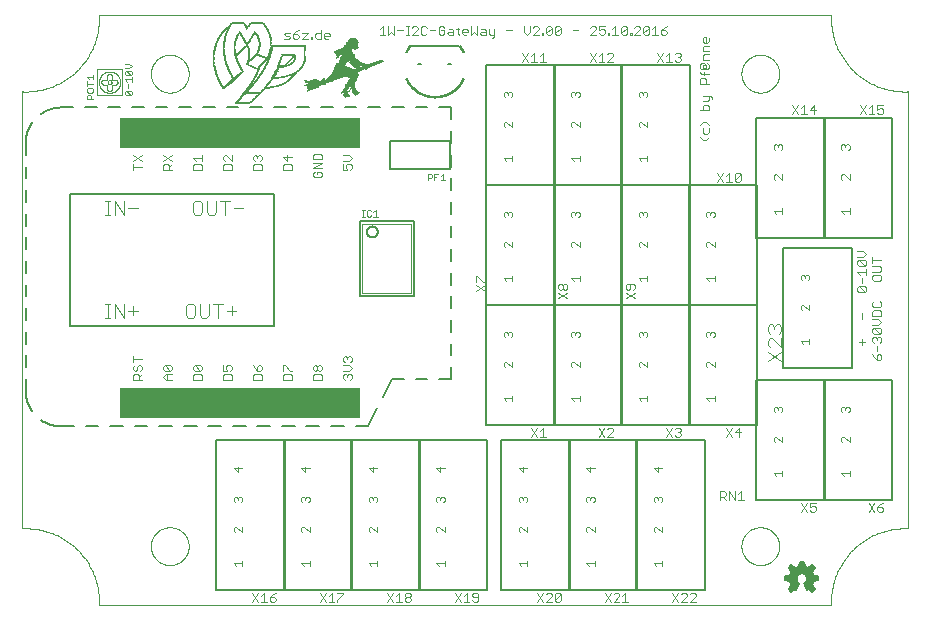
<source format=gto>
G75*
%MOIN*%
%OFA0B0*%
%FSLAX25Y25*%
%IPPOS*%
%LPD*%
%AMOC8*
5,1,8,0,0,1.08239X$1,22.5*
%
%ADD10C,0.00000*%
%ADD11R,0.00100X0.00100*%
%ADD12R,0.00700X0.00100*%
%ADD13R,0.01500X0.00100*%
%ADD14R,0.01700X0.00100*%
%ADD15R,0.01800X0.00100*%
%ADD16R,0.02000X0.00100*%
%ADD17R,0.01900X0.00100*%
%ADD18R,0.00300X0.00100*%
%ADD19R,0.00600X0.00100*%
%ADD20R,0.01600X0.00100*%
%ADD21R,0.00900X0.00100*%
%ADD22R,0.01200X0.00100*%
%ADD23R,0.00200X0.00100*%
%ADD24R,0.01400X0.00100*%
%ADD25R,0.01100X0.00100*%
%ADD26R,0.02100X0.00100*%
%ADD27R,0.02300X0.00100*%
%ADD28R,0.02400X0.00100*%
%ADD29R,0.00400X0.00100*%
%ADD30R,0.02200X0.00100*%
%ADD31R,0.00500X0.00100*%
%ADD32R,0.01300X0.00100*%
%ADD33R,0.00800X0.00100*%
%ADD34R,0.02500X0.00100*%
%ADD35R,0.02700X0.00100*%
%ADD36R,0.02900X0.00100*%
%ADD37R,0.03100X0.00100*%
%ADD38R,0.03700X0.00100*%
%ADD39R,0.03800X0.00100*%
%ADD40R,0.03900X0.00100*%
%ADD41R,0.04000X0.00100*%
%ADD42R,0.05100X0.00100*%
%ADD43R,0.04800X0.00100*%
%ADD44R,0.04700X0.00100*%
%ADD45R,0.03000X0.00100*%
%ADD46R,0.06200X0.00100*%
%ADD47R,0.06000X0.00100*%
%ADD48R,0.07400X0.00100*%
%ADD49R,0.02800X0.00100*%
%ADD50R,0.07600X0.00100*%
%ADD51R,0.07700X0.00100*%
%ADD52R,0.08200X0.00100*%
%ADD53R,0.08600X0.00100*%
%ADD54R,0.05200X0.00100*%
%ADD55R,0.02600X0.00100*%
%ADD56R,0.01000X0.00100*%
%ADD57R,0.04100X0.00100*%
%ADD58R,0.03300X0.00100*%
%ADD59R,0.03600X0.00100*%
%ADD60R,0.04200X0.00100*%
%ADD61R,0.04400X0.00100*%
%ADD62R,0.04600X0.00100*%
%ADD63R,0.03200X0.00100*%
%ADD64R,0.05000X0.00100*%
%ADD65R,0.03500X0.00100*%
%ADD66R,0.09400X0.00100*%
%ADD67R,0.09300X0.00100*%
%ADD68R,0.09200X0.00100*%
%ADD69R,0.09100X0.00100*%
%ADD70R,0.09000X0.00100*%
%ADD71R,0.08900X0.00100*%
%ADD72R,0.08800X0.00100*%
%ADD73R,0.08700X0.00100*%
%ADD74R,0.08500X0.00100*%
%ADD75R,0.08400X0.00100*%
%ADD76R,0.08300X0.00100*%
%ADD77R,0.08100X0.00100*%
%ADD78R,0.06700X0.00100*%
%ADD79R,0.06400X0.00100*%
%ADD80R,0.05900X0.00100*%
%ADD81R,0.05700X0.00100*%
%ADD82R,0.05400X0.00100*%
%ADD83R,0.04300X0.00100*%
%ADD84R,0.04900X0.00100*%
%ADD85R,0.05600X0.00100*%
%ADD86R,0.06100X0.00100*%
%ADD87R,0.04500X0.00100*%
%ADD88R,0.03400X0.00100*%
%ADD89R,0.05800X0.00100*%
%ADD90R,0.05300X0.00100*%
%ADD91R,0.11600X0.00100*%
%ADD92R,0.11100X0.00100*%
%ADD93R,0.11000X0.00100*%
%ADD94C,0.00300*%
%ADD95C,0.00200*%
%ADD96C,0.00600*%
%ADD97C,0.00800*%
%ADD98C,0.00060*%
%ADD99R,0.80000X0.10000*%
%ADD100C,0.00500*%
%ADD101C,0.00400*%
%ADD102C,0.00236*%
D10*
X0053934Y0055808D02*
X0054532Y0055829D01*
X0055131Y0055835D01*
X0055730Y0055827D01*
X0056329Y0055803D01*
X0056927Y0055766D01*
X0057524Y0055713D01*
X0058119Y0055646D01*
X0058712Y0055565D01*
X0059304Y0055469D01*
X0059893Y0055358D01*
X0060478Y0055234D01*
X0061061Y0055094D01*
X0061640Y0054941D01*
X0062215Y0054773D01*
X0062786Y0054592D01*
X0063353Y0054396D01*
X0063914Y0054187D01*
X0064470Y0053964D01*
X0065020Y0053728D01*
X0065565Y0053478D01*
X0066103Y0053215D01*
X0066634Y0052938D01*
X0067159Y0052649D01*
X0067676Y0052347D01*
X0068186Y0052033D01*
X0068688Y0051706D01*
X0069182Y0051367D01*
X0069667Y0051016D01*
X0070144Y0050653D01*
X0070612Y0050278D01*
X0071070Y0049892D01*
X0071519Y0049496D01*
X0071958Y0049088D01*
X0072386Y0048669D01*
X0072805Y0048241D01*
X0073213Y0047802D01*
X0073609Y0047353D01*
X0073995Y0046895D01*
X0074370Y0046427D01*
X0074733Y0045950D01*
X0075084Y0045465D01*
X0075423Y0044971D01*
X0075750Y0044469D01*
X0076064Y0043959D01*
X0076366Y0043442D01*
X0076655Y0042917D01*
X0076932Y0042386D01*
X0077195Y0041848D01*
X0077445Y0041303D01*
X0077681Y0040753D01*
X0077904Y0040197D01*
X0078113Y0039636D01*
X0078309Y0039069D01*
X0078490Y0038498D01*
X0078658Y0037923D01*
X0078811Y0037344D01*
X0078951Y0036761D01*
X0079075Y0036176D01*
X0079186Y0035587D01*
X0079282Y0034995D01*
X0079363Y0034402D01*
X0079430Y0033807D01*
X0079483Y0033210D01*
X0079520Y0032612D01*
X0079544Y0032013D01*
X0079552Y0031414D01*
X0079546Y0030815D01*
X0079525Y0030217D01*
X0079524Y0030217D02*
X0323619Y0030217D01*
X0323618Y0030217D02*
X0323597Y0030815D01*
X0323591Y0031414D01*
X0323599Y0032013D01*
X0323623Y0032612D01*
X0323660Y0033210D01*
X0323713Y0033807D01*
X0323780Y0034402D01*
X0323861Y0034995D01*
X0323957Y0035587D01*
X0324068Y0036176D01*
X0324192Y0036761D01*
X0324332Y0037344D01*
X0324485Y0037923D01*
X0324653Y0038498D01*
X0324834Y0039069D01*
X0325030Y0039636D01*
X0325239Y0040197D01*
X0325462Y0040753D01*
X0325698Y0041303D01*
X0325948Y0041848D01*
X0326211Y0042386D01*
X0326488Y0042917D01*
X0326777Y0043442D01*
X0327079Y0043959D01*
X0327393Y0044469D01*
X0327720Y0044971D01*
X0328059Y0045465D01*
X0328410Y0045950D01*
X0328773Y0046427D01*
X0329148Y0046895D01*
X0329534Y0047353D01*
X0329930Y0047802D01*
X0330338Y0048241D01*
X0330757Y0048669D01*
X0331185Y0049088D01*
X0331624Y0049496D01*
X0332073Y0049892D01*
X0332531Y0050278D01*
X0332999Y0050653D01*
X0333476Y0051016D01*
X0333961Y0051367D01*
X0334455Y0051706D01*
X0334957Y0052033D01*
X0335467Y0052347D01*
X0335984Y0052649D01*
X0336509Y0052938D01*
X0337040Y0053215D01*
X0337578Y0053478D01*
X0338123Y0053728D01*
X0338673Y0053964D01*
X0339229Y0054187D01*
X0339790Y0054396D01*
X0340357Y0054592D01*
X0340928Y0054773D01*
X0341503Y0054941D01*
X0342082Y0055094D01*
X0342665Y0055234D01*
X0343250Y0055358D01*
X0343839Y0055469D01*
X0344431Y0055565D01*
X0345024Y0055646D01*
X0345619Y0055713D01*
X0346216Y0055766D01*
X0346814Y0055803D01*
X0347413Y0055827D01*
X0348012Y0055835D01*
X0348611Y0055829D01*
X0349209Y0055808D01*
X0349209Y0055807D02*
X0349209Y0201476D01*
X0348611Y0201455D01*
X0348012Y0201449D01*
X0347413Y0201457D01*
X0346814Y0201481D01*
X0346216Y0201518D01*
X0345619Y0201571D01*
X0345024Y0201638D01*
X0344431Y0201719D01*
X0343839Y0201815D01*
X0343250Y0201926D01*
X0342665Y0202050D01*
X0342082Y0202190D01*
X0341503Y0202343D01*
X0340928Y0202511D01*
X0340357Y0202692D01*
X0339790Y0202888D01*
X0339229Y0203097D01*
X0338673Y0203320D01*
X0338123Y0203556D01*
X0337578Y0203806D01*
X0337040Y0204069D01*
X0336509Y0204346D01*
X0335984Y0204635D01*
X0335467Y0204937D01*
X0334957Y0205251D01*
X0334455Y0205578D01*
X0333961Y0205917D01*
X0333476Y0206268D01*
X0332999Y0206631D01*
X0332531Y0207006D01*
X0332073Y0207392D01*
X0331624Y0207788D01*
X0331185Y0208196D01*
X0330757Y0208615D01*
X0330338Y0209043D01*
X0329930Y0209482D01*
X0329534Y0209931D01*
X0329148Y0210389D01*
X0328773Y0210857D01*
X0328410Y0211334D01*
X0328059Y0211819D01*
X0327720Y0212313D01*
X0327393Y0212815D01*
X0327079Y0213325D01*
X0326777Y0213842D01*
X0326488Y0214367D01*
X0326211Y0214898D01*
X0325948Y0215436D01*
X0325698Y0215981D01*
X0325462Y0216531D01*
X0325239Y0217087D01*
X0325030Y0217648D01*
X0324834Y0218215D01*
X0324653Y0218786D01*
X0324485Y0219361D01*
X0324332Y0219940D01*
X0324192Y0220523D01*
X0324068Y0221108D01*
X0323957Y0221697D01*
X0323861Y0222289D01*
X0323780Y0222882D01*
X0323713Y0223477D01*
X0323660Y0224074D01*
X0323623Y0224672D01*
X0323599Y0225271D01*
X0323591Y0225870D01*
X0323597Y0226469D01*
X0323618Y0227067D01*
X0323619Y0227067D02*
X0079524Y0227067D01*
X0079525Y0227067D02*
X0079546Y0226469D01*
X0079552Y0225870D01*
X0079544Y0225271D01*
X0079520Y0224672D01*
X0079483Y0224074D01*
X0079430Y0223477D01*
X0079363Y0222882D01*
X0079282Y0222289D01*
X0079186Y0221697D01*
X0079075Y0221108D01*
X0078951Y0220523D01*
X0078811Y0219940D01*
X0078658Y0219361D01*
X0078490Y0218786D01*
X0078309Y0218215D01*
X0078113Y0217648D01*
X0077904Y0217087D01*
X0077681Y0216531D01*
X0077445Y0215981D01*
X0077195Y0215436D01*
X0076932Y0214898D01*
X0076655Y0214367D01*
X0076366Y0213842D01*
X0076064Y0213325D01*
X0075750Y0212815D01*
X0075423Y0212313D01*
X0075084Y0211819D01*
X0074733Y0211334D01*
X0074370Y0210857D01*
X0073995Y0210389D01*
X0073609Y0209931D01*
X0073213Y0209482D01*
X0072805Y0209043D01*
X0072386Y0208615D01*
X0071958Y0208196D01*
X0071519Y0207788D01*
X0071070Y0207392D01*
X0070612Y0207006D01*
X0070144Y0206631D01*
X0069667Y0206268D01*
X0069182Y0205917D01*
X0068688Y0205578D01*
X0068186Y0205251D01*
X0067676Y0204937D01*
X0067159Y0204635D01*
X0066634Y0204346D01*
X0066103Y0204069D01*
X0065565Y0203806D01*
X0065020Y0203556D01*
X0064470Y0203320D01*
X0063914Y0203097D01*
X0063353Y0202888D01*
X0062786Y0202692D01*
X0062215Y0202511D01*
X0061640Y0202343D01*
X0061061Y0202190D01*
X0060478Y0202050D01*
X0059893Y0201926D01*
X0059304Y0201815D01*
X0058712Y0201719D01*
X0058119Y0201638D01*
X0057524Y0201571D01*
X0056927Y0201518D01*
X0056329Y0201481D01*
X0055730Y0201457D01*
X0055131Y0201449D01*
X0054532Y0201455D01*
X0053934Y0201476D01*
X0053934Y0055807D01*
X0096847Y0049902D02*
X0096849Y0050060D01*
X0096855Y0050218D01*
X0096865Y0050376D01*
X0096879Y0050534D01*
X0096897Y0050691D01*
X0096918Y0050848D01*
X0096944Y0051004D01*
X0096974Y0051160D01*
X0097007Y0051315D01*
X0097045Y0051468D01*
X0097086Y0051621D01*
X0097131Y0051773D01*
X0097180Y0051924D01*
X0097233Y0052073D01*
X0097289Y0052221D01*
X0097349Y0052367D01*
X0097413Y0052512D01*
X0097481Y0052655D01*
X0097552Y0052797D01*
X0097626Y0052937D01*
X0097704Y0053074D01*
X0097786Y0053210D01*
X0097870Y0053344D01*
X0097959Y0053475D01*
X0098050Y0053604D01*
X0098145Y0053731D01*
X0098242Y0053856D01*
X0098343Y0053978D01*
X0098447Y0054097D01*
X0098554Y0054214D01*
X0098664Y0054328D01*
X0098777Y0054439D01*
X0098892Y0054548D01*
X0099010Y0054653D01*
X0099131Y0054755D01*
X0099254Y0054855D01*
X0099380Y0054951D01*
X0099508Y0055044D01*
X0099638Y0055134D01*
X0099771Y0055220D01*
X0099906Y0055304D01*
X0100042Y0055383D01*
X0100181Y0055460D01*
X0100322Y0055532D01*
X0100464Y0055602D01*
X0100608Y0055667D01*
X0100754Y0055729D01*
X0100901Y0055787D01*
X0101050Y0055842D01*
X0101200Y0055893D01*
X0101351Y0055940D01*
X0101503Y0055983D01*
X0101656Y0056022D01*
X0101811Y0056058D01*
X0101966Y0056089D01*
X0102122Y0056117D01*
X0102278Y0056141D01*
X0102435Y0056161D01*
X0102593Y0056177D01*
X0102750Y0056189D01*
X0102909Y0056197D01*
X0103067Y0056201D01*
X0103225Y0056201D01*
X0103383Y0056197D01*
X0103542Y0056189D01*
X0103699Y0056177D01*
X0103857Y0056161D01*
X0104014Y0056141D01*
X0104170Y0056117D01*
X0104326Y0056089D01*
X0104481Y0056058D01*
X0104636Y0056022D01*
X0104789Y0055983D01*
X0104941Y0055940D01*
X0105092Y0055893D01*
X0105242Y0055842D01*
X0105391Y0055787D01*
X0105538Y0055729D01*
X0105684Y0055667D01*
X0105828Y0055602D01*
X0105970Y0055532D01*
X0106111Y0055460D01*
X0106250Y0055383D01*
X0106386Y0055304D01*
X0106521Y0055220D01*
X0106654Y0055134D01*
X0106784Y0055044D01*
X0106912Y0054951D01*
X0107038Y0054855D01*
X0107161Y0054755D01*
X0107282Y0054653D01*
X0107400Y0054548D01*
X0107515Y0054439D01*
X0107628Y0054328D01*
X0107738Y0054214D01*
X0107845Y0054097D01*
X0107949Y0053978D01*
X0108050Y0053856D01*
X0108147Y0053731D01*
X0108242Y0053604D01*
X0108333Y0053475D01*
X0108422Y0053344D01*
X0108506Y0053210D01*
X0108588Y0053074D01*
X0108666Y0052937D01*
X0108740Y0052797D01*
X0108811Y0052655D01*
X0108879Y0052512D01*
X0108943Y0052367D01*
X0109003Y0052221D01*
X0109059Y0052073D01*
X0109112Y0051924D01*
X0109161Y0051773D01*
X0109206Y0051621D01*
X0109247Y0051468D01*
X0109285Y0051315D01*
X0109318Y0051160D01*
X0109348Y0051004D01*
X0109374Y0050848D01*
X0109395Y0050691D01*
X0109413Y0050534D01*
X0109427Y0050376D01*
X0109437Y0050218D01*
X0109443Y0050060D01*
X0109445Y0049902D01*
X0109443Y0049744D01*
X0109437Y0049586D01*
X0109427Y0049428D01*
X0109413Y0049270D01*
X0109395Y0049113D01*
X0109374Y0048956D01*
X0109348Y0048800D01*
X0109318Y0048644D01*
X0109285Y0048489D01*
X0109247Y0048336D01*
X0109206Y0048183D01*
X0109161Y0048031D01*
X0109112Y0047880D01*
X0109059Y0047731D01*
X0109003Y0047583D01*
X0108943Y0047437D01*
X0108879Y0047292D01*
X0108811Y0047149D01*
X0108740Y0047007D01*
X0108666Y0046867D01*
X0108588Y0046730D01*
X0108506Y0046594D01*
X0108422Y0046460D01*
X0108333Y0046329D01*
X0108242Y0046200D01*
X0108147Y0046073D01*
X0108050Y0045948D01*
X0107949Y0045826D01*
X0107845Y0045707D01*
X0107738Y0045590D01*
X0107628Y0045476D01*
X0107515Y0045365D01*
X0107400Y0045256D01*
X0107282Y0045151D01*
X0107161Y0045049D01*
X0107038Y0044949D01*
X0106912Y0044853D01*
X0106784Y0044760D01*
X0106654Y0044670D01*
X0106521Y0044584D01*
X0106386Y0044500D01*
X0106250Y0044421D01*
X0106111Y0044344D01*
X0105970Y0044272D01*
X0105828Y0044202D01*
X0105684Y0044137D01*
X0105538Y0044075D01*
X0105391Y0044017D01*
X0105242Y0043962D01*
X0105092Y0043911D01*
X0104941Y0043864D01*
X0104789Y0043821D01*
X0104636Y0043782D01*
X0104481Y0043746D01*
X0104326Y0043715D01*
X0104170Y0043687D01*
X0104014Y0043663D01*
X0103857Y0043643D01*
X0103699Y0043627D01*
X0103542Y0043615D01*
X0103383Y0043607D01*
X0103225Y0043603D01*
X0103067Y0043603D01*
X0102909Y0043607D01*
X0102750Y0043615D01*
X0102593Y0043627D01*
X0102435Y0043643D01*
X0102278Y0043663D01*
X0102122Y0043687D01*
X0101966Y0043715D01*
X0101811Y0043746D01*
X0101656Y0043782D01*
X0101503Y0043821D01*
X0101351Y0043864D01*
X0101200Y0043911D01*
X0101050Y0043962D01*
X0100901Y0044017D01*
X0100754Y0044075D01*
X0100608Y0044137D01*
X0100464Y0044202D01*
X0100322Y0044272D01*
X0100181Y0044344D01*
X0100042Y0044421D01*
X0099906Y0044500D01*
X0099771Y0044584D01*
X0099638Y0044670D01*
X0099508Y0044760D01*
X0099380Y0044853D01*
X0099254Y0044949D01*
X0099131Y0045049D01*
X0099010Y0045151D01*
X0098892Y0045256D01*
X0098777Y0045365D01*
X0098664Y0045476D01*
X0098554Y0045590D01*
X0098447Y0045707D01*
X0098343Y0045826D01*
X0098242Y0045948D01*
X0098145Y0046073D01*
X0098050Y0046200D01*
X0097959Y0046329D01*
X0097870Y0046460D01*
X0097786Y0046594D01*
X0097704Y0046730D01*
X0097626Y0046867D01*
X0097552Y0047007D01*
X0097481Y0047149D01*
X0097413Y0047292D01*
X0097349Y0047437D01*
X0097289Y0047583D01*
X0097233Y0047731D01*
X0097180Y0047880D01*
X0097131Y0048031D01*
X0097086Y0048183D01*
X0097045Y0048336D01*
X0097007Y0048489D01*
X0096974Y0048644D01*
X0096944Y0048800D01*
X0096918Y0048956D01*
X0096897Y0049113D01*
X0096879Y0049270D01*
X0096865Y0049428D01*
X0096855Y0049586D01*
X0096849Y0049744D01*
X0096847Y0049902D01*
X0293698Y0049902D02*
X0293700Y0050060D01*
X0293706Y0050218D01*
X0293716Y0050376D01*
X0293730Y0050534D01*
X0293748Y0050691D01*
X0293769Y0050848D01*
X0293795Y0051004D01*
X0293825Y0051160D01*
X0293858Y0051315D01*
X0293896Y0051468D01*
X0293937Y0051621D01*
X0293982Y0051773D01*
X0294031Y0051924D01*
X0294084Y0052073D01*
X0294140Y0052221D01*
X0294200Y0052367D01*
X0294264Y0052512D01*
X0294332Y0052655D01*
X0294403Y0052797D01*
X0294477Y0052937D01*
X0294555Y0053074D01*
X0294637Y0053210D01*
X0294721Y0053344D01*
X0294810Y0053475D01*
X0294901Y0053604D01*
X0294996Y0053731D01*
X0295093Y0053856D01*
X0295194Y0053978D01*
X0295298Y0054097D01*
X0295405Y0054214D01*
X0295515Y0054328D01*
X0295628Y0054439D01*
X0295743Y0054548D01*
X0295861Y0054653D01*
X0295982Y0054755D01*
X0296105Y0054855D01*
X0296231Y0054951D01*
X0296359Y0055044D01*
X0296489Y0055134D01*
X0296622Y0055220D01*
X0296757Y0055304D01*
X0296893Y0055383D01*
X0297032Y0055460D01*
X0297173Y0055532D01*
X0297315Y0055602D01*
X0297459Y0055667D01*
X0297605Y0055729D01*
X0297752Y0055787D01*
X0297901Y0055842D01*
X0298051Y0055893D01*
X0298202Y0055940D01*
X0298354Y0055983D01*
X0298507Y0056022D01*
X0298662Y0056058D01*
X0298817Y0056089D01*
X0298973Y0056117D01*
X0299129Y0056141D01*
X0299286Y0056161D01*
X0299444Y0056177D01*
X0299601Y0056189D01*
X0299760Y0056197D01*
X0299918Y0056201D01*
X0300076Y0056201D01*
X0300234Y0056197D01*
X0300393Y0056189D01*
X0300550Y0056177D01*
X0300708Y0056161D01*
X0300865Y0056141D01*
X0301021Y0056117D01*
X0301177Y0056089D01*
X0301332Y0056058D01*
X0301487Y0056022D01*
X0301640Y0055983D01*
X0301792Y0055940D01*
X0301943Y0055893D01*
X0302093Y0055842D01*
X0302242Y0055787D01*
X0302389Y0055729D01*
X0302535Y0055667D01*
X0302679Y0055602D01*
X0302821Y0055532D01*
X0302962Y0055460D01*
X0303101Y0055383D01*
X0303237Y0055304D01*
X0303372Y0055220D01*
X0303505Y0055134D01*
X0303635Y0055044D01*
X0303763Y0054951D01*
X0303889Y0054855D01*
X0304012Y0054755D01*
X0304133Y0054653D01*
X0304251Y0054548D01*
X0304366Y0054439D01*
X0304479Y0054328D01*
X0304589Y0054214D01*
X0304696Y0054097D01*
X0304800Y0053978D01*
X0304901Y0053856D01*
X0304998Y0053731D01*
X0305093Y0053604D01*
X0305184Y0053475D01*
X0305273Y0053344D01*
X0305357Y0053210D01*
X0305439Y0053074D01*
X0305517Y0052937D01*
X0305591Y0052797D01*
X0305662Y0052655D01*
X0305730Y0052512D01*
X0305794Y0052367D01*
X0305854Y0052221D01*
X0305910Y0052073D01*
X0305963Y0051924D01*
X0306012Y0051773D01*
X0306057Y0051621D01*
X0306098Y0051468D01*
X0306136Y0051315D01*
X0306169Y0051160D01*
X0306199Y0051004D01*
X0306225Y0050848D01*
X0306246Y0050691D01*
X0306264Y0050534D01*
X0306278Y0050376D01*
X0306288Y0050218D01*
X0306294Y0050060D01*
X0306296Y0049902D01*
X0306294Y0049744D01*
X0306288Y0049586D01*
X0306278Y0049428D01*
X0306264Y0049270D01*
X0306246Y0049113D01*
X0306225Y0048956D01*
X0306199Y0048800D01*
X0306169Y0048644D01*
X0306136Y0048489D01*
X0306098Y0048336D01*
X0306057Y0048183D01*
X0306012Y0048031D01*
X0305963Y0047880D01*
X0305910Y0047731D01*
X0305854Y0047583D01*
X0305794Y0047437D01*
X0305730Y0047292D01*
X0305662Y0047149D01*
X0305591Y0047007D01*
X0305517Y0046867D01*
X0305439Y0046730D01*
X0305357Y0046594D01*
X0305273Y0046460D01*
X0305184Y0046329D01*
X0305093Y0046200D01*
X0304998Y0046073D01*
X0304901Y0045948D01*
X0304800Y0045826D01*
X0304696Y0045707D01*
X0304589Y0045590D01*
X0304479Y0045476D01*
X0304366Y0045365D01*
X0304251Y0045256D01*
X0304133Y0045151D01*
X0304012Y0045049D01*
X0303889Y0044949D01*
X0303763Y0044853D01*
X0303635Y0044760D01*
X0303505Y0044670D01*
X0303372Y0044584D01*
X0303237Y0044500D01*
X0303101Y0044421D01*
X0302962Y0044344D01*
X0302821Y0044272D01*
X0302679Y0044202D01*
X0302535Y0044137D01*
X0302389Y0044075D01*
X0302242Y0044017D01*
X0302093Y0043962D01*
X0301943Y0043911D01*
X0301792Y0043864D01*
X0301640Y0043821D01*
X0301487Y0043782D01*
X0301332Y0043746D01*
X0301177Y0043715D01*
X0301021Y0043687D01*
X0300865Y0043663D01*
X0300708Y0043643D01*
X0300550Y0043627D01*
X0300393Y0043615D01*
X0300234Y0043607D01*
X0300076Y0043603D01*
X0299918Y0043603D01*
X0299760Y0043607D01*
X0299601Y0043615D01*
X0299444Y0043627D01*
X0299286Y0043643D01*
X0299129Y0043663D01*
X0298973Y0043687D01*
X0298817Y0043715D01*
X0298662Y0043746D01*
X0298507Y0043782D01*
X0298354Y0043821D01*
X0298202Y0043864D01*
X0298051Y0043911D01*
X0297901Y0043962D01*
X0297752Y0044017D01*
X0297605Y0044075D01*
X0297459Y0044137D01*
X0297315Y0044202D01*
X0297173Y0044272D01*
X0297032Y0044344D01*
X0296893Y0044421D01*
X0296757Y0044500D01*
X0296622Y0044584D01*
X0296489Y0044670D01*
X0296359Y0044760D01*
X0296231Y0044853D01*
X0296105Y0044949D01*
X0295982Y0045049D01*
X0295861Y0045151D01*
X0295743Y0045256D01*
X0295628Y0045365D01*
X0295515Y0045476D01*
X0295405Y0045590D01*
X0295298Y0045707D01*
X0295194Y0045826D01*
X0295093Y0045948D01*
X0294996Y0046073D01*
X0294901Y0046200D01*
X0294810Y0046329D01*
X0294721Y0046460D01*
X0294637Y0046594D01*
X0294555Y0046730D01*
X0294477Y0046867D01*
X0294403Y0047007D01*
X0294332Y0047149D01*
X0294264Y0047292D01*
X0294200Y0047437D01*
X0294140Y0047583D01*
X0294084Y0047731D01*
X0294031Y0047880D01*
X0293982Y0048031D01*
X0293937Y0048183D01*
X0293896Y0048336D01*
X0293858Y0048489D01*
X0293825Y0048644D01*
X0293795Y0048800D01*
X0293769Y0048956D01*
X0293748Y0049113D01*
X0293730Y0049270D01*
X0293716Y0049428D01*
X0293706Y0049586D01*
X0293700Y0049744D01*
X0293698Y0049902D01*
X0293698Y0207382D02*
X0293700Y0207540D01*
X0293706Y0207698D01*
X0293716Y0207856D01*
X0293730Y0208014D01*
X0293748Y0208171D01*
X0293769Y0208328D01*
X0293795Y0208484D01*
X0293825Y0208640D01*
X0293858Y0208795D01*
X0293896Y0208948D01*
X0293937Y0209101D01*
X0293982Y0209253D01*
X0294031Y0209404D01*
X0294084Y0209553D01*
X0294140Y0209701D01*
X0294200Y0209847D01*
X0294264Y0209992D01*
X0294332Y0210135D01*
X0294403Y0210277D01*
X0294477Y0210417D01*
X0294555Y0210554D01*
X0294637Y0210690D01*
X0294721Y0210824D01*
X0294810Y0210955D01*
X0294901Y0211084D01*
X0294996Y0211211D01*
X0295093Y0211336D01*
X0295194Y0211458D01*
X0295298Y0211577D01*
X0295405Y0211694D01*
X0295515Y0211808D01*
X0295628Y0211919D01*
X0295743Y0212028D01*
X0295861Y0212133D01*
X0295982Y0212235D01*
X0296105Y0212335D01*
X0296231Y0212431D01*
X0296359Y0212524D01*
X0296489Y0212614D01*
X0296622Y0212700D01*
X0296757Y0212784D01*
X0296893Y0212863D01*
X0297032Y0212940D01*
X0297173Y0213012D01*
X0297315Y0213082D01*
X0297459Y0213147D01*
X0297605Y0213209D01*
X0297752Y0213267D01*
X0297901Y0213322D01*
X0298051Y0213373D01*
X0298202Y0213420D01*
X0298354Y0213463D01*
X0298507Y0213502D01*
X0298662Y0213538D01*
X0298817Y0213569D01*
X0298973Y0213597D01*
X0299129Y0213621D01*
X0299286Y0213641D01*
X0299444Y0213657D01*
X0299601Y0213669D01*
X0299760Y0213677D01*
X0299918Y0213681D01*
X0300076Y0213681D01*
X0300234Y0213677D01*
X0300393Y0213669D01*
X0300550Y0213657D01*
X0300708Y0213641D01*
X0300865Y0213621D01*
X0301021Y0213597D01*
X0301177Y0213569D01*
X0301332Y0213538D01*
X0301487Y0213502D01*
X0301640Y0213463D01*
X0301792Y0213420D01*
X0301943Y0213373D01*
X0302093Y0213322D01*
X0302242Y0213267D01*
X0302389Y0213209D01*
X0302535Y0213147D01*
X0302679Y0213082D01*
X0302821Y0213012D01*
X0302962Y0212940D01*
X0303101Y0212863D01*
X0303237Y0212784D01*
X0303372Y0212700D01*
X0303505Y0212614D01*
X0303635Y0212524D01*
X0303763Y0212431D01*
X0303889Y0212335D01*
X0304012Y0212235D01*
X0304133Y0212133D01*
X0304251Y0212028D01*
X0304366Y0211919D01*
X0304479Y0211808D01*
X0304589Y0211694D01*
X0304696Y0211577D01*
X0304800Y0211458D01*
X0304901Y0211336D01*
X0304998Y0211211D01*
X0305093Y0211084D01*
X0305184Y0210955D01*
X0305273Y0210824D01*
X0305357Y0210690D01*
X0305439Y0210554D01*
X0305517Y0210417D01*
X0305591Y0210277D01*
X0305662Y0210135D01*
X0305730Y0209992D01*
X0305794Y0209847D01*
X0305854Y0209701D01*
X0305910Y0209553D01*
X0305963Y0209404D01*
X0306012Y0209253D01*
X0306057Y0209101D01*
X0306098Y0208948D01*
X0306136Y0208795D01*
X0306169Y0208640D01*
X0306199Y0208484D01*
X0306225Y0208328D01*
X0306246Y0208171D01*
X0306264Y0208014D01*
X0306278Y0207856D01*
X0306288Y0207698D01*
X0306294Y0207540D01*
X0306296Y0207382D01*
X0306294Y0207224D01*
X0306288Y0207066D01*
X0306278Y0206908D01*
X0306264Y0206750D01*
X0306246Y0206593D01*
X0306225Y0206436D01*
X0306199Y0206280D01*
X0306169Y0206124D01*
X0306136Y0205969D01*
X0306098Y0205816D01*
X0306057Y0205663D01*
X0306012Y0205511D01*
X0305963Y0205360D01*
X0305910Y0205211D01*
X0305854Y0205063D01*
X0305794Y0204917D01*
X0305730Y0204772D01*
X0305662Y0204629D01*
X0305591Y0204487D01*
X0305517Y0204347D01*
X0305439Y0204210D01*
X0305357Y0204074D01*
X0305273Y0203940D01*
X0305184Y0203809D01*
X0305093Y0203680D01*
X0304998Y0203553D01*
X0304901Y0203428D01*
X0304800Y0203306D01*
X0304696Y0203187D01*
X0304589Y0203070D01*
X0304479Y0202956D01*
X0304366Y0202845D01*
X0304251Y0202736D01*
X0304133Y0202631D01*
X0304012Y0202529D01*
X0303889Y0202429D01*
X0303763Y0202333D01*
X0303635Y0202240D01*
X0303505Y0202150D01*
X0303372Y0202064D01*
X0303237Y0201980D01*
X0303101Y0201901D01*
X0302962Y0201824D01*
X0302821Y0201752D01*
X0302679Y0201682D01*
X0302535Y0201617D01*
X0302389Y0201555D01*
X0302242Y0201497D01*
X0302093Y0201442D01*
X0301943Y0201391D01*
X0301792Y0201344D01*
X0301640Y0201301D01*
X0301487Y0201262D01*
X0301332Y0201226D01*
X0301177Y0201195D01*
X0301021Y0201167D01*
X0300865Y0201143D01*
X0300708Y0201123D01*
X0300550Y0201107D01*
X0300393Y0201095D01*
X0300234Y0201087D01*
X0300076Y0201083D01*
X0299918Y0201083D01*
X0299760Y0201087D01*
X0299601Y0201095D01*
X0299444Y0201107D01*
X0299286Y0201123D01*
X0299129Y0201143D01*
X0298973Y0201167D01*
X0298817Y0201195D01*
X0298662Y0201226D01*
X0298507Y0201262D01*
X0298354Y0201301D01*
X0298202Y0201344D01*
X0298051Y0201391D01*
X0297901Y0201442D01*
X0297752Y0201497D01*
X0297605Y0201555D01*
X0297459Y0201617D01*
X0297315Y0201682D01*
X0297173Y0201752D01*
X0297032Y0201824D01*
X0296893Y0201901D01*
X0296757Y0201980D01*
X0296622Y0202064D01*
X0296489Y0202150D01*
X0296359Y0202240D01*
X0296231Y0202333D01*
X0296105Y0202429D01*
X0295982Y0202529D01*
X0295861Y0202631D01*
X0295743Y0202736D01*
X0295628Y0202845D01*
X0295515Y0202956D01*
X0295405Y0203070D01*
X0295298Y0203187D01*
X0295194Y0203306D01*
X0295093Y0203428D01*
X0294996Y0203553D01*
X0294901Y0203680D01*
X0294810Y0203809D01*
X0294721Y0203940D01*
X0294637Y0204074D01*
X0294555Y0204210D01*
X0294477Y0204347D01*
X0294403Y0204487D01*
X0294332Y0204629D01*
X0294264Y0204772D01*
X0294200Y0204917D01*
X0294140Y0205063D01*
X0294084Y0205211D01*
X0294031Y0205360D01*
X0293982Y0205511D01*
X0293937Y0205663D01*
X0293896Y0205816D01*
X0293858Y0205969D01*
X0293825Y0206124D01*
X0293795Y0206280D01*
X0293769Y0206436D01*
X0293748Y0206593D01*
X0293730Y0206750D01*
X0293716Y0206908D01*
X0293706Y0207066D01*
X0293700Y0207224D01*
X0293698Y0207382D01*
X0096847Y0207382D02*
X0096849Y0207540D01*
X0096855Y0207698D01*
X0096865Y0207856D01*
X0096879Y0208014D01*
X0096897Y0208171D01*
X0096918Y0208328D01*
X0096944Y0208484D01*
X0096974Y0208640D01*
X0097007Y0208795D01*
X0097045Y0208948D01*
X0097086Y0209101D01*
X0097131Y0209253D01*
X0097180Y0209404D01*
X0097233Y0209553D01*
X0097289Y0209701D01*
X0097349Y0209847D01*
X0097413Y0209992D01*
X0097481Y0210135D01*
X0097552Y0210277D01*
X0097626Y0210417D01*
X0097704Y0210554D01*
X0097786Y0210690D01*
X0097870Y0210824D01*
X0097959Y0210955D01*
X0098050Y0211084D01*
X0098145Y0211211D01*
X0098242Y0211336D01*
X0098343Y0211458D01*
X0098447Y0211577D01*
X0098554Y0211694D01*
X0098664Y0211808D01*
X0098777Y0211919D01*
X0098892Y0212028D01*
X0099010Y0212133D01*
X0099131Y0212235D01*
X0099254Y0212335D01*
X0099380Y0212431D01*
X0099508Y0212524D01*
X0099638Y0212614D01*
X0099771Y0212700D01*
X0099906Y0212784D01*
X0100042Y0212863D01*
X0100181Y0212940D01*
X0100322Y0213012D01*
X0100464Y0213082D01*
X0100608Y0213147D01*
X0100754Y0213209D01*
X0100901Y0213267D01*
X0101050Y0213322D01*
X0101200Y0213373D01*
X0101351Y0213420D01*
X0101503Y0213463D01*
X0101656Y0213502D01*
X0101811Y0213538D01*
X0101966Y0213569D01*
X0102122Y0213597D01*
X0102278Y0213621D01*
X0102435Y0213641D01*
X0102593Y0213657D01*
X0102750Y0213669D01*
X0102909Y0213677D01*
X0103067Y0213681D01*
X0103225Y0213681D01*
X0103383Y0213677D01*
X0103542Y0213669D01*
X0103699Y0213657D01*
X0103857Y0213641D01*
X0104014Y0213621D01*
X0104170Y0213597D01*
X0104326Y0213569D01*
X0104481Y0213538D01*
X0104636Y0213502D01*
X0104789Y0213463D01*
X0104941Y0213420D01*
X0105092Y0213373D01*
X0105242Y0213322D01*
X0105391Y0213267D01*
X0105538Y0213209D01*
X0105684Y0213147D01*
X0105828Y0213082D01*
X0105970Y0213012D01*
X0106111Y0212940D01*
X0106250Y0212863D01*
X0106386Y0212784D01*
X0106521Y0212700D01*
X0106654Y0212614D01*
X0106784Y0212524D01*
X0106912Y0212431D01*
X0107038Y0212335D01*
X0107161Y0212235D01*
X0107282Y0212133D01*
X0107400Y0212028D01*
X0107515Y0211919D01*
X0107628Y0211808D01*
X0107738Y0211694D01*
X0107845Y0211577D01*
X0107949Y0211458D01*
X0108050Y0211336D01*
X0108147Y0211211D01*
X0108242Y0211084D01*
X0108333Y0210955D01*
X0108422Y0210824D01*
X0108506Y0210690D01*
X0108588Y0210554D01*
X0108666Y0210417D01*
X0108740Y0210277D01*
X0108811Y0210135D01*
X0108879Y0209992D01*
X0108943Y0209847D01*
X0109003Y0209701D01*
X0109059Y0209553D01*
X0109112Y0209404D01*
X0109161Y0209253D01*
X0109206Y0209101D01*
X0109247Y0208948D01*
X0109285Y0208795D01*
X0109318Y0208640D01*
X0109348Y0208484D01*
X0109374Y0208328D01*
X0109395Y0208171D01*
X0109413Y0208014D01*
X0109427Y0207856D01*
X0109437Y0207698D01*
X0109443Y0207540D01*
X0109445Y0207382D01*
X0109443Y0207224D01*
X0109437Y0207066D01*
X0109427Y0206908D01*
X0109413Y0206750D01*
X0109395Y0206593D01*
X0109374Y0206436D01*
X0109348Y0206280D01*
X0109318Y0206124D01*
X0109285Y0205969D01*
X0109247Y0205816D01*
X0109206Y0205663D01*
X0109161Y0205511D01*
X0109112Y0205360D01*
X0109059Y0205211D01*
X0109003Y0205063D01*
X0108943Y0204917D01*
X0108879Y0204772D01*
X0108811Y0204629D01*
X0108740Y0204487D01*
X0108666Y0204347D01*
X0108588Y0204210D01*
X0108506Y0204074D01*
X0108422Y0203940D01*
X0108333Y0203809D01*
X0108242Y0203680D01*
X0108147Y0203553D01*
X0108050Y0203428D01*
X0107949Y0203306D01*
X0107845Y0203187D01*
X0107738Y0203070D01*
X0107628Y0202956D01*
X0107515Y0202845D01*
X0107400Y0202736D01*
X0107282Y0202631D01*
X0107161Y0202529D01*
X0107038Y0202429D01*
X0106912Y0202333D01*
X0106784Y0202240D01*
X0106654Y0202150D01*
X0106521Y0202064D01*
X0106386Y0201980D01*
X0106250Y0201901D01*
X0106111Y0201824D01*
X0105970Y0201752D01*
X0105828Y0201682D01*
X0105684Y0201617D01*
X0105538Y0201555D01*
X0105391Y0201497D01*
X0105242Y0201442D01*
X0105092Y0201391D01*
X0104941Y0201344D01*
X0104789Y0201301D01*
X0104636Y0201262D01*
X0104481Y0201226D01*
X0104326Y0201195D01*
X0104170Y0201167D01*
X0104014Y0201143D01*
X0103857Y0201123D01*
X0103699Y0201107D01*
X0103542Y0201095D01*
X0103383Y0201087D01*
X0103225Y0201083D01*
X0103067Y0201083D01*
X0102909Y0201087D01*
X0102750Y0201095D01*
X0102593Y0201107D01*
X0102435Y0201123D01*
X0102278Y0201143D01*
X0102122Y0201167D01*
X0101966Y0201195D01*
X0101811Y0201226D01*
X0101656Y0201262D01*
X0101503Y0201301D01*
X0101351Y0201344D01*
X0101200Y0201391D01*
X0101050Y0201442D01*
X0100901Y0201497D01*
X0100754Y0201555D01*
X0100608Y0201617D01*
X0100464Y0201682D01*
X0100322Y0201752D01*
X0100181Y0201824D01*
X0100042Y0201901D01*
X0099906Y0201980D01*
X0099771Y0202064D01*
X0099638Y0202150D01*
X0099508Y0202240D01*
X0099380Y0202333D01*
X0099254Y0202429D01*
X0099131Y0202529D01*
X0099010Y0202631D01*
X0098892Y0202736D01*
X0098777Y0202845D01*
X0098664Y0202956D01*
X0098554Y0203070D01*
X0098447Y0203187D01*
X0098343Y0203306D01*
X0098242Y0203428D01*
X0098145Y0203553D01*
X0098050Y0203680D01*
X0097959Y0203809D01*
X0097870Y0203940D01*
X0097786Y0204074D01*
X0097704Y0204210D01*
X0097626Y0204347D01*
X0097552Y0204487D01*
X0097481Y0204629D01*
X0097413Y0204772D01*
X0097349Y0204917D01*
X0097289Y0205063D01*
X0097233Y0205211D01*
X0097180Y0205360D01*
X0097131Y0205511D01*
X0097086Y0205663D01*
X0097045Y0205816D01*
X0097007Y0205969D01*
X0096974Y0206124D01*
X0096944Y0206280D01*
X0096918Y0206436D01*
X0096897Y0206593D01*
X0096879Y0206750D01*
X0096865Y0206908D01*
X0096855Y0207066D01*
X0096849Y0207224D01*
X0096847Y0207382D01*
D11*
X0154734Y0205667D03*
X0158934Y0212267D03*
X0158934Y0212367D03*
X0168834Y0208767D03*
X0161734Y0199367D03*
D12*
X0161934Y0199467D03*
X0154634Y0205367D03*
X0151734Y0205267D03*
X0146134Y0208317D03*
X0145734Y0208017D03*
X0145634Y0207917D03*
X0143634Y0210517D03*
X0143734Y0210617D03*
X0143434Y0210417D03*
X0142434Y0204717D03*
X0142334Y0204617D03*
X0142134Y0204517D03*
X0141834Y0204317D03*
X0136834Y0204917D03*
X0136734Y0204817D03*
X0136634Y0204717D03*
X0136534Y0204617D03*
X0132934Y0209517D03*
X0132234Y0208917D03*
X0129034Y0210417D03*
X0129134Y0210817D03*
X0129234Y0210917D03*
X0132234Y0213817D03*
X0125134Y0213917D03*
X0125034Y0214117D03*
X0126434Y0220817D03*
X0126434Y0220917D03*
X0123434Y0223517D03*
X0123234Y0223317D03*
X0129634Y0223417D03*
X0129734Y0223517D03*
X0129834Y0223617D03*
X0127234Y0207717D03*
X0127134Y0207617D03*
X0124834Y0206017D03*
X0124434Y0205717D03*
X0124334Y0205617D03*
X0124034Y0204517D03*
X0123934Y0204417D03*
X0123634Y0204217D03*
X0123534Y0204117D03*
X0126234Y0198517D03*
X0126134Y0198417D03*
X0126034Y0198317D03*
X0125934Y0198217D03*
X0125834Y0198117D03*
X0125734Y0198017D03*
X0125634Y0197917D03*
X0159134Y0212967D03*
D13*
X0159434Y0213467D03*
X0164034Y0218967D03*
X0173534Y0211467D03*
X0164234Y0202367D03*
X0164734Y0201467D03*
X0164734Y0201367D03*
X0162234Y0202567D03*
X0162234Y0202667D03*
X0162334Y0202767D03*
X0161834Y0200367D03*
X0162134Y0199567D03*
X0142034Y0206417D03*
X0141634Y0209717D03*
X0138834Y0203117D03*
X0138434Y0203017D03*
X0132334Y0209017D03*
D14*
X0132234Y0209117D03*
X0138034Y0202917D03*
X0141634Y0206317D03*
X0161434Y0201367D03*
X0161434Y0201267D03*
X0161434Y0201167D03*
X0161934Y0200167D03*
X0162134Y0199667D03*
X0162434Y0202967D03*
X0162434Y0203067D03*
X0162534Y0203167D03*
X0162534Y0203267D03*
X0164234Y0202267D03*
D15*
X0164284Y0202167D03*
X0164884Y0201167D03*
X0161984Y0200067D03*
X0162084Y0199767D03*
X0161384Y0201067D03*
X0162584Y0203367D03*
X0162684Y0203467D03*
X0162684Y0203567D03*
X0165684Y0209267D03*
X0165584Y0209367D03*
X0173384Y0211367D03*
X0164084Y0218867D03*
X0141184Y0209617D03*
X0141184Y0206217D03*
X0137584Y0202817D03*
D16*
X0136984Y0202717D03*
X0135484Y0202417D03*
X0140684Y0206117D03*
X0159384Y0213567D03*
X0165084Y0209867D03*
X0165184Y0209767D03*
X0165284Y0209667D03*
X0165384Y0209567D03*
X0173184Y0211267D03*
X0164984Y0201067D03*
X0162084Y0199867D03*
D17*
X0162034Y0199967D03*
X0165134Y0200567D03*
X0165534Y0209467D03*
X0151634Y0205067D03*
X0139834Y0209317D03*
D18*
X0136734Y0215517D03*
X0136934Y0216617D03*
X0136934Y0216717D03*
X0136934Y0216817D03*
X0136934Y0216917D03*
X0136934Y0217017D03*
X0136934Y0217117D03*
X0136934Y0217817D03*
X0136934Y0217917D03*
X0136934Y0218017D03*
X0136934Y0218117D03*
X0136934Y0218217D03*
X0136834Y0218817D03*
X0131534Y0221217D03*
X0129534Y0215117D03*
X0129634Y0214717D03*
X0129634Y0214617D03*
X0129734Y0213717D03*
X0129634Y0212817D03*
X0129634Y0212717D03*
X0129534Y0212317D03*
X0125034Y0213417D03*
X0124734Y0215317D03*
X0124734Y0215417D03*
X0124734Y0215517D03*
X0124734Y0215617D03*
X0124734Y0215717D03*
X0124734Y0215817D03*
X0124734Y0215917D03*
X0124734Y0216017D03*
X0124734Y0216117D03*
X0124734Y0216217D03*
X0124734Y0216317D03*
X0124734Y0216417D03*
X0124834Y0217217D03*
X0124934Y0217717D03*
X0121234Y0217417D03*
X0121134Y0216017D03*
X0121134Y0215917D03*
X0121134Y0215817D03*
X0121134Y0215717D03*
X0121134Y0215617D03*
X0121134Y0215517D03*
X0121134Y0215417D03*
X0121134Y0215317D03*
X0121234Y0214017D03*
X0117934Y0214317D03*
X0117934Y0214417D03*
X0118034Y0215017D03*
X0118234Y0215917D03*
X0117834Y0213517D03*
X0117834Y0213417D03*
X0117834Y0213317D03*
X0117834Y0213217D03*
X0117834Y0213117D03*
X0117834Y0213017D03*
X0117834Y0212917D03*
X0117834Y0212817D03*
X0117834Y0211817D03*
X0117834Y0211717D03*
X0117834Y0211617D03*
X0117834Y0211517D03*
X0117834Y0211417D03*
X0117834Y0211317D03*
X0117834Y0211217D03*
X0117934Y0210417D03*
X0117934Y0210317D03*
X0117934Y0210217D03*
X0118034Y0209717D03*
X0118134Y0209217D03*
X0118234Y0208717D03*
X0118434Y0207917D03*
X0121034Y0202217D03*
X0149134Y0201467D03*
X0155034Y0203567D03*
X0154734Y0205567D03*
X0160534Y0200767D03*
X0160634Y0200867D03*
X0160434Y0200567D03*
X0163034Y0201367D03*
X0163134Y0201467D03*
X0163234Y0201567D03*
X0163334Y0201767D03*
X0163434Y0201967D03*
X0163534Y0202067D03*
X0165334Y0200067D03*
X0159034Y0212567D03*
X0148334Y0212917D03*
X0148334Y0213017D03*
X0148334Y0213117D03*
X0148334Y0213217D03*
X0148334Y0213317D03*
X0148334Y0213417D03*
X0148334Y0213517D03*
X0148334Y0213617D03*
X0148334Y0213717D03*
X0148334Y0213817D03*
X0148334Y0213917D03*
X0148334Y0214017D03*
X0148334Y0214117D03*
X0148334Y0214217D03*
X0148334Y0214317D03*
X0148334Y0214417D03*
X0148334Y0214517D03*
X0148334Y0214617D03*
X0148334Y0214717D03*
X0148334Y0214817D03*
X0148234Y0215717D03*
X0148234Y0215817D03*
X0148234Y0212117D03*
D19*
X0144384Y0212817D03*
X0144284Y0212717D03*
X0144184Y0212617D03*
X0144084Y0212517D03*
X0143984Y0212417D03*
X0143884Y0212317D03*
X0143784Y0212217D03*
X0143684Y0212117D03*
X0143584Y0212017D03*
X0143484Y0211917D03*
X0143384Y0211817D03*
X0143284Y0211717D03*
X0143184Y0211617D03*
X0143084Y0211517D03*
X0142984Y0211417D03*
X0142884Y0211317D03*
X0142784Y0211217D03*
X0142684Y0211117D03*
X0142584Y0211017D03*
X0142484Y0210917D03*
X0142384Y0210817D03*
X0142284Y0210717D03*
X0142184Y0210617D03*
X0142084Y0210517D03*
X0141984Y0210417D03*
X0141884Y0210317D03*
X0141784Y0210217D03*
X0143884Y0210717D03*
X0143984Y0210817D03*
X0144084Y0210917D03*
X0144184Y0211017D03*
X0144284Y0211117D03*
X0144384Y0211217D03*
X0146484Y0208617D03*
X0146384Y0208517D03*
X0146284Y0208417D03*
X0145984Y0208217D03*
X0145884Y0208117D03*
X0142784Y0205017D03*
X0142684Y0204917D03*
X0142584Y0204817D03*
X0136484Y0204517D03*
X0136384Y0204417D03*
X0136284Y0204317D03*
X0135184Y0202917D03*
X0134184Y0201717D03*
X0134084Y0201617D03*
X0133984Y0201517D03*
X0130984Y0203717D03*
X0130884Y0203617D03*
X0130584Y0203217D03*
X0130484Y0203117D03*
X0130384Y0203017D03*
X0130084Y0202617D03*
X0129984Y0202517D03*
X0129584Y0202017D03*
X0129484Y0201917D03*
X0129084Y0201417D03*
X0128984Y0201317D03*
X0131284Y0204117D03*
X0131384Y0204217D03*
X0131584Y0204517D03*
X0131684Y0204617D03*
X0131784Y0204717D03*
X0132084Y0205117D03*
X0132384Y0205517D03*
X0132584Y0205817D03*
X0132684Y0205917D03*
X0132884Y0206217D03*
X0132984Y0209617D03*
X0133084Y0209717D03*
X0133184Y0209817D03*
X0133284Y0209917D03*
X0133384Y0210017D03*
X0133484Y0210117D03*
X0133584Y0210217D03*
X0133684Y0210317D03*
X0133784Y0210417D03*
X0133884Y0210517D03*
X0133984Y0210617D03*
X0134084Y0210717D03*
X0134184Y0210817D03*
X0134284Y0210917D03*
X0134384Y0211017D03*
X0134484Y0211117D03*
X0134584Y0211217D03*
X0134684Y0211317D03*
X0134784Y0211417D03*
X0134884Y0211517D03*
X0134984Y0211617D03*
X0135084Y0211717D03*
X0135184Y0211817D03*
X0135284Y0211917D03*
X0135384Y0212017D03*
X0135484Y0212117D03*
X0135584Y0212217D03*
X0131884Y0213517D03*
X0131784Y0213417D03*
X0131684Y0213317D03*
X0131584Y0213217D03*
X0131484Y0213117D03*
X0131384Y0213017D03*
X0131284Y0212917D03*
X0131184Y0212817D03*
X0131084Y0212717D03*
X0130984Y0212617D03*
X0130884Y0212517D03*
X0130784Y0212417D03*
X0130684Y0212317D03*
X0130584Y0212217D03*
X0130484Y0212117D03*
X0130384Y0212017D03*
X0130284Y0211917D03*
X0130184Y0211817D03*
X0130084Y0211717D03*
X0129984Y0211617D03*
X0129884Y0211517D03*
X0129084Y0210717D03*
X0128984Y0210617D03*
X0127484Y0207917D03*
X0127384Y0207817D03*
X0125584Y0206017D03*
X0125484Y0205917D03*
X0125384Y0205817D03*
X0125284Y0205717D03*
X0125184Y0205617D03*
X0125084Y0205517D03*
X0124984Y0205417D03*
X0124884Y0205317D03*
X0124784Y0205217D03*
X0124684Y0205117D03*
X0124584Y0205017D03*
X0124484Y0204917D03*
X0124384Y0204817D03*
X0124284Y0204717D03*
X0124184Y0204617D03*
X0123784Y0204317D03*
X0123384Y0204017D03*
X0123084Y0204417D03*
X0123184Y0204517D03*
X0123284Y0204617D03*
X0123384Y0204717D03*
X0123484Y0204817D03*
X0123584Y0204917D03*
X0123684Y0205017D03*
X0123784Y0205117D03*
X0123884Y0205217D03*
X0123984Y0205317D03*
X0124084Y0205417D03*
X0124184Y0205517D03*
X0122984Y0204317D03*
X0122884Y0204217D03*
X0122784Y0204117D03*
X0122684Y0204017D03*
X0125584Y0197817D03*
X0125484Y0197717D03*
X0130184Y0197717D03*
X0125584Y0213517D03*
X0125984Y0213917D03*
X0126084Y0214017D03*
X0126184Y0214117D03*
X0126284Y0214217D03*
X0126384Y0214317D03*
X0126484Y0214417D03*
X0126584Y0214517D03*
X0126684Y0214617D03*
X0126784Y0214717D03*
X0126884Y0214817D03*
X0126984Y0214917D03*
X0127084Y0215017D03*
X0127184Y0215117D03*
X0127284Y0215217D03*
X0127384Y0215317D03*
X0127484Y0215417D03*
X0127584Y0215517D03*
X0127684Y0215617D03*
X0127784Y0215717D03*
X0127884Y0215817D03*
X0127984Y0215917D03*
X0128084Y0216017D03*
X0128184Y0216117D03*
X0128284Y0216217D03*
X0128384Y0216317D03*
X0128484Y0216417D03*
X0128784Y0216717D03*
X0128884Y0216817D03*
X0128884Y0216917D03*
X0124984Y0214317D03*
X0124984Y0214217D03*
X0120784Y0221017D03*
X0120884Y0221117D03*
X0121184Y0221417D03*
X0121284Y0221517D03*
X0121584Y0221817D03*
X0121684Y0221917D03*
X0121984Y0222217D03*
X0122084Y0222317D03*
X0123484Y0223617D03*
X0123584Y0223717D03*
X0123684Y0223817D03*
X0128984Y0222417D03*
X0129884Y0223717D03*
X0129984Y0223817D03*
X0130084Y0223917D03*
X0131584Y0221017D03*
X0131884Y0220617D03*
X0149684Y0201867D03*
X0165284Y0200167D03*
X0164984Y0215367D03*
D20*
X0162384Y0202867D03*
X0161484Y0201567D03*
X0161484Y0201467D03*
X0161884Y0200267D03*
X0164784Y0201267D03*
X0165184Y0200467D03*
D21*
X0165234Y0200267D03*
X0154734Y0203667D03*
X0145334Y0207717D03*
X0144134Y0207117D03*
X0141034Y0203917D03*
X0140834Y0203817D03*
X0137734Y0206117D03*
X0137234Y0205417D03*
X0137134Y0205317D03*
X0138434Y0207317D03*
X0138534Y0207517D03*
X0138634Y0207717D03*
X0138934Y0208317D03*
X0139034Y0208517D03*
X0139034Y0208617D03*
X0139134Y0208717D03*
X0139134Y0208817D03*
X0139234Y0208917D03*
X0139234Y0209017D03*
X0139334Y0209117D03*
X0136334Y0213217D03*
X0136534Y0213817D03*
X0136634Y0214117D03*
X0136734Y0214417D03*
X0136934Y0215217D03*
X0137034Y0215917D03*
X0137134Y0216017D03*
X0137134Y0216117D03*
X0137134Y0216217D03*
X0137134Y0216317D03*
X0131534Y0220817D03*
X0129034Y0222617D03*
X0126434Y0220717D03*
X0122934Y0222917D03*
X0122934Y0223017D03*
X0122834Y0222817D03*
X0128734Y0216517D03*
X0129434Y0211217D03*
X0129334Y0211117D03*
X0129134Y0210317D03*
X0129334Y0210217D03*
X0129534Y0210117D03*
X0130034Y0209917D03*
X0130734Y0209617D03*
X0132734Y0209217D03*
X0126634Y0207217D03*
X0126534Y0207117D03*
X0124434Y0205817D03*
X0121834Y0203017D03*
X0121734Y0202917D03*
X0121634Y0202817D03*
X0121134Y0202517D03*
X0126734Y0199117D03*
X0126834Y0199217D03*
X0126934Y0199317D03*
X0127034Y0199417D03*
X0127134Y0199517D03*
X0144734Y0213017D03*
D22*
X0143384Y0206817D03*
X0143084Y0206717D03*
X0140084Y0203517D03*
X0139784Y0203417D03*
X0135384Y0212417D03*
X0125384Y0213617D03*
X0125784Y0206517D03*
X0125684Y0206417D03*
X0125584Y0206317D03*
X0122784Y0203817D03*
X0122684Y0203717D03*
X0122584Y0203617D03*
X0121184Y0202617D03*
X0128984Y0222817D03*
X0161684Y0200967D03*
X0161784Y0200567D03*
X0164184Y0202567D03*
X0164284Y0203567D03*
X0165184Y0200367D03*
D23*
X0163084Y0201267D03*
X0163284Y0201667D03*
X0163384Y0201867D03*
X0160484Y0200667D03*
X0160484Y0200467D03*
X0164389Y0209530D03*
X0164984Y0215267D03*
X0158984Y0212467D03*
X0149084Y0201367D03*
X0131484Y0221317D03*
X0128984Y0222117D03*
X0126484Y0221217D03*
D24*
X0125484Y0213817D03*
X0132384Y0213617D03*
X0135284Y0212517D03*
X0137584Y0205517D03*
X0139184Y0203217D03*
X0135084Y0202317D03*
X0142384Y0206517D03*
X0144584Y0207217D03*
X0151684Y0205167D03*
X0161484Y0201667D03*
X0161884Y0202167D03*
X0161984Y0202267D03*
X0162084Y0202367D03*
X0162184Y0202467D03*
X0164184Y0202467D03*
X0164484Y0202067D03*
X0164584Y0201967D03*
X0164584Y0201867D03*
X0164684Y0201767D03*
X0164684Y0201667D03*
X0164684Y0201567D03*
X0161784Y0200467D03*
D25*
X0161734Y0200667D03*
X0161734Y0200767D03*
X0161734Y0200867D03*
X0164134Y0202667D03*
X0164234Y0202767D03*
X0164234Y0202867D03*
X0164234Y0202967D03*
X0164234Y0203067D03*
X0164234Y0203167D03*
X0164234Y0203267D03*
X0164234Y0203367D03*
X0164234Y0203467D03*
X0173634Y0211567D03*
X0150134Y0202067D03*
X0144934Y0207417D03*
X0143634Y0206917D03*
X0142634Y0210017D03*
X0140634Y0203717D03*
X0134634Y0212717D03*
X0133934Y0213017D03*
X0133234Y0213317D03*
X0126034Y0206717D03*
X0125934Y0206617D03*
X0124534Y0205917D03*
X0122434Y0203517D03*
X0122334Y0203417D03*
X0122234Y0203317D03*
X0127834Y0200317D03*
X0127934Y0200417D03*
X0128034Y0200517D03*
X0128134Y0200617D03*
X0122634Y0222617D03*
D26*
X0140634Y0209517D03*
X0137934Y0205617D03*
X0164134Y0218767D03*
X0164634Y0210267D03*
X0164734Y0210167D03*
X0164834Y0210067D03*
X0164934Y0209967D03*
X0165134Y0200667D03*
D27*
X0165134Y0200767D03*
X0164334Y0205467D03*
X0164434Y0205567D03*
X0172834Y0211067D03*
X0173034Y0211167D03*
X0164134Y0218667D03*
X0140134Y0209417D03*
X0139634Y0205917D03*
X0136434Y0202617D03*
X0150034Y0202167D03*
D28*
X0151584Y0204967D03*
X0164184Y0205267D03*
X0164284Y0205367D03*
X0164484Y0205867D03*
X0165184Y0200867D03*
X0172284Y0210867D03*
X0172584Y0210967D03*
D29*
X0173884Y0211767D03*
X0168484Y0208767D03*
X0159084Y0212667D03*
X0159084Y0212767D03*
X0154684Y0205467D03*
X0147484Y0209917D03*
X0147584Y0210117D03*
X0147684Y0210317D03*
X0147684Y0210417D03*
X0147784Y0210517D03*
X0147784Y0210617D03*
X0147884Y0210717D03*
X0147884Y0210817D03*
X0147884Y0210917D03*
X0147984Y0211017D03*
X0147984Y0211117D03*
X0147984Y0211217D03*
X0148084Y0211317D03*
X0148084Y0211417D03*
X0148084Y0211517D03*
X0148084Y0211617D03*
X0148184Y0211717D03*
X0148184Y0211817D03*
X0148184Y0211917D03*
X0148184Y0212017D03*
X0148284Y0212217D03*
X0148284Y0212317D03*
X0148284Y0212417D03*
X0148284Y0212517D03*
X0148284Y0212617D03*
X0148284Y0212717D03*
X0148284Y0212817D03*
X0148284Y0214917D03*
X0148284Y0215017D03*
X0148284Y0215117D03*
X0148284Y0215217D03*
X0148284Y0215317D03*
X0148284Y0215417D03*
X0148284Y0215517D03*
X0148284Y0215617D03*
X0148184Y0215917D03*
X0148184Y0216017D03*
X0148184Y0216117D03*
X0148184Y0216217D03*
X0148184Y0216317D03*
X0144984Y0212817D03*
X0144984Y0212717D03*
X0144984Y0212617D03*
X0144884Y0212417D03*
X0144884Y0212317D03*
X0144884Y0212217D03*
X0144784Y0212017D03*
X0144784Y0211917D03*
X0144684Y0211717D03*
X0144584Y0211517D03*
X0147284Y0209617D03*
X0147084Y0209317D03*
X0140084Y0211817D03*
X0140084Y0211917D03*
X0140084Y0212017D03*
X0140184Y0212117D03*
X0140184Y0212217D03*
X0140184Y0212317D03*
X0140284Y0212517D03*
X0140284Y0212617D03*
X0140284Y0212717D03*
X0140384Y0212817D03*
X0140384Y0212917D03*
X0140384Y0213017D03*
X0140384Y0213117D03*
X0139984Y0211717D03*
X0139984Y0211617D03*
X0139984Y0211517D03*
X0139884Y0211417D03*
X0139884Y0211317D03*
X0139884Y0211217D03*
X0139784Y0211117D03*
X0139784Y0211017D03*
X0139784Y0210917D03*
X0139684Y0210817D03*
X0139684Y0210717D03*
X0139684Y0210617D03*
X0139584Y0210517D03*
X0139584Y0210417D03*
X0139484Y0210217D03*
X0139384Y0209817D03*
X0139284Y0209717D03*
X0139284Y0209617D03*
X0139184Y0209517D03*
X0139084Y0208117D03*
X0138984Y0207917D03*
X0138584Y0208117D03*
X0138484Y0207917D03*
X0137984Y0207017D03*
X0137884Y0206817D03*
X0137784Y0206617D03*
X0138284Y0206617D03*
X0138384Y0206817D03*
X0135884Y0203817D03*
X0131484Y0205917D03*
X0131484Y0206017D03*
X0131384Y0205817D03*
X0131284Y0205617D03*
X0131184Y0205417D03*
X0131084Y0205217D03*
X0130984Y0205117D03*
X0130884Y0204917D03*
X0130684Y0204617D03*
X0130584Y0204417D03*
X0130384Y0204117D03*
X0130184Y0203817D03*
X0129984Y0203517D03*
X0129784Y0203217D03*
X0128984Y0202117D03*
X0128684Y0201717D03*
X0128284Y0201217D03*
X0131684Y0206317D03*
X0131784Y0206517D03*
X0131884Y0206717D03*
X0131984Y0206917D03*
X0132084Y0207117D03*
X0132184Y0207317D03*
X0132184Y0207417D03*
X0132284Y0207517D03*
X0132284Y0207617D03*
X0132384Y0207817D03*
X0132484Y0208017D03*
X0132584Y0208217D03*
X0132584Y0208317D03*
X0132684Y0208417D03*
X0132684Y0208517D03*
X0132784Y0208717D03*
X0132784Y0208817D03*
X0132884Y0208917D03*
X0132284Y0208817D03*
X0134384Y0208517D03*
X0134684Y0209017D03*
X0134784Y0209217D03*
X0134884Y0209417D03*
X0134984Y0209617D03*
X0135084Y0209817D03*
X0135184Y0210017D03*
X0135384Y0210417D03*
X0135484Y0210617D03*
X0135584Y0210817D03*
X0135684Y0211017D03*
X0135784Y0211217D03*
X0135884Y0211417D03*
X0135884Y0211517D03*
X0135984Y0211717D03*
X0136084Y0211917D03*
X0136084Y0212017D03*
X0136184Y0212217D03*
X0136284Y0212417D03*
X0136284Y0212517D03*
X0136384Y0212717D03*
X0136384Y0212817D03*
X0136484Y0213017D03*
X0136484Y0213117D03*
X0136584Y0213317D03*
X0136584Y0213417D03*
X0136684Y0213517D03*
X0136684Y0213617D03*
X0136684Y0213717D03*
X0136784Y0213917D03*
X0136784Y0214017D03*
X0136884Y0214217D03*
X0136884Y0214317D03*
X0136984Y0214517D03*
X0136984Y0214617D03*
X0137084Y0214817D03*
X0137084Y0214917D03*
X0137084Y0215017D03*
X0137184Y0215317D03*
X0137184Y0215417D03*
X0137184Y0215517D03*
X0137284Y0215617D03*
X0137284Y0215717D03*
X0137284Y0215817D03*
X0136784Y0215817D03*
X0136784Y0215717D03*
X0136784Y0215617D03*
X0136684Y0215417D03*
X0136684Y0215317D03*
X0136584Y0215017D03*
X0136584Y0214917D03*
X0136584Y0214817D03*
X0136484Y0214617D03*
X0136484Y0214517D03*
X0136384Y0214317D03*
X0136384Y0214217D03*
X0136284Y0214017D03*
X0136284Y0213917D03*
X0136184Y0213717D03*
X0136184Y0213617D03*
X0136184Y0213517D03*
X0136084Y0213417D03*
X0136084Y0213317D03*
X0135984Y0213117D03*
X0135984Y0213017D03*
X0135884Y0212917D03*
X0135884Y0212817D03*
X0135884Y0212717D03*
X0135784Y0212617D03*
X0132384Y0214217D03*
X0132484Y0214417D03*
X0132584Y0214617D03*
X0132684Y0214817D03*
X0132684Y0214917D03*
X0132684Y0215017D03*
X0132784Y0215217D03*
X0132784Y0215317D03*
X0132884Y0215517D03*
X0132884Y0215617D03*
X0132884Y0215717D03*
X0132984Y0215917D03*
X0132984Y0216017D03*
X0132984Y0216117D03*
X0132984Y0216217D03*
X0132984Y0216317D03*
X0133084Y0216417D03*
X0133084Y0216517D03*
X0133084Y0216617D03*
X0133084Y0216717D03*
X0133084Y0216817D03*
X0133084Y0216917D03*
X0133084Y0217017D03*
X0133084Y0217117D03*
X0133084Y0217217D03*
X0133084Y0217317D03*
X0133084Y0217417D03*
X0133084Y0217517D03*
X0133084Y0217617D03*
X0133084Y0217717D03*
X0132984Y0217817D03*
X0132984Y0217917D03*
X0132984Y0218017D03*
X0132984Y0218117D03*
X0132984Y0218217D03*
X0132884Y0218417D03*
X0132884Y0218517D03*
X0132884Y0218617D03*
X0132784Y0218817D03*
X0132784Y0218917D03*
X0132684Y0219117D03*
X0132684Y0219217D03*
X0132584Y0219417D03*
X0132484Y0219617D03*
X0132384Y0219817D03*
X0131184Y0220517D03*
X0130984Y0220217D03*
X0130684Y0219717D03*
X0130384Y0219217D03*
X0130184Y0218917D03*
X0129884Y0218417D03*
X0129784Y0218217D03*
X0129584Y0217917D03*
X0129384Y0217617D03*
X0129284Y0217417D03*
X0129084Y0216417D03*
X0129084Y0216317D03*
X0129184Y0216217D03*
X0129184Y0216117D03*
X0129284Y0215917D03*
X0129284Y0215817D03*
X0129384Y0215717D03*
X0129384Y0215617D03*
X0129384Y0215517D03*
X0129484Y0215417D03*
X0129484Y0215317D03*
X0129484Y0215217D03*
X0129584Y0215017D03*
X0129584Y0214917D03*
X0129584Y0214817D03*
X0129684Y0214517D03*
X0129684Y0214417D03*
X0129684Y0214317D03*
X0129684Y0214217D03*
X0129684Y0214117D03*
X0129684Y0214017D03*
X0129684Y0213917D03*
X0129684Y0213817D03*
X0129684Y0213617D03*
X0129684Y0213517D03*
X0129684Y0213417D03*
X0129684Y0213317D03*
X0129684Y0213217D03*
X0129684Y0213117D03*
X0129684Y0213017D03*
X0129684Y0212917D03*
X0129584Y0212617D03*
X0129584Y0212517D03*
X0129584Y0212417D03*
X0129484Y0212217D03*
X0129484Y0212117D03*
X0129484Y0212017D03*
X0129484Y0211917D03*
X0129384Y0211817D03*
X0129384Y0211717D03*
X0129384Y0211617D03*
X0129284Y0211517D03*
X0126084Y0210517D03*
X0126084Y0210417D03*
X0125984Y0210617D03*
X0125984Y0210717D03*
X0125884Y0210817D03*
X0125884Y0210917D03*
X0125784Y0211117D03*
X0125784Y0211217D03*
X0125684Y0211317D03*
X0125684Y0211417D03*
X0125584Y0211517D03*
X0125584Y0211617D03*
X0125584Y0211717D03*
X0125484Y0211817D03*
X0125484Y0211917D03*
X0125484Y0212017D03*
X0125384Y0212117D03*
X0125384Y0212217D03*
X0125384Y0212317D03*
X0125284Y0212417D03*
X0125284Y0212517D03*
X0125284Y0212617D03*
X0125184Y0212717D03*
X0125184Y0212817D03*
X0125184Y0212917D03*
X0125084Y0213017D03*
X0125084Y0213117D03*
X0125084Y0213217D03*
X0125084Y0213317D03*
X0124984Y0213517D03*
X0125584Y0213417D03*
X0124784Y0214817D03*
X0124784Y0214917D03*
X0124784Y0215017D03*
X0124784Y0215117D03*
X0124784Y0215217D03*
X0124784Y0216517D03*
X0124784Y0216617D03*
X0124784Y0216717D03*
X0124784Y0216817D03*
X0124784Y0216917D03*
X0124784Y0217017D03*
X0124784Y0217117D03*
X0124884Y0217317D03*
X0124884Y0217417D03*
X0124884Y0217517D03*
X0124884Y0217617D03*
X0124984Y0217817D03*
X0124984Y0217917D03*
X0124984Y0218017D03*
X0124984Y0218117D03*
X0125084Y0218217D03*
X0125084Y0218317D03*
X0125084Y0218417D03*
X0125184Y0218517D03*
X0125184Y0218617D03*
X0125184Y0218717D03*
X0125284Y0218817D03*
X0125284Y0218917D03*
X0125284Y0219017D03*
X0125384Y0219117D03*
X0125384Y0219217D03*
X0125484Y0219317D03*
X0125484Y0219417D03*
X0125584Y0219617D03*
X0125684Y0219817D03*
X0125784Y0220017D03*
X0126084Y0220517D03*
X0126484Y0221117D03*
X0126984Y0220117D03*
X0127384Y0219417D03*
X0127684Y0218917D03*
X0128084Y0218217D03*
X0122284Y0221217D03*
X0122284Y0221317D03*
X0122384Y0221517D03*
X0122484Y0221717D03*
X0122584Y0221917D03*
X0122684Y0222117D03*
X0122784Y0222317D03*
X0122884Y0222517D03*
X0122184Y0221117D03*
X0122184Y0221017D03*
X0122084Y0220917D03*
X0122084Y0220817D03*
X0121984Y0220617D03*
X0121984Y0220517D03*
X0121884Y0220417D03*
X0121884Y0220317D03*
X0121884Y0220217D03*
X0121784Y0220017D03*
X0121784Y0219917D03*
X0121684Y0219717D03*
X0121684Y0219617D03*
X0121684Y0219517D03*
X0121584Y0219417D03*
X0121584Y0219317D03*
X0121584Y0219217D03*
X0121584Y0219117D03*
X0121484Y0219017D03*
X0121484Y0218917D03*
X0121484Y0218817D03*
X0121484Y0218717D03*
X0121484Y0218617D03*
X0121384Y0218517D03*
X0121384Y0218417D03*
X0121384Y0218317D03*
X0121384Y0218217D03*
X0121384Y0218117D03*
X0121284Y0218017D03*
X0121284Y0217917D03*
X0121284Y0217817D03*
X0121284Y0217717D03*
X0121284Y0217617D03*
X0121284Y0217517D03*
X0121184Y0217317D03*
X0121184Y0217217D03*
X0121184Y0217117D03*
X0121184Y0217017D03*
X0121184Y0216917D03*
X0121184Y0216817D03*
X0121184Y0216717D03*
X0121184Y0216617D03*
X0121184Y0216517D03*
X0121184Y0216417D03*
X0121184Y0216317D03*
X0121184Y0216217D03*
X0121184Y0216117D03*
X0121184Y0215217D03*
X0121184Y0215117D03*
X0121184Y0215017D03*
X0121184Y0214917D03*
X0121184Y0214817D03*
X0121184Y0214717D03*
X0121184Y0214617D03*
X0121184Y0214517D03*
X0121184Y0214417D03*
X0121184Y0214317D03*
X0121184Y0214217D03*
X0121184Y0214117D03*
X0121284Y0213917D03*
X0121284Y0213817D03*
X0121284Y0213717D03*
X0121284Y0213617D03*
X0121284Y0213517D03*
X0121284Y0213417D03*
X0121284Y0213317D03*
X0121384Y0213217D03*
X0121384Y0213117D03*
X0121384Y0213017D03*
X0121384Y0212917D03*
X0121384Y0212817D03*
X0121484Y0212717D03*
X0121484Y0212617D03*
X0121484Y0212517D03*
X0121484Y0212417D03*
X0121484Y0212317D03*
X0121584Y0212117D03*
X0121584Y0212017D03*
X0121584Y0211917D03*
X0121684Y0211717D03*
X0121684Y0211617D03*
X0121684Y0211517D03*
X0121784Y0211317D03*
X0121784Y0211217D03*
X0121784Y0211117D03*
X0121884Y0211017D03*
X0121884Y0210917D03*
X0121884Y0210817D03*
X0121984Y0210617D03*
X0121984Y0210517D03*
X0122084Y0210317D03*
X0122084Y0210217D03*
X0122184Y0210017D03*
X0122184Y0209917D03*
X0122284Y0209817D03*
X0122284Y0209717D03*
X0122384Y0209517D03*
X0122384Y0209417D03*
X0122484Y0209217D03*
X0122584Y0209017D03*
X0122584Y0208917D03*
X0122684Y0208817D03*
X0122684Y0208717D03*
X0122784Y0208517D03*
X0122884Y0208317D03*
X0122984Y0208117D03*
X0123084Y0207917D03*
X0123184Y0207717D03*
X0123284Y0207517D03*
X0123384Y0207317D03*
X0123484Y0207117D03*
X0123784Y0206617D03*
X0123884Y0206417D03*
X0127084Y0208617D03*
X0126984Y0208817D03*
X0126884Y0208917D03*
X0126784Y0209117D03*
X0126684Y0209317D03*
X0126584Y0209517D03*
X0126484Y0209617D03*
X0126384Y0209817D03*
X0126284Y0210017D03*
X0126184Y0210217D03*
X0127284Y0208317D03*
X0127484Y0208017D03*
X0119884Y0204317D03*
X0119884Y0204217D03*
X0119984Y0204117D03*
X0120084Y0203917D03*
X0120184Y0203717D03*
X0120284Y0203517D03*
X0120484Y0203217D03*
X0120584Y0203017D03*
X0119784Y0204417D03*
X0119784Y0204517D03*
X0119684Y0204617D03*
X0119684Y0204717D03*
X0119584Y0204817D03*
X0119584Y0204917D03*
X0119484Y0205017D03*
X0119484Y0205117D03*
X0119384Y0205317D03*
X0119284Y0205517D03*
X0119284Y0205617D03*
X0119184Y0205717D03*
X0119184Y0205817D03*
X0119084Y0205917D03*
X0119084Y0206017D03*
X0119084Y0206117D03*
X0118984Y0206217D03*
X0118984Y0206317D03*
X0118884Y0206517D03*
X0118884Y0206617D03*
X0118784Y0206717D03*
X0118784Y0206817D03*
X0118784Y0206917D03*
X0118684Y0207017D03*
X0118684Y0207117D03*
X0118684Y0207217D03*
X0118584Y0207317D03*
X0118584Y0207417D03*
X0118584Y0207517D03*
X0118484Y0207617D03*
X0118484Y0207717D03*
X0118484Y0207817D03*
X0118384Y0208017D03*
X0118384Y0208117D03*
X0118384Y0208217D03*
X0118284Y0208317D03*
X0118284Y0208417D03*
X0118284Y0208517D03*
X0118284Y0208617D03*
X0118184Y0208817D03*
X0118184Y0208917D03*
X0118184Y0209017D03*
X0118184Y0209117D03*
X0118084Y0209317D03*
X0118084Y0209417D03*
X0118084Y0209517D03*
X0118084Y0209617D03*
X0117984Y0209817D03*
X0117984Y0209917D03*
X0117984Y0210017D03*
X0117984Y0210117D03*
X0117884Y0210517D03*
X0117884Y0210617D03*
X0117884Y0210717D03*
X0117884Y0210817D03*
X0117884Y0210917D03*
X0117884Y0211017D03*
X0117884Y0211117D03*
X0117784Y0211917D03*
X0117784Y0212017D03*
X0117784Y0212117D03*
X0117784Y0212217D03*
X0117784Y0212317D03*
X0117784Y0212417D03*
X0117784Y0212517D03*
X0117784Y0212617D03*
X0117784Y0212717D03*
X0117884Y0213617D03*
X0117884Y0213717D03*
X0117884Y0213817D03*
X0117884Y0213917D03*
X0117884Y0214017D03*
X0117884Y0214117D03*
X0117884Y0214217D03*
X0117984Y0214517D03*
X0117984Y0214617D03*
X0117984Y0214717D03*
X0117984Y0214817D03*
X0117984Y0214917D03*
X0118084Y0215117D03*
X0118084Y0215217D03*
X0118084Y0215317D03*
X0118084Y0215417D03*
X0118184Y0215517D03*
X0118184Y0215617D03*
X0118184Y0215717D03*
X0118184Y0215817D03*
X0118284Y0216017D03*
X0118284Y0216117D03*
X0118284Y0216217D03*
X0118384Y0216317D03*
X0118384Y0216417D03*
X0118384Y0216517D03*
X0118384Y0216617D03*
X0118484Y0216717D03*
X0118484Y0216817D03*
X0118584Y0217017D03*
X0118584Y0217117D03*
X0118684Y0217217D03*
X0118684Y0217317D03*
X0118684Y0217417D03*
X0118784Y0217517D03*
X0118784Y0217617D03*
X0118884Y0217817D03*
X0118884Y0217917D03*
X0118984Y0218017D03*
X0118984Y0218117D03*
X0119084Y0218217D03*
X0119084Y0218317D03*
X0119184Y0218517D03*
X0119284Y0218717D03*
X0119384Y0218917D03*
X0119484Y0219017D03*
X0119484Y0219117D03*
X0119584Y0219217D03*
X0119684Y0219417D03*
X0119784Y0219617D03*
X0119884Y0219717D03*
X0119984Y0219917D03*
X0120184Y0220217D03*
X0127984Y0223917D03*
X0128284Y0223417D03*
X0128484Y0223117D03*
X0128984Y0222217D03*
X0134984Y0223017D03*
X0135084Y0222817D03*
X0135284Y0222517D03*
X0135384Y0222417D03*
X0135484Y0222217D03*
X0135584Y0222017D03*
X0135784Y0221717D03*
X0135884Y0221517D03*
X0135984Y0221317D03*
X0136084Y0221117D03*
X0136184Y0220917D03*
X0136184Y0220817D03*
X0136284Y0220717D03*
X0136284Y0220617D03*
X0136384Y0220417D03*
X0136384Y0220317D03*
X0136484Y0220217D03*
X0136484Y0220117D03*
X0136484Y0220017D03*
X0136584Y0219917D03*
X0136584Y0219817D03*
X0136584Y0219717D03*
X0136684Y0219617D03*
X0136684Y0219517D03*
X0136684Y0219417D03*
X0136684Y0219317D03*
X0136784Y0219217D03*
X0136784Y0219117D03*
X0136784Y0219017D03*
X0136784Y0218917D03*
X0136884Y0218717D03*
X0136884Y0218617D03*
X0136884Y0218517D03*
X0136884Y0218417D03*
X0136884Y0218317D03*
X0136984Y0217717D03*
X0136984Y0217617D03*
X0136984Y0217517D03*
X0136984Y0217417D03*
X0136984Y0217317D03*
X0136984Y0217217D03*
X0136884Y0216517D03*
X0149384Y0201667D03*
X0149284Y0201567D03*
X0160684Y0200967D03*
D30*
X0165084Y0200967D03*
X0164484Y0205667D03*
X0164584Y0205767D03*
X0140184Y0206017D03*
D31*
X0138534Y0207017D03*
X0139534Y0210317D03*
X0140234Y0212417D03*
X0136434Y0212917D03*
X0136334Y0212617D03*
X0136234Y0212317D03*
X0136134Y0212117D03*
X0136034Y0211817D03*
X0135934Y0211617D03*
X0135834Y0211317D03*
X0135734Y0211117D03*
X0135634Y0210917D03*
X0135534Y0210717D03*
X0135434Y0210517D03*
X0135334Y0210317D03*
X0135334Y0210217D03*
X0135234Y0210117D03*
X0135134Y0209917D03*
X0135034Y0209717D03*
X0134934Y0209517D03*
X0134834Y0209317D03*
X0134734Y0209117D03*
X0134634Y0208917D03*
X0134534Y0208817D03*
X0134534Y0208717D03*
X0134434Y0208617D03*
X0134334Y0208417D03*
X0134234Y0208317D03*
X0134234Y0208217D03*
X0134134Y0208117D03*
X0134134Y0208017D03*
X0134034Y0207917D03*
X0133934Y0207817D03*
X0133934Y0207717D03*
X0133834Y0207617D03*
X0133734Y0207517D03*
X0133734Y0207417D03*
X0133634Y0207317D03*
X0133534Y0207217D03*
X0133534Y0207117D03*
X0133434Y0207017D03*
X0133334Y0206917D03*
X0133334Y0206817D03*
X0133234Y0206717D03*
X0133134Y0206617D03*
X0133134Y0206517D03*
X0133034Y0206417D03*
X0132934Y0206317D03*
X0132834Y0206117D03*
X0132734Y0206017D03*
X0132534Y0205717D03*
X0132434Y0205617D03*
X0132334Y0205417D03*
X0132234Y0205317D03*
X0132134Y0205217D03*
X0132034Y0205017D03*
X0131934Y0204917D03*
X0131834Y0204817D03*
X0131534Y0204417D03*
X0131434Y0204317D03*
X0131234Y0204017D03*
X0131134Y0203917D03*
X0131034Y0203817D03*
X0130834Y0203517D03*
X0130734Y0203417D03*
X0130634Y0203317D03*
X0130334Y0202917D03*
X0130234Y0202817D03*
X0130134Y0202717D03*
X0129934Y0202417D03*
X0129834Y0202317D03*
X0129734Y0202217D03*
X0129634Y0202117D03*
X0129434Y0201817D03*
X0129334Y0201717D03*
X0129234Y0201617D03*
X0129134Y0201517D03*
X0128934Y0201217D03*
X0128834Y0201117D03*
X0128734Y0201017D03*
X0128434Y0201417D03*
X0128534Y0201517D03*
X0128634Y0201617D03*
X0128734Y0201817D03*
X0128834Y0201917D03*
X0128934Y0202017D03*
X0129034Y0202217D03*
X0129134Y0202317D03*
X0129234Y0202417D03*
X0129234Y0202517D03*
X0129334Y0202617D03*
X0129434Y0202717D03*
X0129534Y0202817D03*
X0129534Y0202917D03*
X0129634Y0203017D03*
X0129734Y0203117D03*
X0129834Y0203317D03*
X0129934Y0203417D03*
X0130034Y0203617D03*
X0130134Y0203717D03*
X0130234Y0203917D03*
X0130334Y0204017D03*
X0130434Y0204217D03*
X0130534Y0204317D03*
X0130634Y0204517D03*
X0130734Y0204717D03*
X0130834Y0204817D03*
X0130934Y0205017D03*
X0131134Y0205317D03*
X0131234Y0205517D03*
X0131334Y0205717D03*
X0131534Y0206117D03*
X0131634Y0206217D03*
X0131734Y0206417D03*
X0131834Y0206617D03*
X0131934Y0206817D03*
X0132034Y0207017D03*
X0132134Y0207217D03*
X0132334Y0207717D03*
X0132434Y0207917D03*
X0132534Y0208117D03*
X0132734Y0208617D03*
X0128934Y0210517D03*
X0126634Y0209417D03*
X0126734Y0209217D03*
X0126834Y0209017D03*
X0127034Y0208717D03*
X0127134Y0208517D03*
X0127234Y0208417D03*
X0127334Y0208217D03*
X0127434Y0208117D03*
X0126434Y0209717D03*
X0126334Y0209917D03*
X0126234Y0210117D03*
X0126134Y0210317D03*
X0125834Y0211017D03*
X0124934Y0214417D03*
X0124934Y0214517D03*
X0124834Y0214617D03*
X0124834Y0214717D03*
X0121534Y0212217D03*
X0121634Y0211817D03*
X0121734Y0211417D03*
X0121934Y0210717D03*
X0122034Y0210417D03*
X0122134Y0210117D03*
X0122334Y0209617D03*
X0122434Y0209317D03*
X0122534Y0209117D03*
X0122734Y0208617D03*
X0122834Y0208417D03*
X0122934Y0208217D03*
X0123034Y0208017D03*
X0123134Y0207817D03*
X0123234Y0207617D03*
X0123334Y0207417D03*
X0123434Y0207217D03*
X0123534Y0207017D03*
X0123634Y0206917D03*
X0123634Y0206817D03*
X0123734Y0206717D03*
X0123834Y0206517D03*
X0123934Y0206317D03*
X0124034Y0206217D03*
X0124034Y0206117D03*
X0124134Y0206017D03*
X0120034Y0204017D03*
X0120134Y0203817D03*
X0120234Y0203617D03*
X0120334Y0203417D03*
X0120434Y0203317D03*
X0120534Y0203117D03*
X0120634Y0202917D03*
X0120734Y0202817D03*
X0120734Y0202717D03*
X0121034Y0202317D03*
X0119434Y0205217D03*
X0119334Y0205417D03*
X0118934Y0206417D03*
X0127934Y0200817D03*
X0128034Y0200917D03*
X0128134Y0201017D03*
X0128234Y0201117D03*
X0128334Y0201317D03*
X0131134Y0198617D03*
X0131234Y0198717D03*
X0131334Y0198817D03*
X0131434Y0198917D03*
X0131534Y0199017D03*
X0131634Y0199117D03*
X0131734Y0199217D03*
X0131834Y0199317D03*
X0131934Y0199417D03*
X0132034Y0199517D03*
X0132134Y0199617D03*
X0132234Y0199717D03*
X0132334Y0199817D03*
X0132434Y0199917D03*
X0132534Y0200017D03*
X0132634Y0200117D03*
X0132734Y0200217D03*
X0132834Y0200317D03*
X0132934Y0200417D03*
X0133034Y0200517D03*
X0133134Y0200617D03*
X0133534Y0201017D03*
X0133634Y0201117D03*
X0133734Y0201217D03*
X0133834Y0201317D03*
X0133934Y0201417D03*
X0134234Y0201817D03*
X0134334Y0201917D03*
X0134434Y0202017D03*
X0134534Y0202117D03*
X0134934Y0202617D03*
X0135034Y0202717D03*
X0135134Y0202817D03*
X0135234Y0203017D03*
X0135334Y0203117D03*
X0135434Y0203217D03*
X0135534Y0203317D03*
X0135534Y0203417D03*
X0135634Y0203517D03*
X0135734Y0203617D03*
X0135834Y0203717D03*
X0135934Y0203917D03*
X0136034Y0204017D03*
X0136134Y0204117D03*
X0136234Y0204217D03*
X0142934Y0205117D03*
X0143034Y0205217D03*
X0143134Y0205317D03*
X0143234Y0205417D03*
X0143334Y0205517D03*
X0143434Y0205617D03*
X0143534Y0205717D03*
X0143634Y0205817D03*
X0143734Y0205917D03*
X0143834Y0206017D03*
X0143934Y0206117D03*
X0144034Y0206217D03*
X0144134Y0206317D03*
X0144234Y0206417D03*
X0144334Y0206517D03*
X0144434Y0206617D03*
X0144534Y0206717D03*
X0144634Y0206817D03*
X0144734Y0206917D03*
X0144834Y0207017D03*
X0144934Y0207117D03*
X0146534Y0208717D03*
X0146634Y0208817D03*
X0146734Y0208917D03*
X0146834Y0209017D03*
X0146934Y0209117D03*
X0147034Y0209217D03*
X0147134Y0209417D03*
X0147234Y0209517D03*
X0147334Y0209717D03*
X0147434Y0209817D03*
X0147534Y0210017D03*
X0147634Y0210217D03*
X0144634Y0211617D03*
X0144734Y0211817D03*
X0144834Y0212117D03*
X0144934Y0212517D03*
X0144534Y0211417D03*
X0144434Y0211317D03*
X0148234Y0204967D03*
X0149534Y0201767D03*
X0159134Y0212867D03*
X0136334Y0220517D03*
X0136134Y0221017D03*
X0136034Y0221217D03*
X0135934Y0221417D03*
X0135834Y0221617D03*
X0135734Y0221817D03*
X0135634Y0221917D03*
X0135534Y0222117D03*
X0135434Y0222317D03*
X0135234Y0222617D03*
X0135134Y0222717D03*
X0135034Y0222917D03*
X0134934Y0223117D03*
X0134834Y0223217D03*
X0134734Y0223317D03*
X0134734Y0223417D03*
X0134634Y0223517D03*
X0134534Y0223617D03*
X0134534Y0223717D03*
X0134434Y0223817D03*
X0134334Y0223917D03*
X0131534Y0221117D03*
X0131234Y0220617D03*
X0131134Y0220417D03*
X0131034Y0220317D03*
X0130934Y0220117D03*
X0130834Y0220017D03*
X0130834Y0219917D03*
X0130734Y0219817D03*
X0130634Y0219617D03*
X0130534Y0219517D03*
X0130534Y0219417D03*
X0130434Y0219317D03*
X0130334Y0219117D03*
X0130234Y0219017D03*
X0130134Y0218817D03*
X0130034Y0218717D03*
X0130034Y0218617D03*
X0129934Y0218517D03*
X0129834Y0218317D03*
X0129734Y0218117D03*
X0129634Y0218017D03*
X0129534Y0217817D03*
X0129434Y0217717D03*
X0129334Y0217517D03*
X0129234Y0217317D03*
X0128634Y0217317D03*
X0128534Y0217417D03*
X0128534Y0217517D03*
X0128434Y0217617D03*
X0128334Y0217717D03*
X0128334Y0217817D03*
X0128234Y0217917D03*
X0128234Y0218017D03*
X0128134Y0218117D03*
X0128034Y0218317D03*
X0127934Y0218417D03*
X0127934Y0218517D03*
X0127834Y0218617D03*
X0127834Y0218717D03*
X0127734Y0218817D03*
X0127634Y0219017D03*
X0127534Y0219117D03*
X0127534Y0219217D03*
X0127434Y0219317D03*
X0127334Y0219517D03*
X0127234Y0219617D03*
X0127234Y0219717D03*
X0127134Y0219817D03*
X0127134Y0219917D03*
X0127034Y0220017D03*
X0126934Y0220217D03*
X0126834Y0220317D03*
X0126834Y0220417D03*
X0126734Y0220517D03*
X0126734Y0220617D03*
X0126434Y0221017D03*
X0126134Y0220617D03*
X0126034Y0220417D03*
X0125934Y0220317D03*
X0125934Y0220217D03*
X0125834Y0220117D03*
X0125734Y0219917D03*
X0125634Y0219717D03*
X0125534Y0219517D03*
X0122034Y0220717D03*
X0121834Y0220117D03*
X0121734Y0219817D03*
X0120434Y0220517D03*
X0120434Y0220617D03*
X0120534Y0220717D03*
X0120634Y0220817D03*
X0120734Y0220917D03*
X0121034Y0221217D03*
X0121134Y0221317D03*
X0121434Y0221617D03*
X0121534Y0221717D03*
X0121834Y0222017D03*
X0121934Y0222117D03*
X0122234Y0222417D03*
X0122334Y0222517D03*
X0122734Y0222217D03*
X0122834Y0222417D03*
X0122634Y0222017D03*
X0122534Y0221817D03*
X0122434Y0221617D03*
X0122334Y0221417D03*
X0120334Y0220417D03*
X0120234Y0220317D03*
X0120134Y0220117D03*
X0120034Y0220017D03*
X0119934Y0219817D03*
X0119734Y0219517D03*
X0119634Y0219317D03*
X0119334Y0218817D03*
X0119234Y0218617D03*
X0119134Y0218417D03*
X0118834Y0217717D03*
X0118534Y0216917D03*
X0123734Y0223917D03*
X0128034Y0223817D03*
X0128134Y0223717D03*
X0128134Y0223617D03*
X0128234Y0223517D03*
X0128334Y0223317D03*
X0128434Y0223217D03*
X0128534Y0223017D03*
X0128934Y0222317D03*
X0131934Y0220517D03*
X0132034Y0220417D03*
X0132134Y0220317D03*
X0132134Y0220217D03*
X0132234Y0220117D03*
X0132234Y0220017D03*
X0132334Y0219917D03*
X0132434Y0219717D03*
X0132534Y0219517D03*
X0132634Y0219317D03*
X0132734Y0219017D03*
X0132834Y0218717D03*
X0132934Y0218317D03*
X0132934Y0215817D03*
X0132834Y0215417D03*
X0132734Y0215117D03*
X0132634Y0214717D03*
X0132534Y0214517D03*
X0132434Y0214317D03*
X0132334Y0214117D03*
X0132334Y0214017D03*
X0132234Y0213917D03*
X0129234Y0216017D03*
X0131034Y0198517D03*
X0130934Y0198417D03*
X0130834Y0198317D03*
X0130734Y0198217D03*
X0130634Y0198117D03*
X0130534Y0198017D03*
X0130434Y0197917D03*
X0130334Y0197817D03*
D32*
X0122934Y0203917D03*
X0125334Y0206117D03*
X0125434Y0206217D03*
X0125434Y0213717D03*
X0129034Y0222917D03*
X0139534Y0209217D03*
X0142034Y0209817D03*
X0142734Y0206617D03*
X0144734Y0207317D03*
X0139534Y0203317D03*
X0159234Y0213267D03*
X0159334Y0213367D03*
X0161834Y0202067D03*
X0161734Y0201967D03*
X0161634Y0201867D03*
X0161534Y0201767D03*
D33*
X0154584Y0205267D03*
X0149884Y0201967D03*
X0145484Y0207817D03*
X0143284Y0210317D03*
X0144784Y0213117D03*
X0136884Y0215117D03*
X0136784Y0214717D03*
X0135484Y0212317D03*
X0132884Y0209417D03*
X0132784Y0209317D03*
X0129284Y0211017D03*
X0125084Y0214017D03*
X0128784Y0216617D03*
X0128884Y0217017D03*
X0128884Y0217117D03*
X0131584Y0220917D03*
X0128984Y0222517D03*
X0129284Y0223017D03*
X0129384Y0223117D03*
X0129484Y0223217D03*
X0129584Y0223317D03*
X0123284Y0223417D03*
X0123184Y0223217D03*
X0123084Y0223117D03*
X0126984Y0207517D03*
X0126884Y0207417D03*
X0126784Y0207317D03*
X0121484Y0202717D03*
X0121084Y0202417D03*
X0126284Y0198617D03*
X0126384Y0198717D03*
X0126484Y0198817D03*
X0126584Y0198917D03*
X0126684Y0199017D03*
X0134784Y0202217D03*
X0136884Y0205017D03*
X0136984Y0205117D03*
X0137084Y0205217D03*
X0141284Y0204017D03*
X0141484Y0204117D03*
X0141684Y0204217D03*
X0141984Y0204417D03*
X0159184Y0213067D03*
X0173784Y0211667D03*
D34*
X0172034Y0210767D03*
X0171734Y0210667D03*
X0164134Y0205167D03*
X0164034Y0204967D03*
X0150334Y0202267D03*
X0135834Y0202517D03*
X0164134Y0218567D03*
D35*
X0164134Y0218467D03*
X0160934Y0210967D03*
X0160634Y0210767D03*
X0166134Y0208567D03*
X0170934Y0210367D03*
X0163834Y0204667D03*
X0163834Y0204567D03*
X0163734Y0204467D03*
X0150634Y0202367D03*
X0140634Y0210117D03*
X0140534Y0210017D03*
X0138334Y0205717D03*
D36*
X0150734Y0202467D03*
X0160434Y0210667D03*
X0161034Y0211067D03*
X0161134Y0211167D03*
X0164334Y0205967D03*
X0163634Y0204267D03*
X0163534Y0204067D03*
X0163534Y0203967D03*
X0163434Y0203867D03*
X0164134Y0218267D03*
X0164134Y0218367D03*
D37*
X0164134Y0218167D03*
X0161234Y0211267D03*
X0160234Y0210467D03*
X0160134Y0210267D03*
X0160034Y0210067D03*
X0157134Y0205267D03*
X0151034Y0202667D03*
X0150834Y0202567D03*
X0138634Y0205817D03*
X0168234Y0209267D03*
D38*
X0165034Y0211067D03*
X0164134Y0217667D03*
X0155434Y0204767D03*
X0150934Y0202867D03*
X0150834Y0202767D03*
X0141034Y0209917D03*
D39*
X0150984Y0202967D03*
X0155584Y0204867D03*
X0157584Y0205567D03*
X0160184Y0209667D03*
X0165084Y0210967D03*
X0163984Y0206267D03*
X0164084Y0217567D03*
D40*
X0164034Y0217467D03*
X0164034Y0217367D03*
X0162634Y0213567D03*
X0162734Y0213467D03*
X0165234Y0210867D03*
X0155834Y0204967D03*
X0151034Y0203067D03*
D41*
X0151084Y0203167D03*
X0157784Y0205667D03*
X0162684Y0213367D03*
X0167284Y0208967D03*
X0163984Y0217267D03*
D42*
X0163434Y0215867D03*
X0162834Y0215567D03*
X0161234Y0214867D03*
X0160634Y0209167D03*
X0158934Y0206267D03*
X0150734Y0203367D03*
X0150634Y0203267D03*
X0168934Y0210067D03*
D43*
X0162684Y0212667D03*
X0162684Y0212767D03*
X0163584Y0216167D03*
X0158584Y0206067D03*
X0151084Y0203567D03*
X0150984Y0203467D03*
X0142684Y0213517D03*
D44*
X0151234Y0203667D03*
X0160434Y0209367D03*
X0167334Y0209167D03*
X0161534Y0215167D03*
D45*
X0160284Y0210567D03*
X0160184Y0210367D03*
X0156884Y0205167D03*
X0163384Y0203767D03*
X0163384Y0203667D03*
X0151484Y0204867D03*
D46*
X0152184Y0204067D03*
X0152184Y0203867D03*
X0152084Y0203767D03*
X0160984Y0208767D03*
X0162884Y0211667D03*
X0161384Y0213767D03*
D47*
X0161484Y0213667D03*
X0161084Y0214167D03*
X0162784Y0211767D03*
X0152284Y0203967D03*
D48*
X0151784Y0204167D03*
D49*
X0163584Y0204167D03*
X0163684Y0204367D03*
X0168384Y0209367D03*
X0168584Y0209467D03*
X0168784Y0209567D03*
D50*
X0151984Y0204267D03*
D51*
X0152234Y0204367D03*
X0152534Y0204467D03*
D52*
X0152584Y0204567D03*
D53*
X0152684Y0204667D03*
X0161684Y0207467D03*
D54*
X0162684Y0212367D03*
X0163084Y0215667D03*
X0150784Y0204767D03*
X0127684Y0197517D03*
D55*
X0160884Y0210867D03*
X0166384Y0208667D03*
X0166684Y0208767D03*
X0171184Y0210467D03*
X0171484Y0210567D03*
X0164084Y0205067D03*
X0163984Y0204867D03*
X0163884Y0204767D03*
D56*
X0154584Y0205167D03*
X0148584Y0204867D03*
X0145184Y0207617D03*
X0145084Y0207517D03*
X0143884Y0207017D03*
X0142884Y0210117D03*
X0143084Y0210217D03*
X0144684Y0212917D03*
X0138984Y0208417D03*
X0138884Y0208217D03*
X0138784Y0208017D03*
X0138684Y0207817D03*
X0138584Y0207617D03*
X0138484Y0207417D03*
X0138384Y0207217D03*
X0138284Y0207117D03*
X0138184Y0206917D03*
X0138084Y0206717D03*
X0137984Y0206517D03*
X0137884Y0206417D03*
X0137884Y0206317D03*
X0137784Y0206217D03*
X0137684Y0206017D03*
X0137584Y0205917D03*
X0140384Y0203617D03*
X0131684Y0209217D03*
X0131384Y0209317D03*
X0131184Y0209417D03*
X0130984Y0209517D03*
X0130484Y0209717D03*
X0130284Y0209817D03*
X0129784Y0210017D03*
X0129484Y0211317D03*
X0129584Y0211417D03*
X0132284Y0213717D03*
X0132784Y0213517D03*
X0132984Y0213417D03*
X0133484Y0213217D03*
X0133684Y0213117D03*
X0134184Y0212917D03*
X0134384Y0212817D03*
X0134884Y0212617D03*
X0128884Y0217217D03*
X0131584Y0220717D03*
X0128984Y0222717D03*
X0122684Y0222717D03*
X0126384Y0207017D03*
X0126284Y0206917D03*
X0126184Y0206817D03*
X0122084Y0203217D03*
X0121984Y0203117D03*
X0127184Y0199617D03*
X0127284Y0199717D03*
X0127384Y0199817D03*
X0127484Y0199917D03*
X0127584Y0200017D03*
X0127684Y0200117D03*
X0127784Y0200217D03*
X0159184Y0213167D03*
X0163984Y0219067D03*
D57*
X0163934Y0217167D03*
X0165334Y0210767D03*
X0168934Y0209867D03*
X0160234Y0209567D03*
X0156034Y0205067D03*
D58*
X0157334Y0205367D03*
X0159934Y0209867D03*
X0161334Y0211467D03*
X0164734Y0211367D03*
X0164134Y0217967D03*
X0164134Y0218067D03*
D59*
X0164084Y0217767D03*
X0168884Y0209767D03*
X0167184Y0208867D03*
X0157484Y0205467D03*
D60*
X0157984Y0205767D03*
X0162684Y0213267D03*
X0161884Y0215367D03*
X0163684Y0216667D03*
X0163784Y0216867D03*
X0163884Y0216967D03*
X0163884Y0217067D03*
X0165484Y0210667D03*
X0125884Y0224217D03*
D61*
X0125884Y0224117D03*
X0158184Y0205867D03*
X0162684Y0213067D03*
X0165584Y0210567D03*
X0163584Y0216467D03*
D62*
X0163584Y0216267D03*
X0161684Y0215267D03*
X0162684Y0212967D03*
X0162684Y0212867D03*
X0168984Y0209967D03*
X0158384Y0205967D03*
X0132184Y0224017D03*
X0125884Y0224017D03*
D63*
X0159984Y0209967D03*
X0160084Y0210167D03*
X0161284Y0211367D03*
X0164684Y0211467D03*
X0168884Y0209667D03*
X0164184Y0206067D03*
D64*
X0158784Y0206167D03*
X0162684Y0212467D03*
X0162684Y0212567D03*
X0161284Y0214967D03*
X0163184Y0215767D03*
X0163484Y0215967D03*
X0127684Y0197417D03*
D65*
X0160034Y0209767D03*
X0164934Y0211167D03*
X0164034Y0206167D03*
X0164134Y0217867D03*
D66*
X0162484Y0208367D03*
X0161284Y0206567D03*
X0161184Y0206367D03*
D67*
X0161234Y0206467D03*
X0161334Y0206667D03*
X0162534Y0208467D03*
D68*
X0162384Y0208267D03*
X0162284Y0208167D03*
X0161384Y0206767D03*
D69*
X0161434Y0206867D03*
D70*
X0161484Y0206967D03*
D71*
X0161534Y0207067D03*
X0161534Y0207167D03*
X0162134Y0208067D03*
D72*
X0161584Y0207267D03*
D73*
X0161634Y0207367D03*
D74*
X0161634Y0207567D03*
D75*
X0161684Y0207667D03*
D76*
X0161634Y0207767D03*
D77*
X0161634Y0207867D03*
X0161734Y0207967D03*
D78*
X0161234Y0208567D03*
D79*
X0161084Y0208667D03*
X0162884Y0211567D03*
D80*
X0161334Y0213967D03*
X0160934Y0214467D03*
X0160934Y0208867D03*
X0166534Y0210367D03*
X0130634Y0200717D03*
D81*
X0160834Y0208967D03*
X0162734Y0211967D03*
X0160934Y0214567D03*
D82*
X0161084Y0214667D03*
X0162684Y0212167D03*
X0160684Y0209067D03*
X0130984Y0200817D03*
D83*
X0160334Y0209467D03*
X0162734Y0213167D03*
X0167234Y0209067D03*
X0163634Y0216567D03*
X0163734Y0216767D03*
X0132234Y0224217D03*
D84*
X0142734Y0213417D03*
X0142734Y0213317D03*
X0142734Y0213217D03*
X0160534Y0209267D03*
X0161434Y0215067D03*
X0163534Y0216067D03*
D85*
X0162684Y0212067D03*
X0168984Y0210167D03*
D86*
X0168934Y0210267D03*
X0161334Y0213867D03*
D87*
X0163634Y0216367D03*
X0165734Y0210467D03*
X0132234Y0224117D03*
D88*
X0164884Y0211267D03*
D89*
X0162784Y0211867D03*
X0161284Y0214067D03*
X0161084Y0214267D03*
X0160984Y0214367D03*
D90*
X0161134Y0214767D03*
X0162734Y0215467D03*
X0162634Y0212267D03*
X0131034Y0200917D03*
X0127734Y0197617D03*
D91*
X0142484Y0216417D03*
D92*
X0142734Y0216517D03*
D93*
X0142784Y0216617D03*
D94*
X0142735Y0219067D02*
X0143219Y0219550D01*
X0142735Y0220034D01*
X0141767Y0220034D01*
X0141284Y0220518D01*
X0141767Y0221002D01*
X0143219Y0221002D01*
X0144230Y0220518D02*
X0145681Y0220518D01*
X0146165Y0220034D01*
X0146165Y0219550D01*
X0145681Y0219067D01*
X0144714Y0219067D01*
X0144230Y0219550D01*
X0144230Y0220518D01*
X0145198Y0221485D01*
X0146165Y0221969D01*
X0147177Y0221002D02*
X0149112Y0221002D01*
X0147177Y0219067D01*
X0149112Y0219067D01*
X0150123Y0219067D02*
X0150607Y0219067D01*
X0150607Y0219550D01*
X0150123Y0219550D01*
X0150123Y0219067D01*
X0151597Y0219550D02*
X0151597Y0220518D01*
X0152080Y0221002D01*
X0153532Y0221002D01*
X0153532Y0221969D02*
X0153532Y0219067D01*
X0152080Y0219067D01*
X0151597Y0219550D01*
X0154543Y0219550D02*
X0155027Y0219067D01*
X0155994Y0219067D01*
X0156478Y0220034D02*
X0154543Y0220034D01*
X0154543Y0219550D02*
X0154543Y0220518D01*
X0155027Y0221002D01*
X0155994Y0221002D01*
X0156478Y0220518D01*
X0156478Y0220034D01*
X0142735Y0219067D02*
X0141284Y0219067D01*
X0173084Y0220367D02*
X0175019Y0220367D01*
X0174051Y0220367D02*
X0174051Y0223269D01*
X0173084Y0222302D01*
X0176030Y0223269D02*
X0176030Y0220367D01*
X0176998Y0221334D01*
X0177965Y0220367D01*
X0177965Y0223269D01*
X0178977Y0221818D02*
X0180912Y0221818D01*
X0181923Y0223269D02*
X0182891Y0223269D01*
X0182407Y0223269D02*
X0182407Y0220367D01*
X0181923Y0220367D02*
X0182891Y0220367D01*
X0183888Y0220367D02*
X0185823Y0222302D01*
X0185823Y0222785D01*
X0185339Y0223269D01*
X0184371Y0223269D01*
X0183888Y0222785D01*
X0183888Y0220367D02*
X0185823Y0220367D01*
X0186834Y0220850D02*
X0187318Y0220367D01*
X0188285Y0220367D01*
X0188769Y0220850D01*
X0189781Y0221818D02*
X0191716Y0221818D01*
X0192727Y0222785D02*
X0192727Y0220850D01*
X0193211Y0220367D01*
X0194178Y0220367D01*
X0194662Y0220850D01*
X0194662Y0221818D01*
X0193695Y0221818D01*
X0194662Y0222785D02*
X0194178Y0223269D01*
X0193211Y0223269D01*
X0192727Y0222785D01*
X0196157Y0222302D02*
X0197125Y0222302D01*
X0197609Y0221818D01*
X0197609Y0220367D01*
X0196157Y0220367D01*
X0195674Y0220850D01*
X0196157Y0221334D01*
X0197609Y0221334D01*
X0198620Y0222302D02*
X0199588Y0222302D01*
X0199104Y0222785D02*
X0199104Y0220850D01*
X0199588Y0220367D01*
X0200585Y0220850D02*
X0200585Y0221818D01*
X0201068Y0222302D01*
X0202036Y0222302D01*
X0202520Y0221818D01*
X0202520Y0221334D01*
X0200585Y0221334D01*
X0200585Y0220850D02*
X0201068Y0220367D01*
X0202036Y0220367D01*
X0203531Y0220367D02*
X0203531Y0223269D01*
X0205466Y0223269D02*
X0205466Y0220367D01*
X0204499Y0221334D01*
X0203531Y0220367D01*
X0206478Y0220850D02*
X0206961Y0221334D01*
X0208413Y0221334D01*
X0208413Y0221818D02*
X0208413Y0220367D01*
X0206961Y0220367D01*
X0206478Y0220850D01*
X0206961Y0222302D02*
X0207929Y0222302D01*
X0208413Y0221818D01*
X0209424Y0222302D02*
X0209424Y0220850D01*
X0209908Y0220367D01*
X0211359Y0220367D01*
X0211359Y0219883D02*
X0210875Y0219399D01*
X0210392Y0219399D01*
X0211359Y0219883D02*
X0211359Y0222302D01*
X0215317Y0221818D02*
X0217252Y0221818D01*
X0221210Y0221334D02*
X0221210Y0223269D01*
X0221210Y0221334D02*
X0222178Y0220367D01*
X0223145Y0221334D01*
X0223145Y0223269D01*
X0224157Y0222785D02*
X0224640Y0223269D01*
X0225608Y0223269D01*
X0226092Y0222785D01*
X0226092Y0222302D01*
X0224157Y0220367D01*
X0226092Y0220367D01*
X0227103Y0220367D02*
X0227587Y0220367D01*
X0227587Y0220850D01*
X0227103Y0220850D01*
X0227103Y0220367D01*
X0228576Y0220850D02*
X0230511Y0222785D01*
X0230511Y0220850D01*
X0230028Y0220367D01*
X0229060Y0220367D01*
X0228576Y0220850D01*
X0228576Y0222785D01*
X0229060Y0223269D01*
X0230028Y0223269D01*
X0230511Y0222785D01*
X0231523Y0222785D02*
X0232007Y0223269D01*
X0232974Y0223269D01*
X0233458Y0222785D01*
X0231523Y0220850D01*
X0232007Y0220367D01*
X0232974Y0220367D01*
X0233458Y0220850D01*
X0233458Y0222785D01*
X0231523Y0222785D02*
X0231523Y0220850D01*
X0237416Y0221818D02*
X0239351Y0221818D01*
X0243309Y0222785D02*
X0243793Y0223269D01*
X0244760Y0223269D01*
X0245244Y0222785D01*
X0245244Y0222302D01*
X0243309Y0220367D01*
X0245244Y0220367D01*
X0246256Y0220850D02*
X0246739Y0220367D01*
X0247707Y0220367D01*
X0248191Y0220850D01*
X0248191Y0221818D01*
X0247707Y0222302D01*
X0247223Y0222302D01*
X0246256Y0221818D01*
X0246256Y0223269D01*
X0248191Y0223269D01*
X0249202Y0220850D02*
X0249686Y0220850D01*
X0249686Y0220367D01*
X0249202Y0220367D01*
X0249202Y0220850D01*
X0250675Y0220367D02*
X0252610Y0220367D01*
X0251643Y0220367D02*
X0251643Y0223269D01*
X0250675Y0222302D01*
X0253622Y0222785D02*
X0253622Y0220850D01*
X0255557Y0222785D01*
X0255557Y0220850D01*
X0255073Y0220367D01*
X0254106Y0220367D01*
X0253622Y0220850D01*
X0253622Y0222785D02*
X0254106Y0223269D01*
X0255073Y0223269D01*
X0255557Y0222785D01*
X0256568Y0220850D02*
X0257052Y0220850D01*
X0257052Y0220367D01*
X0256568Y0220367D01*
X0256568Y0220850D01*
X0258042Y0220367D02*
X0259977Y0222302D01*
X0259977Y0222785D01*
X0259493Y0223269D01*
X0258525Y0223269D01*
X0258042Y0222785D01*
X0258042Y0220367D02*
X0259977Y0220367D01*
X0260988Y0220850D02*
X0262923Y0222785D01*
X0262923Y0220850D01*
X0262439Y0220367D01*
X0261472Y0220367D01*
X0260988Y0220850D01*
X0260988Y0222785D01*
X0261472Y0223269D01*
X0262439Y0223269D01*
X0262923Y0222785D01*
X0263935Y0222302D02*
X0264902Y0223269D01*
X0264902Y0220367D01*
X0263935Y0220367D02*
X0265870Y0220367D01*
X0266881Y0220850D02*
X0267365Y0220367D01*
X0268332Y0220367D01*
X0268816Y0220850D01*
X0268816Y0221334D01*
X0268332Y0221818D01*
X0266881Y0221818D01*
X0266881Y0220850D01*
X0266881Y0221818D02*
X0267849Y0222785D01*
X0268816Y0223269D01*
X0269552Y0214341D02*
X0269552Y0211438D01*
X0270519Y0211438D02*
X0268584Y0211438D01*
X0267573Y0211438D02*
X0265638Y0214341D01*
X0267573Y0214341D02*
X0265638Y0211438D01*
X0268584Y0213373D02*
X0269552Y0214341D01*
X0271531Y0213857D02*
X0272015Y0214341D01*
X0272982Y0214341D01*
X0273466Y0213857D01*
X0273466Y0213373D01*
X0272982Y0212889D01*
X0273466Y0212406D01*
X0273466Y0211922D01*
X0272982Y0211438D01*
X0272015Y0211438D01*
X0271531Y0211922D01*
X0272498Y0212889D02*
X0272982Y0212889D01*
X0279881Y0210390D02*
X0280365Y0210874D01*
X0281332Y0210874D01*
X0281816Y0210390D01*
X0280849Y0210390D01*
X0280849Y0209422D01*
X0281816Y0209422D01*
X0281816Y0210390D01*
X0282300Y0210874D02*
X0282784Y0210390D01*
X0282784Y0209422D01*
X0282300Y0208939D01*
X0280365Y0208939D01*
X0279881Y0209422D01*
X0279881Y0210390D01*
X0280849Y0211885D02*
X0280849Y0213336D01*
X0281332Y0213820D01*
X0282784Y0213820D01*
X0282784Y0214832D02*
X0280849Y0214832D01*
X0280849Y0216283D01*
X0281332Y0216767D01*
X0282784Y0216767D01*
X0282300Y0217778D02*
X0281332Y0217778D01*
X0280849Y0218262D01*
X0280849Y0219229D01*
X0281332Y0219713D01*
X0281816Y0219713D01*
X0281816Y0217778D01*
X0282300Y0217778D02*
X0282784Y0218262D01*
X0282784Y0219229D01*
X0282784Y0211885D02*
X0280849Y0211885D01*
X0281332Y0207942D02*
X0281332Y0206974D01*
X0281332Y0205963D02*
X0281816Y0205479D01*
X0281816Y0204028D01*
X0282784Y0204028D02*
X0279881Y0204028D01*
X0279881Y0205479D01*
X0280365Y0205963D01*
X0281332Y0205963D01*
X0280365Y0207458D02*
X0279881Y0207942D01*
X0280365Y0207458D02*
X0282784Y0207458D01*
X0282784Y0200070D02*
X0282784Y0198619D01*
X0282300Y0198135D01*
X0280849Y0198135D01*
X0281332Y0197123D02*
X0280849Y0196639D01*
X0280849Y0195188D01*
X0279881Y0195188D02*
X0282784Y0195188D01*
X0282784Y0196639D01*
X0282300Y0197123D01*
X0281332Y0197123D01*
X0280849Y0200070D02*
X0283267Y0200070D01*
X0283751Y0199586D01*
X0283751Y0199102D01*
X0281816Y0191245D02*
X0280849Y0191245D01*
X0279881Y0190277D01*
X0280849Y0189266D02*
X0280849Y0187815D01*
X0281332Y0187331D01*
X0282300Y0187331D01*
X0282784Y0187815D01*
X0282784Y0189266D01*
X0282784Y0190277D02*
X0281816Y0191245D01*
X0282784Y0186334D02*
X0281816Y0185367D01*
X0280849Y0185367D01*
X0279881Y0186334D01*
X0285638Y0174341D02*
X0287573Y0171438D01*
X0288584Y0171438D02*
X0290519Y0171438D01*
X0289552Y0171438D02*
X0289552Y0174341D01*
X0288584Y0173373D01*
X0287573Y0174341D02*
X0285638Y0171438D01*
X0291531Y0171922D02*
X0293466Y0173857D01*
X0293466Y0171922D01*
X0292982Y0171438D01*
X0292015Y0171438D01*
X0291531Y0171922D01*
X0291531Y0173857D01*
X0292015Y0174341D01*
X0292982Y0174341D01*
X0293466Y0173857D01*
X0304385Y0173412D02*
X0304385Y0172445D01*
X0304869Y0171961D01*
X0304385Y0173412D02*
X0304869Y0173896D01*
X0305353Y0173896D01*
X0307288Y0171961D01*
X0307288Y0173896D01*
X0306804Y0181961D02*
X0307288Y0182445D01*
X0307288Y0183412D01*
X0306804Y0183896D01*
X0306320Y0183896D01*
X0305836Y0183412D01*
X0305836Y0182929D01*
X0305836Y0183412D02*
X0305353Y0183896D01*
X0304869Y0183896D01*
X0304385Y0183412D01*
X0304385Y0182445D01*
X0304869Y0181961D01*
X0310638Y0193938D02*
X0312573Y0196841D01*
X0313584Y0195873D02*
X0314552Y0196841D01*
X0314552Y0193938D01*
X0315519Y0193938D02*
X0313584Y0193938D01*
X0312573Y0193938D02*
X0310638Y0196841D01*
X0316531Y0195389D02*
X0318466Y0195389D01*
X0317982Y0193938D02*
X0317982Y0196841D01*
X0316531Y0195389D01*
X0327369Y0183896D02*
X0327853Y0183896D01*
X0328336Y0183412D01*
X0328820Y0183896D01*
X0329304Y0183896D01*
X0329788Y0183412D01*
X0329788Y0182445D01*
X0329304Y0181961D01*
X0328336Y0182929D02*
X0328336Y0183412D01*
X0327369Y0183896D02*
X0326885Y0183412D01*
X0326885Y0182445D01*
X0327369Y0181961D01*
X0327369Y0173896D02*
X0326885Y0173412D01*
X0326885Y0172445D01*
X0327369Y0171961D01*
X0327369Y0173896D02*
X0327853Y0173896D01*
X0329788Y0171961D01*
X0329788Y0173896D01*
X0329788Y0162616D02*
X0329788Y0160681D01*
X0329788Y0161649D02*
X0326885Y0161649D01*
X0327853Y0160681D01*
X0332381Y0148267D02*
X0334316Y0148267D01*
X0335284Y0147299D01*
X0334316Y0146332D01*
X0332381Y0146332D01*
X0332865Y0145320D02*
X0332381Y0144836D01*
X0332381Y0143869D01*
X0332865Y0143385D01*
X0334800Y0143385D01*
X0332865Y0145320D01*
X0334800Y0145320D01*
X0335284Y0144836D01*
X0335284Y0143869D01*
X0334800Y0143385D01*
X0335284Y0142374D02*
X0335284Y0140439D01*
X0335284Y0141406D02*
X0332381Y0141406D01*
X0333349Y0140439D01*
X0333832Y0139427D02*
X0333832Y0137492D01*
X0332865Y0136481D02*
X0334800Y0134546D01*
X0335284Y0135029D01*
X0335284Y0135997D01*
X0334800Y0136481D01*
X0332865Y0136481D01*
X0332381Y0135997D01*
X0332381Y0135029D01*
X0332865Y0134546D01*
X0334800Y0134546D01*
X0337865Y0131481D02*
X0337381Y0130997D01*
X0337381Y0130029D01*
X0337865Y0129546D01*
X0339800Y0129546D01*
X0340284Y0130029D01*
X0340284Y0130997D01*
X0339800Y0131481D01*
X0339800Y0128534D02*
X0337865Y0128534D01*
X0337381Y0128050D01*
X0337381Y0126599D01*
X0340284Y0126599D01*
X0340284Y0128050D01*
X0339800Y0128534D01*
X0339316Y0125588D02*
X0337381Y0125588D01*
X0339316Y0125588D02*
X0340284Y0124620D01*
X0339316Y0123653D01*
X0337381Y0123653D01*
X0337865Y0122641D02*
X0339800Y0120706D01*
X0340284Y0121190D01*
X0340284Y0122157D01*
X0339800Y0122641D01*
X0337865Y0122641D01*
X0337381Y0122157D01*
X0337381Y0121190D01*
X0337865Y0120706D01*
X0339800Y0120706D01*
X0339800Y0119695D02*
X0340284Y0119211D01*
X0340284Y0118243D01*
X0339800Y0117760D01*
X0338832Y0118727D02*
X0338832Y0119211D01*
X0339316Y0119695D01*
X0339800Y0119695D01*
X0338832Y0119211D02*
X0338349Y0119695D01*
X0337865Y0119695D01*
X0337381Y0119211D01*
X0337381Y0118243D01*
X0337865Y0117760D01*
X0338832Y0116748D02*
X0338832Y0114813D01*
X0339316Y0113802D02*
X0338832Y0113318D01*
X0338832Y0111867D01*
X0339800Y0111867D01*
X0340284Y0112350D01*
X0340284Y0113318D01*
X0339800Y0113802D01*
X0339316Y0113802D01*
X0337865Y0112834D02*
X0338832Y0111867D01*
X0337865Y0112834D02*
X0337381Y0113802D01*
X0333832Y0116867D02*
X0333832Y0118802D01*
X0332865Y0117834D02*
X0334800Y0117834D01*
X0333832Y0125706D02*
X0333832Y0127641D01*
X0337865Y0138385D02*
X0339800Y0138385D01*
X0340284Y0138869D01*
X0340284Y0139836D01*
X0339800Y0140320D01*
X0337865Y0140320D01*
X0337381Y0139836D01*
X0337381Y0138869D01*
X0337865Y0138385D01*
X0337381Y0141332D02*
X0339800Y0141332D01*
X0340284Y0141815D01*
X0340284Y0142783D01*
X0339800Y0143267D01*
X0337381Y0143267D01*
X0337381Y0144278D02*
X0337381Y0146213D01*
X0337381Y0145246D02*
X0340284Y0145246D01*
X0316288Y0139912D02*
X0316288Y0138945D01*
X0315804Y0138461D01*
X0314836Y0139429D02*
X0314836Y0139912D01*
X0315320Y0140396D01*
X0315804Y0140396D01*
X0316288Y0139912D01*
X0314836Y0139912D02*
X0314353Y0140396D01*
X0313869Y0140396D01*
X0313385Y0139912D01*
X0313385Y0138945D01*
X0313869Y0138461D01*
X0313869Y0130396D02*
X0313385Y0129912D01*
X0313385Y0128945D01*
X0313869Y0128461D01*
X0313869Y0130396D02*
X0314353Y0130396D01*
X0316288Y0128461D01*
X0316288Y0130396D01*
X0316288Y0119116D02*
X0316288Y0117181D01*
X0316288Y0118149D02*
X0313385Y0118149D01*
X0314353Y0117181D01*
X0306804Y0096396D02*
X0307288Y0095912D01*
X0307288Y0094945D01*
X0306804Y0094461D01*
X0305836Y0095429D02*
X0305836Y0095912D01*
X0306320Y0096396D01*
X0306804Y0096396D01*
X0305836Y0095912D02*
X0305353Y0096396D01*
X0304869Y0096396D01*
X0304385Y0095912D01*
X0304385Y0094945D01*
X0304869Y0094461D01*
X0304869Y0086396D02*
X0304385Y0085912D01*
X0304385Y0084945D01*
X0304869Y0084461D01*
X0304869Y0086396D02*
X0305353Y0086396D01*
X0307288Y0084461D01*
X0307288Y0086396D01*
X0293466Y0087889D02*
X0291531Y0087889D01*
X0292982Y0089341D01*
X0292982Y0086438D01*
X0290519Y0086438D02*
X0288584Y0089341D01*
X0290519Y0089341D02*
X0288584Y0086438D01*
X0284788Y0098181D02*
X0284788Y0100116D01*
X0284788Y0099149D02*
X0281885Y0099149D01*
X0282853Y0098181D01*
X0273466Y0088857D02*
X0273466Y0088373D01*
X0272982Y0087889D01*
X0273466Y0087406D01*
X0273466Y0086922D01*
X0272982Y0086438D01*
X0272015Y0086438D01*
X0271531Y0086922D01*
X0270519Y0086438D02*
X0268584Y0089341D01*
X0270519Y0089341D02*
X0268584Y0086438D01*
X0271531Y0088857D02*
X0272015Y0089341D01*
X0272982Y0089341D01*
X0273466Y0088857D01*
X0272982Y0087889D02*
X0272498Y0087889D01*
X0262288Y0098181D02*
X0262288Y0100116D01*
X0262288Y0099149D02*
X0259385Y0099149D01*
X0260353Y0098181D01*
X0250966Y0088857D02*
X0250482Y0089341D01*
X0249515Y0089341D01*
X0249031Y0088857D01*
X0248019Y0089341D02*
X0246084Y0086438D01*
X0248019Y0086438D02*
X0246084Y0089341D01*
X0249031Y0086438D02*
X0250966Y0088373D01*
X0250966Y0088857D01*
X0250966Y0086438D02*
X0249031Y0086438D01*
X0244788Y0075912D02*
X0241885Y0075912D01*
X0243336Y0074461D01*
X0243336Y0076396D01*
X0228466Y0086438D02*
X0226531Y0086438D01*
X0227498Y0086438D02*
X0227498Y0089341D01*
X0226531Y0088373D01*
X0225519Y0089341D02*
X0223584Y0086438D01*
X0225519Y0086438D02*
X0223584Y0089341D01*
X0217288Y0098181D02*
X0217288Y0100116D01*
X0217288Y0099149D02*
X0214385Y0099149D01*
X0215353Y0098181D01*
X0214869Y0109461D02*
X0214385Y0109945D01*
X0214385Y0110912D01*
X0214869Y0111396D01*
X0215353Y0111396D01*
X0217288Y0109461D01*
X0217288Y0111396D01*
X0216804Y0119461D02*
X0217288Y0119945D01*
X0217288Y0120912D01*
X0216804Y0121396D01*
X0216320Y0121396D01*
X0215836Y0120912D01*
X0215836Y0120429D01*
X0215836Y0120912D02*
X0215353Y0121396D01*
X0214869Y0121396D01*
X0214385Y0120912D01*
X0214385Y0119945D01*
X0214869Y0119461D01*
X0236885Y0119945D02*
X0236885Y0120912D01*
X0237369Y0121396D01*
X0237853Y0121396D01*
X0238336Y0120912D01*
X0238820Y0121396D01*
X0239304Y0121396D01*
X0239788Y0120912D01*
X0239788Y0119945D01*
X0239304Y0119461D01*
X0238336Y0120429D02*
X0238336Y0120912D01*
X0237369Y0119461D02*
X0236885Y0119945D01*
X0237369Y0111396D02*
X0236885Y0110912D01*
X0236885Y0109945D01*
X0237369Y0109461D01*
X0237369Y0111396D02*
X0237853Y0111396D01*
X0239788Y0109461D01*
X0239788Y0111396D01*
X0239788Y0100116D02*
X0239788Y0098181D01*
X0239788Y0099149D02*
X0236885Y0099149D01*
X0237853Y0098181D01*
X0259385Y0109945D02*
X0259869Y0109461D01*
X0259385Y0109945D02*
X0259385Y0110912D01*
X0259869Y0111396D01*
X0260353Y0111396D01*
X0262288Y0109461D01*
X0262288Y0111396D01*
X0261804Y0119461D02*
X0262288Y0119945D01*
X0262288Y0120912D01*
X0261804Y0121396D01*
X0261320Y0121396D01*
X0260836Y0120912D01*
X0260836Y0120429D01*
X0260836Y0120912D02*
X0260353Y0121396D01*
X0259869Y0121396D01*
X0259385Y0120912D01*
X0259385Y0119945D01*
X0259869Y0119461D01*
X0258055Y0132473D02*
X0255153Y0134408D01*
X0255637Y0135419D02*
X0256120Y0135419D01*
X0256604Y0135903D01*
X0256604Y0137354D01*
X0255637Y0137354D02*
X0255153Y0136871D01*
X0255153Y0135903D01*
X0255637Y0135419D01*
X0257572Y0135419D02*
X0258055Y0135903D01*
X0258055Y0136871D01*
X0257572Y0137354D01*
X0255637Y0137354D01*
X0258055Y0134408D02*
X0255153Y0132473D01*
X0260353Y0138181D02*
X0259385Y0139149D01*
X0262288Y0139149D01*
X0262288Y0140116D02*
X0262288Y0138181D01*
X0262288Y0149461D02*
X0260353Y0151396D01*
X0259869Y0151396D01*
X0259385Y0150912D01*
X0259385Y0149945D01*
X0259869Y0149461D01*
X0262288Y0149461D02*
X0262288Y0151396D01*
X0261804Y0159461D02*
X0262288Y0159945D01*
X0262288Y0160912D01*
X0261804Y0161396D01*
X0261320Y0161396D01*
X0260836Y0160912D01*
X0260836Y0160429D01*
X0260836Y0160912D02*
X0260353Y0161396D01*
X0259869Y0161396D01*
X0259385Y0160912D01*
X0259385Y0159945D01*
X0259869Y0159461D01*
X0239788Y0159945D02*
X0239304Y0159461D01*
X0239788Y0159945D02*
X0239788Y0160912D01*
X0239304Y0161396D01*
X0238820Y0161396D01*
X0238336Y0160912D01*
X0238336Y0160429D01*
X0238336Y0160912D02*
X0237853Y0161396D01*
X0237369Y0161396D01*
X0236885Y0160912D01*
X0236885Y0159945D01*
X0237369Y0159461D01*
X0237369Y0151396D02*
X0236885Y0150912D01*
X0236885Y0149945D01*
X0237369Y0149461D01*
X0237369Y0151396D02*
X0237853Y0151396D01*
X0239788Y0149461D01*
X0239788Y0151396D01*
X0239788Y0140116D02*
X0239788Y0138181D01*
X0239788Y0139149D02*
X0236885Y0139149D01*
X0237853Y0138181D01*
X0235555Y0136871D02*
X0235555Y0135903D01*
X0235072Y0135419D01*
X0234588Y0135419D01*
X0234104Y0135903D01*
X0234104Y0136871D01*
X0234588Y0137354D01*
X0235072Y0137354D01*
X0235555Y0136871D01*
X0234104Y0136871D02*
X0233620Y0137354D01*
X0233137Y0137354D01*
X0232653Y0136871D01*
X0232653Y0135903D01*
X0233137Y0135419D01*
X0233620Y0135419D01*
X0234104Y0135903D01*
X0232653Y0134408D02*
X0235555Y0132473D01*
X0235555Y0134408D02*
X0232653Y0132473D01*
X0217288Y0138181D02*
X0217288Y0140116D01*
X0217288Y0139149D02*
X0214385Y0139149D01*
X0215353Y0138181D01*
X0208055Y0137919D02*
X0207572Y0137919D01*
X0205637Y0139854D01*
X0205153Y0139854D01*
X0205153Y0137919D01*
X0205153Y0136908D02*
X0208055Y0134973D01*
X0208055Y0136908D02*
X0205153Y0134973D01*
X0214869Y0149461D02*
X0214385Y0149945D01*
X0214385Y0150912D01*
X0214869Y0151396D01*
X0215353Y0151396D01*
X0217288Y0149461D01*
X0217288Y0151396D01*
X0216804Y0159461D02*
X0217288Y0159945D01*
X0217288Y0160912D01*
X0216804Y0161396D01*
X0216320Y0161396D01*
X0215836Y0160912D01*
X0215836Y0160429D01*
X0215836Y0160912D02*
X0215353Y0161396D01*
X0214869Y0161396D01*
X0214385Y0160912D01*
X0214385Y0159945D01*
X0214869Y0159461D01*
X0194925Y0172017D02*
X0193524Y0172017D01*
X0194224Y0172017D02*
X0194224Y0174118D01*
X0193524Y0173418D01*
X0192715Y0174118D02*
X0191314Y0174118D01*
X0191314Y0172017D01*
X0191314Y0173067D02*
X0192015Y0173067D01*
X0190505Y0173067D02*
X0190155Y0172717D01*
X0189104Y0172717D01*
X0189104Y0172017D02*
X0189104Y0174118D01*
X0190155Y0174118D01*
X0190505Y0173768D01*
X0190505Y0173067D01*
X0214385Y0179149D02*
X0217288Y0179149D01*
X0217288Y0180116D02*
X0217288Y0178181D01*
X0215353Y0178181D02*
X0214385Y0179149D01*
X0214869Y0189461D02*
X0214385Y0189945D01*
X0214385Y0190912D01*
X0214869Y0191396D01*
X0215353Y0191396D01*
X0217288Y0189461D01*
X0217288Y0191396D01*
X0216804Y0199461D02*
X0217288Y0199945D01*
X0217288Y0200912D01*
X0216804Y0201396D01*
X0216320Y0201396D01*
X0215836Y0200912D01*
X0215836Y0200429D01*
X0215836Y0200912D02*
X0215353Y0201396D01*
X0214869Y0201396D01*
X0214385Y0200912D01*
X0214385Y0199945D01*
X0214869Y0199461D01*
X0220638Y0211438D02*
X0222573Y0214341D01*
X0223584Y0213373D02*
X0224552Y0214341D01*
X0224552Y0211438D01*
X0225519Y0211438D02*
X0223584Y0211438D01*
X0222573Y0211438D02*
X0220638Y0214341D01*
X0226531Y0213373D02*
X0227498Y0214341D01*
X0227498Y0211438D01*
X0226531Y0211438D02*
X0228466Y0211438D01*
X0243138Y0211438D02*
X0245073Y0214341D01*
X0246084Y0213373D02*
X0247052Y0214341D01*
X0247052Y0211438D01*
X0248019Y0211438D02*
X0246084Y0211438D01*
X0245073Y0211438D02*
X0243138Y0214341D01*
X0249031Y0213857D02*
X0249515Y0214341D01*
X0250482Y0214341D01*
X0250966Y0213857D01*
X0250966Y0213373D01*
X0249031Y0211438D01*
X0250966Y0211438D01*
X0259869Y0201396D02*
X0260353Y0201396D01*
X0260836Y0200912D01*
X0261320Y0201396D01*
X0261804Y0201396D01*
X0262288Y0200912D01*
X0262288Y0199945D01*
X0261804Y0199461D01*
X0260836Y0200429D02*
X0260836Y0200912D01*
X0259869Y0201396D02*
X0259385Y0200912D01*
X0259385Y0199945D01*
X0259869Y0199461D01*
X0259869Y0191396D02*
X0259385Y0190912D01*
X0259385Y0189945D01*
X0259869Y0189461D01*
X0259869Y0191396D02*
X0260353Y0191396D01*
X0262288Y0189461D01*
X0262288Y0191396D01*
X0262288Y0180116D02*
X0262288Y0178181D01*
X0262288Y0179149D02*
X0259385Y0179149D01*
X0260353Y0178181D01*
X0239788Y0178181D02*
X0239788Y0180116D01*
X0239788Y0179149D02*
X0236885Y0179149D01*
X0237853Y0178181D01*
X0237369Y0189461D02*
X0236885Y0189945D01*
X0236885Y0190912D01*
X0237369Y0191396D01*
X0237853Y0191396D01*
X0239788Y0189461D01*
X0239788Y0191396D01*
X0239304Y0199461D02*
X0239788Y0199945D01*
X0239788Y0200912D01*
X0239304Y0201396D01*
X0238820Y0201396D01*
X0238336Y0200912D01*
X0238336Y0200429D01*
X0238336Y0200912D02*
X0237853Y0201396D01*
X0237369Y0201396D01*
X0236885Y0200912D01*
X0236885Y0199945D01*
X0237369Y0199461D01*
X0188769Y0222785D02*
X0188285Y0223269D01*
X0187318Y0223269D01*
X0186834Y0222785D01*
X0186834Y0220850D01*
X0281885Y0160912D02*
X0281885Y0159945D01*
X0282369Y0159461D01*
X0283336Y0160429D02*
X0283336Y0160912D01*
X0283820Y0161396D01*
X0284304Y0161396D01*
X0284788Y0160912D01*
X0284788Y0159945D01*
X0284304Y0159461D01*
X0283336Y0160912D02*
X0282853Y0161396D01*
X0282369Y0161396D01*
X0281885Y0160912D01*
X0282369Y0151396D02*
X0281885Y0150912D01*
X0281885Y0149945D01*
X0282369Y0149461D01*
X0282369Y0151396D02*
X0282853Y0151396D01*
X0284788Y0149461D01*
X0284788Y0151396D01*
X0284788Y0140116D02*
X0284788Y0138181D01*
X0284788Y0139149D02*
X0281885Y0139149D01*
X0282853Y0138181D01*
X0282853Y0121396D02*
X0283336Y0120912D01*
X0283820Y0121396D01*
X0284304Y0121396D01*
X0284788Y0120912D01*
X0284788Y0119945D01*
X0284304Y0119461D01*
X0283336Y0120429D02*
X0283336Y0120912D01*
X0282853Y0121396D02*
X0282369Y0121396D01*
X0281885Y0120912D01*
X0281885Y0119945D01*
X0282369Y0119461D01*
X0282369Y0111396D02*
X0281885Y0110912D01*
X0281885Y0109945D01*
X0282369Y0109461D01*
X0282369Y0111396D02*
X0282853Y0111396D01*
X0284788Y0109461D01*
X0284788Y0111396D01*
X0326885Y0095912D02*
X0326885Y0094945D01*
X0327369Y0094461D01*
X0328336Y0095429D02*
X0328336Y0095912D01*
X0328820Y0096396D01*
X0329304Y0096396D01*
X0329788Y0095912D01*
X0329788Y0094945D01*
X0329304Y0094461D01*
X0328336Y0095912D02*
X0327853Y0096396D01*
X0327369Y0096396D01*
X0326885Y0095912D01*
X0327369Y0086396D02*
X0326885Y0085912D01*
X0326885Y0084945D01*
X0327369Y0084461D01*
X0327369Y0086396D02*
X0327853Y0086396D01*
X0329788Y0084461D01*
X0329788Y0086396D01*
X0329788Y0075116D02*
X0329788Y0073181D01*
X0329788Y0074149D02*
X0326885Y0074149D01*
X0327853Y0073181D01*
X0336084Y0064341D02*
X0338019Y0061438D01*
X0339031Y0061922D02*
X0339515Y0061438D01*
X0340482Y0061438D01*
X0340966Y0061922D01*
X0340966Y0062406D01*
X0340482Y0062889D01*
X0339031Y0062889D01*
X0339031Y0061922D01*
X0339031Y0062889D02*
X0339998Y0063857D01*
X0340966Y0064341D01*
X0338019Y0064341D02*
X0336084Y0061438D01*
X0318466Y0061922D02*
X0317982Y0061438D01*
X0317015Y0061438D01*
X0316531Y0061922D01*
X0316531Y0062889D02*
X0317498Y0063373D01*
X0317982Y0063373D01*
X0318466Y0062889D01*
X0318466Y0061922D01*
X0316531Y0062889D02*
X0316531Y0064341D01*
X0318466Y0064341D01*
X0315519Y0064341D02*
X0313584Y0061438D01*
X0315519Y0061438D02*
X0313584Y0064341D01*
X0307288Y0073181D02*
X0307288Y0075116D01*
X0307288Y0074149D02*
X0304385Y0074149D01*
X0305353Y0073181D01*
X0293444Y0068269D02*
X0293444Y0065367D01*
X0292477Y0065367D02*
X0294412Y0065367D01*
X0292477Y0067302D02*
X0293444Y0068269D01*
X0291465Y0068269D02*
X0291465Y0065367D01*
X0289530Y0068269D01*
X0289530Y0065367D01*
X0288519Y0065367D02*
X0287551Y0066334D01*
X0288035Y0066334D02*
X0286584Y0066334D01*
X0286584Y0065367D02*
X0286584Y0068269D01*
X0288035Y0068269D01*
X0288519Y0067785D01*
X0288519Y0066818D01*
X0288035Y0066334D01*
X0267288Y0065912D02*
X0267288Y0064945D01*
X0266804Y0064461D01*
X0265836Y0065429D02*
X0265836Y0065912D01*
X0266320Y0066396D01*
X0266804Y0066396D01*
X0267288Y0065912D01*
X0265836Y0065912D02*
X0265353Y0066396D01*
X0264869Y0066396D01*
X0264385Y0065912D01*
X0264385Y0064945D01*
X0264869Y0064461D01*
X0264869Y0056396D02*
X0264385Y0055912D01*
X0264385Y0054945D01*
X0264869Y0054461D01*
X0264869Y0056396D02*
X0265353Y0056396D01*
X0267288Y0054461D01*
X0267288Y0056396D01*
X0267288Y0045116D02*
X0267288Y0043181D01*
X0267288Y0044149D02*
X0264385Y0044149D01*
X0265353Y0043181D01*
X0270638Y0034341D02*
X0272573Y0031438D01*
X0273584Y0031438D02*
X0275519Y0033373D01*
X0275519Y0033857D01*
X0275036Y0034341D01*
X0274068Y0034341D01*
X0273584Y0033857D01*
X0272573Y0034341D02*
X0270638Y0031438D01*
X0273584Y0031438D02*
X0275519Y0031438D01*
X0276531Y0031438D02*
X0278466Y0033373D01*
X0278466Y0033857D01*
X0277982Y0034341D01*
X0277015Y0034341D01*
X0276531Y0033857D01*
X0276531Y0031438D02*
X0278466Y0031438D01*
X0255966Y0031438D02*
X0254031Y0031438D01*
X0254998Y0031438D02*
X0254998Y0034341D01*
X0254031Y0033373D01*
X0253019Y0033373D02*
X0253019Y0033857D01*
X0252536Y0034341D01*
X0251568Y0034341D01*
X0251084Y0033857D01*
X0250073Y0034341D02*
X0248138Y0031438D01*
X0250073Y0031438D02*
X0248138Y0034341D01*
X0251084Y0031438D02*
X0253019Y0033373D01*
X0253019Y0031438D02*
X0251084Y0031438D01*
X0244788Y0043181D02*
X0244788Y0045116D01*
X0244788Y0044149D02*
X0241885Y0044149D01*
X0242853Y0043181D01*
X0233466Y0033857D02*
X0231531Y0031922D01*
X0232015Y0031438D01*
X0232982Y0031438D01*
X0233466Y0031922D01*
X0233466Y0033857D01*
X0232982Y0034341D01*
X0232015Y0034341D01*
X0231531Y0033857D01*
X0231531Y0031922D01*
X0230519Y0031438D02*
X0228584Y0031438D01*
X0230519Y0033373D01*
X0230519Y0033857D01*
X0230036Y0034341D01*
X0229068Y0034341D01*
X0228584Y0033857D01*
X0227573Y0034341D02*
X0225638Y0031438D01*
X0227573Y0031438D02*
X0225638Y0034341D01*
X0222288Y0043181D02*
X0222288Y0045116D01*
X0222288Y0044149D02*
X0219385Y0044149D01*
X0220353Y0043181D01*
X0219869Y0054461D02*
X0219385Y0054945D01*
X0219385Y0055912D01*
X0219869Y0056396D01*
X0220353Y0056396D01*
X0222288Y0054461D01*
X0222288Y0056396D01*
X0221804Y0064461D02*
X0222288Y0064945D01*
X0222288Y0065912D01*
X0221804Y0066396D01*
X0221320Y0066396D01*
X0220836Y0065912D01*
X0220836Y0065429D01*
X0220836Y0065912D02*
X0220353Y0066396D01*
X0219869Y0066396D01*
X0219385Y0065912D01*
X0219385Y0064945D01*
X0219869Y0064461D01*
X0220836Y0074461D02*
X0220836Y0076396D01*
X0219385Y0075912D02*
X0220836Y0074461D01*
X0222288Y0075912D02*
X0219385Y0075912D01*
X0241885Y0065912D02*
X0242369Y0066396D01*
X0242853Y0066396D01*
X0243336Y0065912D01*
X0243820Y0066396D01*
X0244304Y0066396D01*
X0244788Y0065912D01*
X0244788Y0064945D01*
X0244304Y0064461D01*
X0243336Y0065429D02*
X0243336Y0065912D01*
X0241885Y0065912D02*
X0241885Y0064945D01*
X0242369Y0064461D01*
X0242369Y0056396D02*
X0241885Y0055912D01*
X0241885Y0054945D01*
X0242369Y0054461D01*
X0242369Y0056396D02*
X0242853Y0056396D01*
X0244788Y0054461D01*
X0244788Y0056396D01*
X0264385Y0075912D02*
X0265836Y0074461D01*
X0265836Y0076396D01*
X0264385Y0075912D02*
X0267288Y0075912D01*
X0205966Y0033857D02*
X0205482Y0034341D01*
X0204515Y0034341D01*
X0204031Y0033857D01*
X0204031Y0033373D01*
X0204515Y0032889D01*
X0205966Y0032889D01*
X0205966Y0031922D02*
X0205966Y0033857D01*
X0205966Y0031922D02*
X0205482Y0031438D01*
X0204515Y0031438D01*
X0204031Y0031922D01*
X0203019Y0031438D02*
X0201084Y0031438D01*
X0202052Y0031438D02*
X0202052Y0034341D01*
X0201084Y0033373D01*
X0200073Y0034341D02*
X0198138Y0031438D01*
X0200073Y0031438D02*
X0198138Y0034341D01*
X0194788Y0043181D02*
X0194788Y0045116D01*
X0194788Y0044149D02*
X0191885Y0044149D01*
X0192853Y0043181D01*
X0183466Y0033857D02*
X0183466Y0033373D01*
X0182982Y0032889D01*
X0182015Y0032889D01*
X0181531Y0033373D01*
X0181531Y0033857D01*
X0182015Y0034341D01*
X0182982Y0034341D01*
X0183466Y0033857D01*
X0182982Y0032889D02*
X0183466Y0032406D01*
X0183466Y0031922D01*
X0182982Y0031438D01*
X0182015Y0031438D01*
X0181531Y0031922D01*
X0181531Y0032406D01*
X0182015Y0032889D01*
X0180519Y0031438D02*
X0178584Y0031438D01*
X0179552Y0031438D02*
X0179552Y0034341D01*
X0178584Y0033373D01*
X0177573Y0034341D02*
X0175638Y0031438D01*
X0177573Y0031438D02*
X0175638Y0034341D01*
X0172288Y0043181D02*
X0172288Y0045116D01*
X0172288Y0044149D02*
X0169385Y0044149D01*
X0170353Y0043181D01*
X0160966Y0034341D02*
X0159031Y0034341D01*
X0160966Y0034341D02*
X0160966Y0033857D01*
X0159031Y0031922D01*
X0159031Y0031438D01*
X0158019Y0031438D02*
X0156084Y0031438D01*
X0157052Y0031438D02*
X0157052Y0034341D01*
X0156084Y0033373D01*
X0155073Y0034341D02*
X0153138Y0031438D01*
X0155073Y0031438D02*
X0153138Y0034341D01*
X0149788Y0043181D02*
X0149788Y0045116D01*
X0149788Y0044149D02*
X0146885Y0044149D01*
X0147853Y0043181D01*
X0138466Y0034341D02*
X0137498Y0033857D01*
X0136531Y0032889D01*
X0137982Y0032889D01*
X0138466Y0032406D01*
X0138466Y0031922D01*
X0137982Y0031438D01*
X0137015Y0031438D01*
X0136531Y0031922D01*
X0136531Y0032889D01*
X0135519Y0031438D02*
X0133584Y0031438D01*
X0134552Y0031438D02*
X0134552Y0034341D01*
X0133584Y0033373D01*
X0132573Y0034341D02*
X0130638Y0031438D01*
X0132573Y0031438D02*
X0130638Y0034341D01*
X0127288Y0043181D02*
X0127288Y0045116D01*
X0127288Y0044149D02*
X0124385Y0044149D01*
X0125353Y0043181D01*
X0124869Y0054461D02*
X0124385Y0054945D01*
X0124385Y0055912D01*
X0124869Y0056396D01*
X0125353Y0056396D01*
X0127288Y0054461D01*
X0127288Y0056396D01*
X0126804Y0064461D02*
X0127288Y0064945D01*
X0127288Y0065912D01*
X0126804Y0066396D01*
X0126320Y0066396D01*
X0125836Y0065912D01*
X0125836Y0065429D01*
X0125836Y0065912D02*
X0125353Y0066396D01*
X0124869Y0066396D01*
X0124385Y0065912D01*
X0124385Y0064945D01*
X0124869Y0064461D01*
X0125836Y0074461D02*
X0125836Y0076396D01*
X0124385Y0075912D02*
X0125836Y0074461D01*
X0127288Y0075912D02*
X0124385Y0075912D01*
X0146885Y0075912D02*
X0148336Y0074461D01*
X0148336Y0076396D01*
X0146885Y0075912D02*
X0149788Y0075912D01*
X0149304Y0066396D02*
X0149788Y0065912D01*
X0149788Y0064945D01*
X0149304Y0064461D01*
X0148336Y0065429D02*
X0148336Y0065912D01*
X0148820Y0066396D01*
X0149304Y0066396D01*
X0148336Y0065912D02*
X0147853Y0066396D01*
X0147369Y0066396D01*
X0146885Y0065912D01*
X0146885Y0064945D01*
X0147369Y0064461D01*
X0147369Y0056396D02*
X0146885Y0055912D01*
X0146885Y0054945D01*
X0147369Y0054461D01*
X0147369Y0056396D02*
X0147853Y0056396D01*
X0149788Y0054461D01*
X0149788Y0056396D01*
X0169385Y0055912D02*
X0169385Y0054945D01*
X0169869Y0054461D01*
X0169385Y0055912D02*
X0169869Y0056396D01*
X0170353Y0056396D01*
X0172288Y0054461D01*
X0172288Y0056396D01*
X0171804Y0064461D02*
X0172288Y0064945D01*
X0172288Y0065912D01*
X0171804Y0066396D01*
X0171320Y0066396D01*
X0170836Y0065912D01*
X0170836Y0065429D01*
X0170836Y0065912D02*
X0170353Y0066396D01*
X0169869Y0066396D01*
X0169385Y0065912D01*
X0169385Y0064945D01*
X0169869Y0064461D01*
X0170836Y0074461D02*
X0170836Y0076396D01*
X0169385Y0075912D02*
X0170836Y0074461D01*
X0172288Y0075912D02*
X0169385Y0075912D01*
X0191885Y0075912D02*
X0193336Y0074461D01*
X0193336Y0076396D01*
X0191885Y0075912D02*
X0194788Y0075912D01*
X0194304Y0066396D02*
X0194788Y0065912D01*
X0194788Y0064945D01*
X0194304Y0064461D01*
X0193336Y0065429D02*
X0193336Y0065912D01*
X0193820Y0066396D01*
X0194304Y0066396D01*
X0193336Y0065912D02*
X0192853Y0066396D01*
X0192369Y0066396D01*
X0191885Y0065912D01*
X0191885Y0064945D01*
X0192369Y0064461D01*
X0192369Y0056396D02*
X0191885Y0055912D01*
X0191885Y0054945D01*
X0192369Y0054461D01*
X0192369Y0056396D02*
X0192853Y0056396D01*
X0194788Y0054461D01*
X0194788Y0056396D01*
X0304385Y0161649D02*
X0307288Y0161649D01*
X0307288Y0162616D02*
X0307288Y0160681D01*
X0305353Y0160681D02*
X0304385Y0161649D01*
X0333138Y0193938D02*
X0335073Y0196841D01*
X0336084Y0195873D02*
X0337052Y0196841D01*
X0337052Y0193938D01*
X0338019Y0193938D02*
X0336084Y0193938D01*
X0335073Y0193938D02*
X0333138Y0196841D01*
X0339031Y0196841D02*
X0339031Y0195389D01*
X0339998Y0195873D01*
X0340482Y0195873D01*
X0340966Y0195389D01*
X0340966Y0194422D01*
X0340482Y0193938D01*
X0339515Y0193938D01*
X0339031Y0194422D01*
X0339031Y0196841D02*
X0340966Y0196841D01*
D95*
X0183521Y0157276D02*
X0183521Y0134157D01*
X0167346Y0134157D01*
X0167346Y0157276D01*
X0183521Y0157276D01*
X0172485Y0159776D02*
X0171017Y0159776D01*
X0171751Y0159776D02*
X0171751Y0161977D01*
X0171017Y0161244D01*
X0170275Y0161610D02*
X0169908Y0161977D01*
X0169174Y0161977D01*
X0168807Y0161610D01*
X0168807Y0160143D01*
X0169174Y0159776D01*
X0169908Y0159776D01*
X0170275Y0160143D01*
X0168068Y0159776D02*
X0167334Y0159776D01*
X0167701Y0159776D02*
X0167701Y0161977D01*
X0167334Y0161977D02*
X0168068Y0161977D01*
X0090434Y0200684D02*
X0090067Y0200317D01*
X0088599Y0201784D01*
X0090067Y0201784D01*
X0090434Y0201417D01*
X0090434Y0200684D01*
X0090067Y0200317D02*
X0088599Y0200317D01*
X0088232Y0200684D01*
X0088232Y0201417D01*
X0088599Y0201784D01*
X0089333Y0202526D02*
X0089333Y0203994D01*
X0088966Y0204736D02*
X0088232Y0205470D01*
X0090434Y0205470D01*
X0090434Y0204736D02*
X0090434Y0206204D01*
X0090067Y0206946D02*
X0088599Y0208414D01*
X0090067Y0208414D01*
X0090434Y0208047D01*
X0090434Y0207313D01*
X0090067Y0206946D01*
X0088599Y0206946D01*
X0088232Y0207313D01*
X0088232Y0208047D01*
X0088599Y0208414D01*
X0088232Y0209156D02*
X0089700Y0209156D01*
X0090434Y0209890D01*
X0089700Y0210624D01*
X0088232Y0210624D01*
X0077621Y0207005D02*
X0077621Y0205537D01*
X0077621Y0206271D02*
X0075419Y0206271D01*
X0076153Y0205537D01*
X0075419Y0204795D02*
X0075419Y0203327D01*
X0075419Y0204061D02*
X0077621Y0204061D01*
X0077254Y0202585D02*
X0075786Y0202585D01*
X0075419Y0202218D01*
X0075419Y0201484D01*
X0075786Y0201117D01*
X0077254Y0201117D01*
X0077621Y0201484D01*
X0077621Y0202218D01*
X0077254Y0202585D01*
X0076520Y0200375D02*
X0075786Y0200375D01*
X0075419Y0200008D01*
X0075419Y0198907D01*
X0077621Y0198907D01*
X0076887Y0198907D02*
X0076887Y0200008D01*
X0076520Y0200375D01*
D96*
X0166446Y0158176D02*
X0184421Y0158176D01*
X0184421Y0133257D01*
X0166446Y0133257D01*
X0166446Y0158176D01*
X0168834Y0154676D02*
X0168836Y0154760D01*
X0168842Y0154845D01*
X0168852Y0154928D01*
X0168866Y0155012D01*
X0168883Y0155094D01*
X0168905Y0155176D01*
X0168930Y0155256D01*
X0168959Y0155335D01*
X0168992Y0155413D01*
X0169028Y0155489D01*
X0169068Y0155564D01*
X0169112Y0155636D01*
X0169158Y0155707D01*
X0169208Y0155775D01*
X0169261Y0155840D01*
X0169317Y0155903D01*
X0169376Y0155964D01*
X0169438Y0156021D01*
X0169502Y0156076D01*
X0169569Y0156127D01*
X0169638Y0156176D01*
X0169710Y0156221D01*
X0169783Y0156262D01*
X0169858Y0156300D01*
X0169935Y0156335D01*
X0170014Y0156366D01*
X0170094Y0156393D01*
X0170175Y0156416D01*
X0170257Y0156436D01*
X0170340Y0156452D01*
X0170423Y0156464D01*
X0170508Y0156472D01*
X0170592Y0156476D01*
X0170676Y0156476D01*
X0170760Y0156472D01*
X0170845Y0156464D01*
X0170928Y0156452D01*
X0171011Y0156436D01*
X0171093Y0156416D01*
X0171174Y0156393D01*
X0171254Y0156366D01*
X0171333Y0156335D01*
X0171410Y0156300D01*
X0171485Y0156262D01*
X0171558Y0156221D01*
X0171630Y0156176D01*
X0171699Y0156127D01*
X0171766Y0156076D01*
X0171830Y0156021D01*
X0171892Y0155964D01*
X0171951Y0155903D01*
X0172007Y0155840D01*
X0172060Y0155775D01*
X0172110Y0155707D01*
X0172156Y0155636D01*
X0172200Y0155564D01*
X0172240Y0155489D01*
X0172276Y0155413D01*
X0172309Y0155335D01*
X0172338Y0155256D01*
X0172363Y0155176D01*
X0172385Y0155094D01*
X0172402Y0155012D01*
X0172416Y0154928D01*
X0172426Y0154845D01*
X0172432Y0154760D01*
X0172434Y0154676D01*
X0172432Y0154592D01*
X0172426Y0154507D01*
X0172416Y0154424D01*
X0172402Y0154340D01*
X0172385Y0154258D01*
X0172363Y0154176D01*
X0172338Y0154096D01*
X0172309Y0154017D01*
X0172276Y0153939D01*
X0172240Y0153863D01*
X0172200Y0153788D01*
X0172156Y0153716D01*
X0172110Y0153645D01*
X0172060Y0153577D01*
X0172007Y0153512D01*
X0171951Y0153449D01*
X0171892Y0153388D01*
X0171830Y0153331D01*
X0171766Y0153276D01*
X0171699Y0153225D01*
X0171630Y0153176D01*
X0171558Y0153131D01*
X0171485Y0153090D01*
X0171410Y0153052D01*
X0171333Y0153017D01*
X0171254Y0152986D01*
X0171174Y0152959D01*
X0171093Y0152936D01*
X0171011Y0152916D01*
X0170928Y0152900D01*
X0170845Y0152888D01*
X0170760Y0152880D01*
X0170676Y0152876D01*
X0170592Y0152876D01*
X0170508Y0152880D01*
X0170423Y0152888D01*
X0170340Y0152900D01*
X0170257Y0152916D01*
X0170175Y0152936D01*
X0170094Y0152959D01*
X0170014Y0152986D01*
X0169935Y0153017D01*
X0169858Y0153052D01*
X0169783Y0153090D01*
X0169710Y0153131D01*
X0169638Y0153176D01*
X0169569Y0153225D01*
X0169502Y0153276D01*
X0169438Y0153331D01*
X0169376Y0153388D01*
X0169317Y0153449D01*
X0169261Y0153512D01*
X0169208Y0153577D01*
X0169158Y0153645D01*
X0169112Y0153716D01*
X0169068Y0153788D01*
X0169028Y0153863D01*
X0168992Y0153939D01*
X0168959Y0154017D01*
X0168930Y0154096D01*
X0168905Y0154176D01*
X0168883Y0154258D01*
X0168866Y0154340D01*
X0168852Y0154424D01*
X0168842Y0154507D01*
X0168836Y0154592D01*
X0168834Y0154676D01*
X0185906Y0210717D02*
X0186961Y0210717D01*
X0195906Y0210717D02*
X0196961Y0210717D01*
X0199682Y0216717D02*
X0183186Y0216717D01*
X0310334Y0043517D02*
X0311634Y0042617D01*
X0312834Y0043117D01*
X0313134Y0044717D01*
X0314434Y0044717D01*
X0314734Y0043117D01*
X0315934Y0042617D01*
X0317334Y0043517D01*
X0318234Y0042617D01*
X0317334Y0041317D01*
X0317834Y0040117D01*
X0319334Y0039817D01*
X0319334Y0038517D01*
X0317934Y0038217D01*
X0317334Y0036917D01*
X0318234Y0035617D01*
X0317334Y0034717D01*
X0316134Y0035517D01*
X0315534Y0035217D01*
X0314634Y0037517D01*
X0315234Y0037217D02*
X0316234Y0039217D01*
X0315234Y0040717D01*
X0313734Y0041217D01*
X0312234Y0040717D01*
X0311734Y0039217D01*
X0312234Y0037717D01*
X0312734Y0037217D01*
X0311734Y0035717D01*
X0310234Y0035217D01*
X0309734Y0035717D01*
X0310734Y0037217D01*
X0309734Y0038717D01*
X0308734Y0038717D01*
X0308734Y0039717D01*
X0310234Y0039717D01*
X0310734Y0041217D01*
X0309734Y0042717D01*
X0310234Y0043217D01*
X0311734Y0042217D01*
X0313234Y0043217D01*
X0313234Y0044217D01*
X0314234Y0044217D01*
X0314734Y0042717D01*
X0316234Y0042217D01*
X0317234Y0043217D01*
X0317734Y0042717D01*
X0317234Y0041217D01*
X0317734Y0039717D01*
X0319234Y0039717D01*
X0318734Y0038717D01*
X0317234Y0038217D01*
X0317234Y0036717D01*
X0317734Y0035717D01*
X0317234Y0035217D01*
X0316234Y0035717D01*
X0315734Y0035717D01*
X0315234Y0037217D01*
X0315325Y0037399D02*
X0317234Y0037399D01*
X0317234Y0037997D02*
X0315624Y0037997D01*
X0315923Y0038596D02*
X0318371Y0038596D01*
X0318973Y0039194D02*
X0316223Y0039194D01*
X0315850Y0039793D02*
X0317708Y0039793D01*
X0317509Y0040391D02*
X0315451Y0040391D01*
X0314414Y0040990D02*
X0317309Y0040990D01*
X0317358Y0041588D02*
X0310486Y0041588D01*
X0310334Y0041317D02*
X0309434Y0042617D01*
X0310334Y0043517D01*
X0309802Y0042785D02*
X0310881Y0042785D01*
X0310087Y0042187D02*
X0317557Y0042187D01*
X0317665Y0042785D02*
X0316802Y0042785D01*
X0314711Y0042785D02*
X0312587Y0042785D01*
X0313234Y0043384D02*
X0314511Y0043384D01*
X0314312Y0043982D02*
X0313234Y0043982D01*
X0313053Y0040990D02*
X0310658Y0040990D01*
X0310334Y0041317D02*
X0309734Y0040017D01*
X0308234Y0039817D01*
X0308234Y0038517D01*
X0309734Y0038217D01*
X0310234Y0036917D01*
X0309434Y0035617D01*
X0310334Y0034717D01*
X0311534Y0035517D01*
X0312034Y0035217D01*
X0313034Y0037517D01*
X0312552Y0037399D02*
X0310612Y0037399D01*
X0310456Y0036800D02*
X0312456Y0036800D01*
X0312057Y0036202D02*
X0310057Y0036202D01*
X0309847Y0035603D02*
X0311394Y0035603D01*
X0312140Y0037997D02*
X0310213Y0037997D01*
X0309814Y0038596D02*
X0311941Y0038596D01*
X0311741Y0039194D02*
X0308734Y0039194D01*
X0310259Y0039793D02*
X0311926Y0039793D01*
X0312125Y0040391D02*
X0310459Y0040391D01*
X0313034Y0037517D02*
X0312960Y0037556D01*
X0312887Y0037599D01*
X0312817Y0037645D01*
X0312749Y0037695D01*
X0312683Y0037747D01*
X0312620Y0037803D01*
X0312560Y0037861D01*
X0312502Y0037922D01*
X0312448Y0037986D01*
X0312396Y0038052D01*
X0312348Y0038121D01*
X0312303Y0038192D01*
X0312261Y0038265D01*
X0312223Y0038340D01*
X0312188Y0038416D01*
X0312157Y0038494D01*
X0312129Y0038574D01*
X0312106Y0038655D01*
X0312086Y0038736D01*
X0312070Y0038819D01*
X0312058Y0038902D01*
X0312050Y0038986D01*
X0312046Y0039069D01*
X0312045Y0039154D01*
X0312049Y0039237D01*
X0312057Y0039321D01*
X0312068Y0039404D01*
X0312084Y0039487D01*
X0312103Y0039569D01*
X0312126Y0039650D01*
X0312153Y0039729D01*
X0312184Y0039808D01*
X0312218Y0039884D01*
X0312256Y0039959D01*
X0312297Y0040032D01*
X0312342Y0040104D01*
X0312390Y0040173D01*
X0312441Y0040239D01*
X0312495Y0040304D01*
X0312552Y0040365D01*
X0312612Y0040424D01*
X0312675Y0040480D01*
X0312740Y0040533D01*
X0312808Y0040583D01*
X0312878Y0040629D01*
X0312950Y0040672D01*
X0313024Y0040712D01*
X0313100Y0040748D01*
X0313177Y0040781D01*
X0313256Y0040810D01*
X0313336Y0040835D01*
X0313418Y0040857D01*
X0313500Y0040875D01*
X0313583Y0040888D01*
X0313666Y0040898D01*
X0313750Y0040904D01*
X0313834Y0040906D01*
X0313918Y0040904D01*
X0314002Y0040898D01*
X0314085Y0040888D01*
X0314168Y0040875D01*
X0314250Y0040857D01*
X0314332Y0040835D01*
X0314412Y0040810D01*
X0314491Y0040781D01*
X0314568Y0040748D01*
X0314644Y0040712D01*
X0314718Y0040672D01*
X0314790Y0040629D01*
X0314860Y0040583D01*
X0314928Y0040533D01*
X0314993Y0040480D01*
X0315056Y0040424D01*
X0315116Y0040365D01*
X0315173Y0040304D01*
X0315227Y0040239D01*
X0315278Y0040173D01*
X0315326Y0040104D01*
X0315371Y0040032D01*
X0315412Y0039959D01*
X0315450Y0039884D01*
X0315484Y0039808D01*
X0315515Y0039729D01*
X0315542Y0039650D01*
X0315565Y0039569D01*
X0315584Y0039487D01*
X0315600Y0039404D01*
X0315611Y0039321D01*
X0315619Y0039237D01*
X0315623Y0039154D01*
X0315622Y0039069D01*
X0315618Y0038986D01*
X0315610Y0038902D01*
X0315598Y0038819D01*
X0315582Y0038736D01*
X0315562Y0038655D01*
X0315539Y0038574D01*
X0315511Y0038494D01*
X0315480Y0038416D01*
X0315445Y0038340D01*
X0315407Y0038265D01*
X0315365Y0038192D01*
X0315320Y0038121D01*
X0315272Y0038052D01*
X0315220Y0037986D01*
X0315166Y0037922D01*
X0315108Y0037861D01*
X0315048Y0037803D01*
X0314985Y0037747D01*
X0314919Y0037695D01*
X0314851Y0037645D01*
X0314781Y0037599D01*
X0314708Y0037556D01*
X0314634Y0037517D01*
X0315373Y0036800D02*
X0317234Y0036800D01*
X0317491Y0036202D02*
X0315572Y0036202D01*
X0316461Y0035603D02*
X0317620Y0035603D01*
D97*
X0196434Y0175529D02*
X0176434Y0175529D01*
X0176434Y0184904D01*
X0196434Y0184904D01*
X0196434Y0175529D01*
D98*
X0201167Y0214830D02*
X0200678Y0214600D01*
X0200679Y0214601D02*
X0200579Y0214804D01*
X0200475Y0215006D01*
X0200367Y0215205D01*
X0200254Y0215402D01*
X0200137Y0215596D01*
X0200016Y0215788D01*
X0199890Y0215976D01*
X0199760Y0216162D01*
X0199626Y0216346D01*
X0199488Y0216526D01*
X0199912Y0216859D01*
X0199913Y0216860D01*
X0200058Y0216670D01*
X0200199Y0216477D01*
X0200336Y0216281D01*
X0200468Y0216082D01*
X0200596Y0215880D01*
X0200720Y0215675D01*
X0200839Y0215468D01*
X0200953Y0215258D01*
X0201063Y0215045D01*
X0201167Y0214831D01*
X0201117Y0214807D01*
X0201012Y0215020D01*
X0200903Y0215232D01*
X0200790Y0215441D01*
X0200671Y0215647D01*
X0200549Y0215851D01*
X0200421Y0216051D01*
X0200290Y0216249D01*
X0200154Y0216444D01*
X0200013Y0216636D01*
X0199869Y0216825D01*
X0199825Y0216791D01*
X0199968Y0216603D01*
X0200108Y0216412D01*
X0200243Y0216218D01*
X0200374Y0216021D01*
X0200501Y0215821D01*
X0200623Y0215619D01*
X0200741Y0215413D01*
X0200854Y0215206D01*
X0200962Y0214995D01*
X0201066Y0214783D01*
X0201015Y0214759D01*
X0200912Y0214970D01*
X0200804Y0215179D01*
X0200692Y0215386D01*
X0200575Y0215590D01*
X0200453Y0215792D01*
X0200327Y0215990D01*
X0200197Y0216186D01*
X0200063Y0216379D01*
X0199924Y0216569D01*
X0199781Y0216756D01*
X0199737Y0216721D01*
X0199879Y0216535D01*
X0200017Y0216347D01*
X0200151Y0216155D01*
X0200281Y0215960D01*
X0200406Y0215762D01*
X0200527Y0215562D01*
X0200643Y0215359D01*
X0200755Y0215153D01*
X0200862Y0214945D01*
X0200965Y0214735D01*
X0200914Y0214711D01*
X0200812Y0214920D01*
X0200705Y0215127D01*
X0200594Y0215332D01*
X0200478Y0215534D01*
X0200358Y0215733D01*
X0200234Y0215929D01*
X0200105Y0216123D01*
X0199972Y0216314D01*
X0199834Y0216502D01*
X0199693Y0216687D01*
X0199649Y0216652D01*
X0199789Y0216468D01*
X0199926Y0216281D01*
X0200058Y0216092D01*
X0200187Y0215899D01*
X0200311Y0215703D01*
X0200430Y0215505D01*
X0200545Y0215304D01*
X0200656Y0215101D01*
X0200762Y0214895D01*
X0200863Y0214687D01*
X0200813Y0214664D01*
X0200712Y0214870D01*
X0200606Y0215075D01*
X0200496Y0215277D01*
X0200382Y0215477D01*
X0200263Y0215674D01*
X0200140Y0215868D01*
X0200012Y0216060D01*
X0199880Y0216249D01*
X0199745Y0216434D01*
X0199605Y0216617D01*
X0199561Y0216583D01*
X0199700Y0216401D01*
X0199835Y0216216D01*
X0199966Y0216028D01*
X0200093Y0215838D01*
X0200215Y0215644D01*
X0200333Y0215448D01*
X0200447Y0215250D01*
X0200557Y0215049D01*
X0200662Y0214845D01*
X0200762Y0214640D01*
X0200711Y0214616D01*
X0200612Y0214820D01*
X0200507Y0215023D01*
X0200398Y0215223D01*
X0200285Y0215420D01*
X0200168Y0215615D01*
X0200046Y0215807D01*
X0199920Y0215997D01*
X0199789Y0216183D01*
X0199655Y0216367D01*
X0199517Y0216548D01*
X0181703Y0205603D02*
X0182192Y0205833D01*
X0182191Y0205833D02*
X0182301Y0205608D01*
X0182417Y0205385D01*
X0182538Y0205165D01*
X0182665Y0204949D01*
X0182797Y0204735D01*
X0182934Y0204525D01*
X0183076Y0204319D01*
X0183223Y0204115D01*
X0183375Y0203916D01*
X0183532Y0203720D01*
X0183693Y0203528D01*
X0183860Y0203341D01*
X0184031Y0203157D01*
X0184206Y0202978D01*
X0184386Y0202803D01*
X0184569Y0202632D01*
X0184757Y0202466D01*
X0184950Y0202305D01*
X0185145Y0202148D01*
X0185345Y0201996D01*
X0185549Y0201850D01*
X0185755Y0201708D01*
X0185966Y0201571D01*
X0186179Y0201440D01*
X0186396Y0201313D01*
X0186616Y0201193D01*
X0186839Y0201077D01*
X0187064Y0200967D01*
X0187292Y0200863D01*
X0187523Y0200764D01*
X0187756Y0200671D01*
X0187991Y0200584D01*
X0188228Y0200502D01*
X0188467Y0200427D01*
X0188708Y0200357D01*
X0188951Y0200293D01*
X0189195Y0200235D01*
X0189440Y0200183D01*
X0189687Y0200137D01*
X0189934Y0200098D01*
X0190183Y0200064D01*
X0190432Y0200036D01*
X0190682Y0200015D01*
X0190933Y0199999D01*
X0191183Y0199990D01*
X0191434Y0199987D01*
X0191685Y0199990D01*
X0191935Y0199999D01*
X0192186Y0200015D01*
X0192436Y0200036D01*
X0192685Y0200064D01*
X0192934Y0200098D01*
X0193181Y0200137D01*
X0193428Y0200183D01*
X0193673Y0200235D01*
X0193917Y0200293D01*
X0194160Y0200357D01*
X0194401Y0200427D01*
X0194640Y0200502D01*
X0194877Y0200584D01*
X0195112Y0200671D01*
X0195345Y0200764D01*
X0195576Y0200863D01*
X0195804Y0200967D01*
X0196029Y0201077D01*
X0196252Y0201193D01*
X0196472Y0201313D01*
X0196689Y0201440D01*
X0196902Y0201571D01*
X0197113Y0201708D01*
X0197319Y0201850D01*
X0197523Y0201996D01*
X0197723Y0202148D01*
X0197918Y0202305D01*
X0198111Y0202466D01*
X0198299Y0202632D01*
X0198482Y0202803D01*
X0198662Y0202978D01*
X0198837Y0203157D01*
X0199008Y0203341D01*
X0199175Y0203528D01*
X0199336Y0203720D01*
X0199493Y0203916D01*
X0199645Y0204115D01*
X0199792Y0204319D01*
X0199934Y0204525D01*
X0200071Y0204735D01*
X0200203Y0204949D01*
X0200330Y0205165D01*
X0200451Y0205385D01*
X0200567Y0205608D01*
X0200677Y0205833D01*
X0201165Y0205603D01*
X0201166Y0205603D01*
X0201049Y0205366D01*
X0200928Y0205131D01*
X0200800Y0204900D01*
X0200667Y0204672D01*
X0200528Y0204447D01*
X0200384Y0204226D01*
X0200234Y0204008D01*
X0200079Y0203794D01*
X0199919Y0203584D01*
X0199754Y0203378D01*
X0199584Y0203176D01*
X0199409Y0202979D01*
X0199229Y0202785D01*
X0199044Y0202596D01*
X0198855Y0202412D01*
X0198662Y0202232D01*
X0198464Y0202058D01*
X0198262Y0201888D01*
X0198055Y0201723D01*
X0197845Y0201563D01*
X0197631Y0201408D01*
X0197413Y0201259D01*
X0197192Y0201115D01*
X0196967Y0200977D01*
X0196738Y0200844D01*
X0196507Y0200717D01*
X0196272Y0200595D01*
X0196035Y0200479D01*
X0195795Y0200369D01*
X0195552Y0200265D01*
X0195307Y0200167D01*
X0195059Y0200076D01*
X0194810Y0199990D01*
X0194558Y0199910D01*
X0194304Y0199836D01*
X0194049Y0199769D01*
X0193792Y0199708D01*
X0193533Y0199654D01*
X0193274Y0199605D01*
X0193013Y0199563D01*
X0192751Y0199528D01*
X0192489Y0199499D01*
X0192226Y0199476D01*
X0191962Y0199460D01*
X0191698Y0199450D01*
X0191434Y0199447D01*
X0191170Y0199450D01*
X0190906Y0199460D01*
X0190642Y0199476D01*
X0190379Y0199499D01*
X0190117Y0199528D01*
X0189855Y0199563D01*
X0189594Y0199605D01*
X0189335Y0199654D01*
X0189076Y0199708D01*
X0188819Y0199769D01*
X0188564Y0199836D01*
X0188310Y0199910D01*
X0188058Y0199990D01*
X0187809Y0200076D01*
X0187561Y0200167D01*
X0187316Y0200265D01*
X0187073Y0200369D01*
X0186833Y0200479D01*
X0186596Y0200595D01*
X0186361Y0200717D01*
X0186130Y0200844D01*
X0185901Y0200977D01*
X0185676Y0201115D01*
X0185455Y0201259D01*
X0185237Y0201408D01*
X0185023Y0201563D01*
X0184813Y0201723D01*
X0184606Y0201888D01*
X0184404Y0202058D01*
X0184206Y0202232D01*
X0184013Y0202412D01*
X0183824Y0202596D01*
X0183639Y0202785D01*
X0183459Y0202979D01*
X0183284Y0203176D01*
X0183114Y0203378D01*
X0182949Y0203584D01*
X0182789Y0203794D01*
X0182634Y0204008D01*
X0182484Y0204226D01*
X0182340Y0204447D01*
X0182201Y0204672D01*
X0182068Y0204900D01*
X0181940Y0205131D01*
X0181819Y0205366D01*
X0181702Y0205603D01*
X0181753Y0205627D01*
X0181869Y0205391D01*
X0181990Y0205158D01*
X0182117Y0204928D01*
X0182249Y0204701D01*
X0182387Y0204477D01*
X0182531Y0204257D01*
X0182680Y0204041D01*
X0182834Y0203828D01*
X0182993Y0203619D01*
X0183157Y0203414D01*
X0183326Y0203213D01*
X0183501Y0203016D01*
X0183680Y0202824D01*
X0183863Y0202636D01*
X0184051Y0202453D01*
X0184244Y0202274D01*
X0184441Y0202100D01*
X0184642Y0201931D01*
X0184847Y0201767D01*
X0185056Y0201608D01*
X0185269Y0201454D01*
X0185486Y0201306D01*
X0185706Y0201162D01*
X0185930Y0201025D01*
X0186157Y0200893D01*
X0186387Y0200766D01*
X0186621Y0200645D01*
X0186857Y0200530D01*
X0187096Y0200421D01*
X0187337Y0200317D01*
X0187581Y0200220D01*
X0187828Y0200128D01*
X0188076Y0200043D01*
X0188327Y0199964D01*
X0188579Y0199890D01*
X0188833Y0199824D01*
X0189089Y0199763D01*
X0189346Y0199709D01*
X0189604Y0199660D01*
X0189863Y0199619D01*
X0190124Y0199583D01*
X0190385Y0199555D01*
X0190647Y0199532D01*
X0190909Y0199516D01*
X0191171Y0199506D01*
X0191434Y0199503D01*
X0191697Y0199506D01*
X0191959Y0199516D01*
X0192221Y0199532D01*
X0192483Y0199555D01*
X0192744Y0199583D01*
X0193005Y0199619D01*
X0193264Y0199660D01*
X0193522Y0199709D01*
X0193779Y0199763D01*
X0194035Y0199824D01*
X0194289Y0199890D01*
X0194541Y0199964D01*
X0194792Y0200043D01*
X0195040Y0200128D01*
X0195287Y0200220D01*
X0195531Y0200317D01*
X0195772Y0200421D01*
X0196011Y0200530D01*
X0196247Y0200645D01*
X0196481Y0200766D01*
X0196711Y0200893D01*
X0196938Y0201025D01*
X0197162Y0201162D01*
X0197382Y0201306D01*
X0197599Y0201454D01*
X0197812Y0201608D01*
X0198021Y0201767D01*
X0198226Y0201931D01*
X0198427Y0202100D01*
X0198624Y0202274D01*
X0198817Y0202453D01*
X0199005Y0202636D01*
X0199188Y0202824D01*
X0199367Y0203016D01*
X0199542Y0203213D01*
X0199711Y0203414D01*
X0199875Y0203619D01*
X0200034Y0203828D01*
X0200188Y0204041D01*
X0200337Y0204257D01*
X0200481Y0204477D01*
X0200619Y0204701D01*
X0200751Y0204928D01*
X0200878Y0205158D01*
X0200999Y0205391D01*
X0201115Y0205627D01*
X0201064Y0205651D01*
X0200949Y0205416D01*
X0200829Y0205184D01*
X0200702Y0204955D01*
X0200571Y0204729D01*
X0200433Y0204507D01*
X0200291Y0204288D01*
X0200143Y0204073D01*
X0199989Y0203861D01*
X0199831Y0203653D01*
X0199667Y0203449D01*
X0199499Y0203249D01*
X0199326Y0203054D01*
X0199148Y0202862D01*
X0198965Y0202675D01*
X0198778Y0202493D01*
X0198586Y0202315D01*
X0198390Y0202142D01*
X0198190Y0201974D01*
X0197986Y0201811D01*
X0197778Y0201653D01*
X0197566Y0201500D01*
X0197351Y0201352D01*
X0197132Y0201210D01*
X0196909Y0201073D01*
X0196683Y0200941D01*
X0196454Y0200815D01*
X0196222Y0200695D01*
X0195987Y0200581D01*
X0195749Y0200472D01*
X0195509Y0200369D01*
X0195267Y0200272D01*
X0195022Y0200181D01*
X0194774Y0200096D01*
X0194525Y0200017D01*
X0194274Y0199944D01*
X0194021Y0199878D01*
X0193767Y0199818D01*
X0193511Y0199763D01*
X0193255Y0199716D01*
X0192996Y0199674D01*
X0192738Y0199639D01*
X0192478Y0199610D01*
X0192217Y0199588D01*
X0191957Y0199572D01*
X0191695Y0199562D01*
X0191434Y0199559D01*
X0191173Y0199562D01*
X0190911Y0199572D01*
X0190651Y0199588D01*
X0190390Y0199610D01*
X0190130Y0199639D01*
X0189872Y0199674D01*
X0189613Y0199716D01*
X0189357Y0199763D01*
X0189101Y0199818D01*
X0188847Y0199878D01*
X0188594Y0199944D01*
X0188343Y0200017D01*
X0188094Y0200096D01*
X0187846Y0200181D01*
X0187601Y0200272D01*
X0187359Y0200369D01*
X0187119Y0200472D01*
X0186881Y0200581D01*
X0186646Y0200695D01*
X0186414Y0200815D01*
X0186185Y0200941D01*
X0185959Y0201073D01*
X0185736Y0201210D01*
X0185517Y0201352D01*
X0185302Y0201500D01*
X0185090Y0201653D01*
X0184882Y0201811D01*
X0184678Y0201974D01*
X0184478Y0202142D01*
X0184282Y0202315D01*
X0184090Y0202493D01*
X0183903Y0202675D01*
X0183720Y0202862D01*
X0183542Y0203054D01*
X0183369Y0203249D01*
X0183201Y0203449D01*
X0183037Y0203653D01*
X0182879Y0203861D01*
X0182725Y0204073D01*
X0182577Y0204288D01*
X0182435Y0204507D01*
X0182297Y0204729D01*
X0182166Y0204955D01*
X0182039Y0205184D01*
X0181919Y0205416D01*
X0181804Y0205651D01*
X0181854Y0205674D01*
X0181969Y0205441D01*
X0182089Y0205210D01*
X0182214Y0204983D01*
X0182345Y0204758D01*
X0182482Y0204537D01*
X0182624Y0204319D01*
X0182771Y0204105D01*
X0182924Y0203894D01*
X0183081Y0203688D01*
X0183244Y0203485D01*
X0183411Y0203286D01*
X0183584Y0203091D01*
X0183761Y0202901D01*
X0183943Y0202715D01*
X0184129Y0202534D01*
X0184319Y0202357D01*
X0184514Y0202185D01*
X0184713Y0202017D01*
X0184916Y0201855D01*
X0185123Y0201698D01*
X0185334Y0201546D01*
X0185548Y0201399D01*
X0185766Y0201257D01*
X0185988Y0201121D01*
X0186213Y0200990D01*
X0186440Y0200865D01*
X0186671Y0200745D01*
X0186905Y0200631D01*
X0187141Y0200523D01*
X0187380Y0200421D01*
X0187622Y0200324D01*
X0187865Y0200234D01*
X0188111Y0200149D01*
X0188359Y0200071D01*
X0188609Y0199998D01*
X0188860Y0199932D01*
X0189113Y0199872D01*
X0189367Y0199818D01*
X0189623Y0199771D01*
X0189880Y0199730D01*
X0190137Y0199695D01*
X0190396Y0199666D01*
X0190655Y0199644D01*
X0190914Y0199628D01*
X0191174Y0199618D01*
X0191434Y0199615D01*
X0191694Y0199618D01*
X0191954Y0199628D01*
X0192213Y0199644D01*
X0192472Y0199666D01*
X0192731Y0199695D01*
X0192988Y0199730D01*
X0193245Y0199771D01*
X0193501Y0199818D01*
X0193755Y0199872D01*
X0194008Y0199932D01*
X0194259Y0199998D01*
X0194509Y0200071D01*
X0194757Y0200149D01*
X0195003Y0200234D01*
X0195246Y0200324D01*
X0195488Y0200421D01*
X0195727Y0200523D01*
X0195963Y0200631D01*
X0196197Y0200745D01*
X0196428Y0200865D01*
X0196655Y0200990D01*
X0196880Y0201121D01*
X0197102Y0201257D01*
X0197320Y0201399D01*
X0197534Y0201546D01*
X0197745Y0201698D01*
X0197952Y0201855D01*
X0198155Y0202017D01*
X0198354Y0202185D01*
X0198549Y0202357D01*
X0198739Y0202534D01*
X0198925Y0202715D01*
X0199107Y0202901D01*
X0199284Y0203091D01*
X0199457Y0203286D01*
X0199624Y0203485D01*
X0199787Y0203688D01*
X0199944Y0203894D01*
X0200097Y0204105D01*
X0200244Y0204319D01*
X0200386Y0204537D01*
X0200523Y0204758D01*
X0200654Y0204983D01*
X0200779Y0205210D01*
X0200899Y0205441D01*
X0201014Y0205674D01*
X0200963Y0205698D01*
X0200849Y0205466D01*
X0200730Y0205237D01*
X0200605Y0205010D01*
X0200475Y0204787D01*
X0200339Y0204567D01*
X0200197Y0204350D01*
X0200051Y0204137D01*
X0199899Y0203928D01*
X0199743Y0203722D01*
X0199581Y0203520D01*
X0199414Y0203322D01*
X0199243Y0203129D01*
X0199067Y0202939D01*
X0198886Y0202755D01*
X0198701Y0202574D01*
X0198511Y0202398D01*
X0198317Y0202227D01*
X0198119Y0202061D01*
X0197917Y0201899D01*
X0197711Y0201743D01*
X0197502Y0201591D01*
X0197288Y0201445D01*
X0197072Y0201304D01*
X0196851Y0201169D01*
X0196628Y0201039D01*
X0196401Y0200914D01*
X0196172Y0200795D01*
X0195939Y0200682D01*
X0195704Y0200574D01*
X0195466Y0200472D01*
X0195226Y0200376D01*
X0194984Y0200286D01*
X0194739Y0200202D01*
X0194493Y0200124D01*
X0194244Y0200052D01*
X0193994Y0199986D01*
X0193743Y0199927D01*
X0193490Y0199873D01*
X0193235Y0199826D01*
X0192980Y0199785D01*
X0192724Y0199750D01*
X0192467Y0199722D01*
X0192209Y0199700D01*
X0191951Y0199684D01*
X0191693Y0199674D01*
X0191434Y0199671D01*
X0191175Y0199674D01*
X0190917Y0199684D01*
X0190659Y0199700D01*
X0190401Y0199722D01*
X0190144Y0199750D01*
X0189888Y0199785D01*
X0189633Y0199826D01*
X0189378Y0199873D01*
X0189125Y0199927D01*
X0188874Y0199986D01*
X0188624Y0200052D01*
X0188375Y0200124D01*
X0188129Y0200202D01*
X0187884Y0200286D01*
X0187642Y0200376D01*
X0187402Y0200472D01*
X0187164Y0200574D01*
X0186929Y0200682D01*
X0186696Y0200795D01*
X0186467Y0200914D01*
X0186240Y0201039D01*
X0186017Y0201169D01*
X0185796Y0201304D01*
X0185580Y0201445D01*
X0185366Y0201591D01*
X0185157Y0201743D01*
X0184951Y0201899D01*
X0184749Y0202061D01*
X0184551Y0202227D01*
X0184357Y0202398D01*
X0184167Y0202574D01*
X0183982Y0202755D01*
X0183801Y0202939D01*
X0183625Y0203129D01*
X0183454Y0203322D01*
X0183287Y0203520D01*
X0183125Y0203722D01*
X0182969Y0203928D01*
X0182817Y0204137D01*
X0182671Y0204350D01*
X0182529Y0204567D01*
X0182393Y0204787D01*
X0182263Y0205010D01*
X0182138Y0205237D01*
X0182019Y0205466D01*
X0181905Y0205698D01*
X0181956Y0205722D01*
X0182069Y0205491D01*
X0182188Y0205263D01*
X0182312Y0205038D01*
X0182442Y0204816D01*
X0182577Y0204597D01*
X0182717Y0204381D01*
X0182863Y0204169D01*
X0183014Y0203961D01*
X0183170Y0203756D01*
X0183331Y0203556D01*
X0183496Y0203359D01*
X0183667Y0203166D01*
X0183842Y0202978D01*
X0184022Y0202794D01*
X0184206Y0202615D01*
X0184395Y0202440D01*
X0184587Y0202269D01*
X0184784Y0202104D01*
X0184985Y0201943D01*
X0185190Y0201788D01*
X0185399Y0201637D01*
X0185611Y0201492D01*
X0185826Y0201352D01*
X0186046Y0201217D01*
X0186268Y0201087D01*
X0186493Y0200963D01*
X0186722Y0200845D01*
X0186953Y0200732D01*
X0187187Y0200625D01*
X0187423Y0200524D01*
X0187662Y0200429D01*
X0187903Y0200339D01*
X0188146Y0200255D01*
X0188392Y0200178D01*
X0188639Y0200106D01*
X0188887Y0200041D01*
X0189138Y0199981D01*
X0189389Y0199928D01*
X0189642Y0199881D01*
X0189896Y0199840D01*
X0190151Y0199806D01*
X0190407Y0199777D01*
X0190663Y0199755D01*
X0190920Y0199740D01*
X0191177Y0199730D01*
X0191434Y0199727D01*
X0191691Y0199730D01*
X0191948Y0199740D01*
X0192205Y0199755D01*
X0192461Y0199777D01*
X0192717Y0199806D01*
X0192972Y0199840D01*
X0193226Y0199881D01*
X0193479Y0199928D01*
X0193730Y0199981D01*
X0193981Y0200041D01*
X0194229Y0200106D01*
X0194476Y0200178D01*
X0194722Y0200255D01*
X0194965Y0200339D01*
X0195206Y0200429D01*
X0195445Y0200524D01*
X0195681Y0200625D01*
X0195915Y0200732D01*
X0196146Y0200845D01*
X0196375Y0200963D01*
X0196600Y0201087D01*
X0196822Y0201217D01*
X0197042Y0201352D01*
X0197257Y0201492D01*
X0197469Y0201637D01*
X0197678Y0201788D01*
X0197883Y0201943D01*
X0198084Y0202104D01*
X0198281Y0202269D01*
X0198473Y0202440D01*
X0198662Y0202615D01*
X0198846Y0202794D01*
X0199026Y0202978D01*
X0199201Y0203166D01*
X0199372Y0203359D01*
X0199537Y0203556D01*
X0199698Y0203756D01*
X0199854Y0203961D01*
X0200005Y0204169D01*
X0200151Y0204381D01*
X0200291Y0204597D01*
X0200426Y0204816D01*
X0200556Y0205038D01*
X0200680Y0205263D01*
X0200799Y0205491D01*
X0200912Y0205722D01*
X0200862Y0205746D01*
X0200749Y0205516D01*
X0200631Y0205289D01*
X0200507Y0205065D01*
X0200378Y0204844D01*
X0200244Y0204627D01*
X0200104Y0204412D01*
X0199959Y0204201D01*
X0199809Y0203994D01*
X0199654Y0203791D01*
X0199494Y0203591D01*
X0199329Y0203395D01*
X0199160Y0203204D01*
X0198985Y0203017D01*
X0198807Y0202834D01*
X0198623Y0202655D01*
X0198436Y0202481D01*
X0198244Y0202312D01*
X0198048Y0202147D01*
X0197848Y0201987D01*
X0197645Y0201833D01*
X0197437Y0201683D01*
X0197226Y0201538D01*
X0197012Y0201399D01*
X0196794Y0201265D01*
X0196573Y0201136D01*
X0196348Y0201013D01*
X0196121Y0200895D01*
X0195891Y0200783D01*
X0195659Y0200676D01*
X0195423Y0200576D01*
X0195186Y0200481D01*
X0194946Y0200392D01*
X0194704Y0200309D01*
X0194460Y0200231D01*
X0194214Y0200160D01*
X0193967Y0200095D01*
X0193718Y0200036D01*
X0193468Y0199983D01*
X0193216Y0199936D01*
X0192964Y0199896D01*
X0192710Y0199861D01*
X0192456Y0199833D01*
X0192201Y0199811D01*
X0191945Y0199796D01*
X0191690Y0199786D01*
X0191434Y0199783D01*
X0191178Y0199786D01*
X0190923Y0199796D01*
X0190667Y0199811D01*
X0190412Y0199833D01*
X0190158Y0199861D01*
X0189904Y0199896D01*
X0189652Y0199936D01*
X0189400Y0199983D01*
X0189150Y0200036D01*
X0188901Y0200095D01*
X0188654Y0200160D01*
X0188408Y0200231D01*
X0188164Y0200309D01*
X0187922Y0200392D01*
X0187682Y0200481D01*
X0187445Y0200576D01*
X0187209Y0200676D01*
X0186977Y0200783D01*
X0186747Y0200895D01*
X0186520Y0201013D01*
X0186295Y0201136D01*
X0186074Y0201265D01*
X0185856Y0201399D01*
X0185642Y0201538D01*
X0185431Y0201683D01*
X0185223Y0201833D01*
X0185020Y0201987D01*
X0184820Y0202147D01*
X0184624Y0202312D01*
X0184432Y0202481D01*
X0184245Y0202655D01*
X0184061Y0202834D01*
X0183883Y0203017D01*
X0183708Y0203204D01*
X0183539Y0203395D01*
X0183374Y0203591D01*
X0183214Y0203791D01*
X0183059Y0203994D01*
X0182909Y0204201D01*
X0182764Y0204412D01*
X0182624Y0204627D01*
X0182490Y0204844D01*
X0182361Y0205065D01*
X0182237Y0205289D01*
X0182119Y0205516D01*
X0182006Y0205746D01*
X0182057Y0205770D01*
X0182169Y0205541D01*
X0182286Y0205315D01*
X0182409Y0205093D01*
X0182538Y0204873D01*
X0182671Y0204656D01*
X0182810Y0204443D01*
X0182955Y0204234D01*
X0183104Y0204027D01*
X0183258Y0203825D01*
X0183417Y0203627D01*
X0183581Y0203432D01*
X0183750Y0203241D01*
X0183923Y0203055D01*
X0184101Y0202873D01*
X0184283Y0202696D01*
X0184470Y0202523D01*
X0184661Y0202354D01*
X0184856Y0202190D01*
X0185054Y0202032D01*
X0185257Y0201878D01*
X0185463Y0201729D01*
X0185673Y0201585D01*
X0185886Y0201446D01*
X0186103Y0201313D01*
X0186323Y0201185D01*
X0186546Y0201062D01*
X0186772Y0200945D01*
X0187001Y0200834D01*
X0187232Y0200728D01*
X0187466Y0200627D01*
X0187702Y0200533D01*
X0187941Y0200445D01*
X0188182Y0200362D01*
X0188424Y0200285D01*
X0188669Y0200214D01*
X0188915Y0200149D01*
X0189162Y0200091D01*
X0189411Y0200038D01*
X0189661Y0199991D01*
X0189913Y0199951D01*
X0190165Y0199917D01*
X0190418Y0199889D01*
X0190671Y0199867D01*
X0190925Y0199851D01*
X0191180Y0199842D01*
X0191434Y0199839D01*
X0191688Y0199842D01*
X0191943Y0199851D01*
X0192197Y0199867D01*
X0192450Y0199889D01*
X0192703Y0199917D01*
X0192955Y0199951D01*
X0193207Y0199991D01*
X0193457Y0200038D01*
X0193706Y0200091D01*
X0193953Y0200149D01*
X0194199Y0200214D01*
X0194444Y0200285D01*
X0194686Y0200362D01*
X0194927Y0200445D01*
X0195166Y0200533D01*
X0195402Y0200627D01*
X0195636Y0200728D01*
X0195867Y0200834D01*
X0196096Y0200945D01*
X0196322Y0201062D01*
X0196545Y0201185D01*
X0196765Y0201313D01*
X0196982Y0201446D01*
X0197195Y0201585D01*
X0197405Y0201729D01*
X0197611Y0201878D01*
X0197814Y0202032D01*
X0198012Y0202190D01*
X0198207Y0202354D01*
X0198398Y0202523D01*
X0198585Y0202696D01*
X0198767Y0202873D01*
X0198945Y0203055D01*
X0199118Y0203241D01*
X0199287Y0203432D01*
X0199451Y0203627D01*
X0199610Y0203825D01*
X0199764Y0204027D01*
X0199913Y0204234D01*
X0200058Y0204443D01*
X0200197Y0204656D01*
X0200330Y0204873D01*
X0200459Y0205093D01*
X0200582Y0205315D01*
X0200699Y0205541D01*
X0200811Y0205770D01*
X0200760Y0205794D01*
X0200649Y0205566D01*
X0200532Y0205342D01*
X0200410Y0205120D01*
X0200282Y0204902D01*
X0200149Y0204686D01*
X0200011Y0204474D01*
X0199868Y0204266D01*
X0199719Y0204061D01*
X0199566Y0203859D01*
X0199407Y0203662D01*
X0199244Y0203468D01*
X0199077Y0203279D01*
X0198904Y0203094D01*
X0198727Y0202913D01*
X0198546Y0202736D01*
X0198360Y0202564D01*
X0198171Y0202396D01*
X0197977Y0202234D01*
X0197779Y0202076D01*
X0197578Y0201923D01*
X0197372Y0201774D01*
X0197164Y0201631D01*
X0196951Y0201493D01*
X0196736Y0201361D01*
X0196517Y0201233D01*
X0196295Y0201112D01*
X0196071Y0200995D01*
X0195843Y0200884D01*
X0195613Y0200779D01*
X0195380Y0200679D01*
X0195145Y0200585D01*
X0194908Y0200497D01*
X0194669Y0200415D01*
X0194428Y0200339D01*
X0194184Y0200268D01*
X0193940Y0200204D01*
X0193693Y0200145D01*
X0193446Y0200093D01*
X0193197Y0200047D01*
X0192947Y0200007D01*
X0192696Y0199972D01*
X0192445Y0199945D01*
X0192193Y0199923D01*
X0191940Y0199907D01*
X0191687Y0199898D01*
X0191434Y0199895D01*
X0191181Y0199898D01*
X0190928Y0199907D01*
X0190675Y0199923D01*
X0190423Y0199945D01*
X0190172Y0199972D01*
X0189921Y0200007D01*
X0189671Y0200047D01*
X0189422Y0200093D01*
X0189175Y0200145D01*
X0188928Y0200204D01*
X0188684Y0200268D01*
X0188440Y0200339D01*
X0188199Y0200415D01*
X0187960Y0200497D01*
X0187723Y0200585D01*
X0187488Y0200679D01*
X0187255Y0200779D01*
X0187025Y0200884D01*
X0186797Y0200995D01*
X0186573Y0201112D01*
X0186351Y0201233D01*
X0186132Y0201361D01*
X0185917Y0201493D01*
X0185704Y0201631D01*
X0185496Y0201774D01*
X0185290Y0201923D01*
X0185089Y0202076D01*
X0184891Y0202234D01*
X0184697Y0202396D01*
X0184508Y0202564D01*
X0184322Y0202736D01*
X0184141Y0202913D01*
X0183964Y0203094D01*
X0183791Y0203279D01*
X0183624Y0203468D01*
X0183461Y0203662D01*
X0183302Y0203859D01*
X0183149Y0204061D01*
X0183000Y0204266D01*
X0182857Y0204474D01*
X0182719Y0204686D01*
X0182586Y0204902D01*
X0182458Y0205120D01*
X0182336Y0205342D01*
X0182219Y0205566D01*
X0182108Y0205794D01*
X0182158Y0205817D01*
X0182269Y0205591D01*
X0182385Y0205368D01*
X0182507Y0205148D01*
X0182634Y0204930D01*
X0182766Y0204716D01*
X0182904Y0204505D01*
X0183046Y0204298D01*
X0183194Y0204094D01*
X0183346Y0203894D01*
X0183504Y0203697D01*
X0183666Y0203505D01*
X0183833Y0203317D01*
X0184004Y0203132D01*
X0184180Y0202952D01*
X0184361Y0202777D01*
X0184545Y0202605D01*
X0184734Y0202439D01*
X0184927Y0202277D01*
X0185123Y0202120D01*
X0185324Y0201967D01*
X0185528Y0201820D01*
X0185735Y0201678D01*
X0185947Y0201541D01*
X0186161Y0201409D01*
X0186378Y0201282D01*
X0186599Y0201161D01*
X0186822Y0201045D01*
X0187049Y0200935D01*
X0187278Y0200830D01*
X0187509Y0200731D01*
X0187743Y0200638D01*
X0187979Y0200550D01*
X0188217Y0200468D01*
X0188457Y0200392D01*
X0188699Y0200322D01*
X0188942Y0200258D01*
X0189187Y0200200D01*
X0189433Y0200148D01*
X0189681Y0200102D01*
X0189929Y0200062D01*
X0190179Y0200028D01*
X0190429Y0200000D01*
X0190680Y0199979D01*
X0190931Y0199963D01*
X0191182Y0199954D01*
X0191434Y0199951D01*
X0191686Y0199954D01*
X0191937Y0199963D01*
X0192188Y0199979D01*
X0192439Y0200000D01*
X0192689Y0200028D01*
X0192939Y0200062D01*
X0193187Y0200102D01*
X0193435Y0200148D01*
X0193681Y0200200D01*
X0193926Y0200258D01*
X0194169Y0200322D01*
X0194411Y0200392D01*
X0194651Y0200468D01*
X0194889Y0200550D01*
X0195125Y0200638D01*
X0195359Y0200731D01*
X0195590Y0200830D01*
X0195819Y0200935D01*
X0196046Y0201045D01*
X0196269Y0201161D01*
X0196490Y0201282D01*
X0196707Y0201409D01*
X0196921Y0201541D01*
X0197133Y0201678D01*
X0197340Y0201820D01*
X0197544Y0201967D01*
X0197745Y0202120D01*
X0197941Y0202277D01*
X0198134Y0202439D01*
X0198323Y0202605D01*
X0198507Y0202777D01*
X0198688Y0202952D01*
X0198864Y0203132D01*
X0199035Y0203317D01*
X0199202Y0203505D01*
X0199364Y0203697D01*
X0199522Y0203894D01*
X0199674Y0204094D01*
X0199822Y0204298D01*
X0199964Y0204505D01*
X0200102Y0204716D01*
X0200234Y0204930D01*
X0200361Y0205148D01*
X0200483Y0205368D01*
X0200599Y0205591D01*
X0200710Y0205817D01*
X0182956Y0216859D02*
X0183380Y0216525D01*
X0183380Y0216526D02*
X0183236Y0216337D01*
X0183096Y0216146D01*
X0182961Y0215951D01*
X0182830Y0215753D01*
X0182704Y0215553D01*
X0182583Y0215349D01*
X0182466Y0215143D01*
X0182355Y0214934D01*
X0182248Y0214722D01*
X0182146Y0214508D01*
X0181656Y0214733D01*
X0181655Y0214733D01*
X0181763Y0214959D01*
X0181875Y0215182D01*
X0181993Y0215402D01*
X0182116Y0215620D01*
X0182244Y0215834D01*
X0182376Y0216046D01*
X0182514Y0216254D01*
X0182656Y0216460D01*
X0182804Y0216662D01*
X0182955Y0216860D01*
X0182999Y0216825D01*
X0182848Y0216628D01*
X0182702Y0216427D01*
X0182560Y0216223D01*
X0182423Y0216016D01*
X0182291Y0215805D01*
X0182164Y0215592D01*
X0182042Y0215375D01*
X0181925Y0215156D01*
X0181813Y0214934D01*
X0181706Y0214710D01*
X0181757Y0214687D01*
X0181863Y0214910D01*
X0181975Y0215130D01*
X0182091Y0215348D01*
X0182213Y0215564D01*
X0182339Y0215776D01*
X0182471Y0215985D01*
X0182607Y0216192D01*
X0182748Y0216395D01*
X0182893Y0216594D01*
X0183043Y0216791D01*
X0183087Y0216756D01*
X0182938Y0216561D01*
X0182793Y0216362D01*
X0182653Y0216160D01*
X0182518Y0215955D01*
X0182387Y0215747D01*
X0182261Y0215536D01*
X0182140Y0215321D01*
X0182024Y0215105D01*
X0181914Y0214885D01*
X0181808Y0214663D01*
X0181859Y0214640D01*
X0181964Y0214861D01*
X0182074Y0215079D01*
X0182189Y0215295D01*
X0182310Y0215507D01*
X0182435Y0215718D01*
X0182565Y0215925D01*
X0182699Y0216129D01*
X0182839Y0216329D01*
X0182983Y0216527D01*
X0183131Y0216721D01*
X0183175Y0216687D01*
X0183028Y0216493D01*
X0182884Y0216297D01*
X0182746Y0216097D01*
X0182612Y0215894D01*
X0182482Y0215688D01*
X0182358Y0215479D01*
X0182238Y0215268D01*
X0182124Y0215053D01*
X0182014Y0214836D01*
X0181910Y0214617D01*
X0181961Y0214593D01*
X0182065Y0214812D01*
X0182174Y0215027D01*
X0182288Y0215241D01*
X0182406Y0215451D01*
X0182530Y0215659D01*
X0182659Y0215864D01*
X0182792Y0216066D01*
X0182930Y0216264D01*
X0183072Y0216460D01*
X0183219Y0216652D01*
X0183263Y0216617D01*
X0183117Y0216426D01*
X0182976Y0216232D01*
X0182838Y0216034D01*
X0182706Y0215834D01*
X0182578Y0215630D01*
X0182455Y0215423D01*
X0182337Y0215214D01*
X0182223Y0215002D01*
X0182115Y0214787D01*
X0182011Y0214570D01*
X0182062Y0214547D01*
X0182165Y0214762D01*
X0182273Y0214976D01*
X0182386Y0215187D01*
X0182503Y0215395D01*
X0182626Y0215601D01*
X0182753Y0215803D01*
X0182885Y0216003D01*
X0183021Y0216199D01*
X0183162Y0216393D01*
X0183307Y0216583D01*
X0183351Y0216548D01*
X0183207Y0216359D01*
X0183067Y0216167D01*
X0182931Y0215971D01*
X0182800Y0215773D01*
X0182674Y0215571D01*
X0182552Y0215367D01*
X0182435Y0215160D01*
X0182323Y0214950D01*
X0182216Y0214738D01*
X0182113Y0214523D01*
D99*
X0126434Y0187717D03*
X0126434Y0097717D03*
D100*
X0128423Y0089843D02*
X0124184Y0089843D01*
X0120247Y0089843D02*
X0116007Y0089843D01*
X0112070Y0089843D02*
X0107830Y0089843D01*
X0103893Y0089843D02*
X0099653Y0089843D01*
X0095716Y0089843D02*
X0091476Y0089843D01*
X0087539Y0089843D02*
X0083299Y0089843D01*
X0079362Y0089843D02*
X0075122Y0089843D01*
X0071185Y0089843D02*
X0066946Y0089843D01*
X0066665Y0089846D01*
X0066384Y0089856D01*
X0066103Y0089873D01*
X0065823Y0089896D01*
X0065544Y0089927D01*
X0065265Y0089963D01*
X0064988Y0090006D01*
X0064711Y0090056D01*
X0064436Y0090113D01*
X0064162Y0090176D01*
X0063889Y0090245D01*
X0063619Y0090321D01*
X0063350Y0090404D01*
X0063083Y0090492D01*
X0062819Y0090588D01*
X0062557Y0090689D01*
X0062297Y0090796D01*
X0062040Y0090910D01*
X0061786Y0091030D01*
X0061534Y0091156D01*
X0061286Y0091287D01*
X0061041Y0091425D01*
X0060799Y0091568D01*
X0060561Y0091718D01*
X0060326Y0091872D01*
X0060096Y0092033D01*
X0055135Y0101654D02*
X0055135Y0105591D01*
X0055135Y0109528D02*
X0055135Y0113465D01*
X0055135Y0117402D02*
X0055135Y0121339D01*
X0055135Y0125276D02*
X0055135Y0129213D01*
X0055135Y0133150D02*
X0055135Y0137087D01*
X0055135Y0141024D02*
X0055135Y0144961D01*
X0055135Y0148898D02*
X0055135Y0152835D01*
X0055135Y0156772D02*
X0055135Y0160709D01*
X0055135Y0164646D02*
X0055135Y0168583D01*
X0055135Y0172520D02*
X0055135Y0176457D01*
X0055135Y0180394D02*
X0055135Y0184331D01*
X0055138Y0184612D01*
X0055148Y0184893D01*
X0055165Y0185174D01*
X0055188Y0185454D01*
X0055219Y0185733D01*
X0055255Y0186012D01*
X0055298Y0186289D01*
X0055348Y0186566D01*
X0055405Y0186841D01*
X0055468Y0187115D01*
X0055537Y0187388D01*
X0055613Y0187658D01*
X0055696Y0187927D01*
X0055784Y0188194D01*
X0055880Y0188458D01*
X0055981Y0188720D01*
X0056088Y0188980D01*
X0056202Y0189237D01*
X0056322Y0189491D01*
X0056448Y0189743D01*
X0056579Y0189991D01*
X0056717Y0190236D01*
X0056860Y0190478D01*
X0057010Y0190716D01*
X0057164Y0190951D01*
X0057325Y0191181D01*
X0066946Y0196142D02*
X0070883Y0196142D01*
X0074820Y0196142D02*
X0078757Y0196142D01*
X0082694Y0196142D02*
X0086631Y0196142D01*
X0090568Y0196142D02*
X0094505Y0196142D01*
X0098442Y0196142D02*
X0102379Y0196142D01*
X0106316Y0196142D02*
X0110253Y0196142D01*
X0114190Y0196142D02*
X0118127Y0196142D01*
X0122064Y0196142D02*
X0126001Y0196142D01*
X0129938Y0196142D02*
X0133875Y0196142D01*
X0137812Y0196142D02*
X0141749Y0196142D01*
X0145686Y0196142D02*
X0149623Y0196142D01*
X0153560Y0196142D02*
X0157497Y0196142D01*
X0161434Y0196142D02*
X0165371Y0196142D01*
X0169308Y0196142D02*
X0173245Y0196142D01*
X0177182Y0196142D02*
X0181119Y0196142D01*
X0185056Y0196142D02*
X0188993Y0196142D01*
X0192930Y0196142D02*
X0196867Y0196142D01*
X0196867Y0192205D01*
X0196867Y0188268D02*
X0196867Y0184331D01*
X0196867Y0180394D02*
X0196867Y0176457D01*
X0196867Y0172520D02*
X0196867Y0168583D01*
X0196867Y0164646D02*
X0196867Y0160709D01*
X0196867Y0156772D02*
X0196867Y0152835D01*
X0196867Y0148898D02*
X0196867Y0144961D01*
X0196867Y0141024D02*
X0196867Y0137087D01*
X0196867Y0133150D02*
X0196867Y0129213D01*
X0196867Y0125276D02*
X0196867Y0121339D01*
X0196867Y0117402D02*
X0196867Y0113465D01*
X0196867Y0109528D02*
X0196867Y0105591D01*
X0192930Y0105591D01*
X0188993Y0105591D02*
X0185056Y0105591D01*
X0181119Y0105591D02*
X0177182Y0105591D01*
X0174125Y0099477D01*
X0172364Y0095956D02*
X0169308Y0089843D01*
X0165068Y0089843D01*
X0161131Y0089843D02*
X0156891Y0089843D01*
X0152954Y0089843D02*
X0148714Y0089843D01*
X0144777Y0089843D02*
X0140537Y0089843D01*
X0136600Y0089843D02*
X0132360Y0089843D01*
X0141099Y0085217D02*
X0163934Y0085217D01*
X0163934Y0035217D01*
X0141099Y0035217D01*
X0141099Y0085217D01*
X0141434Y0085217D02*
X0118599Y0085217D01*
X0118599Y0035217D01*
X0141434Y0035217D01*
X0141434Y0085217D01*
X0163599Y0085217D02*
X0186434Y0085217D01*
X0186434Y0035217D01*
X0163599Y0035217D01*
X0163599Y0085217D01*
X0186099Y0085217D02*
X0208934Y0085217D01*
X0208934Y0035217D01*
X0186099Y0035217D01*
X0186099Y0085217D01*
X0208599Y0090217D02*
X0208599Y0130217D01*
X0208599Y0170217D01*
X0208599Y0210217D01*
X0231434Y0210217D01*
X0231434Y0170217D01*
X0208599Y0170217D01*
X0231434Y0170217D01*
X0231434Y0130217D01*
X0208599Y0130217D01*
X0231434Y0130217D01*
X0231434Y0090217D01*
X0208599Y0090217D01*
X0213599Y0085217D02*
X0236434Y0085217D01*
X0236434Y0035217D01*
X0213599Y0035217D01*
X0213599Y0085217D01*
X0231099Y0090217D02*
X0231099Y0130217D01*
X0231099Y0170217D01*
X0231099Y0210217D01*
X0253934Y0210217D01*
X0253934Y0170217D01*
X0231099Y0170217D01*
X0253934Y0170217D01*
X0253934Y0130217D01*
X0231099Y0130217D01*
X0253934Y0130217D01*
X0253934Y0090217D01*
X0231099Y0090217D01*
X0236099Y0085217D02*
X0258934Y0085217D01*
X0258934Y0035217D01*
X0236099Y0035217D01*
X0236099Y0085217D01*
X0253599Y0090217D02*
X0253599Y0130217D01*
X0253599Y0170217D01*
X0253599Y0210217D01*
X0276434Y0210217D01*
X0276434Y0170217D01*
X0253599Y0170217D01*
X0276434Y0170217D01*
X0276434Y0130217D01*
X0253599Y0130217D01*
X0276434Y0130217D01*
X0276434Y0090217D01*
X0253599Y0090217D01*
X0258599Y0085217D02*
X0281434Y0085217D01*
X0281434Y0035217D01*
X0258599Y0035217D01*
X0258599Y0085217D01*
X0276099Y0090217D02*
X0276099Y0130217D01*
X0276099Y0170217D01*
X0298934Y0170217D01*
X0298934Y0130217D01*
X0276099Y0130217D01*
X0298934Y0130217D01*
X0298934Y0090217D01*
X0276099Y0090217D01*
X0298599Y0105217D02*
X0321434Y0105217D01*
X0321434Y0065217D01*
X0298599Y0065217D01*
X0298599Y0105217D01*
X0307599Y0109217D02*
X0307599Y0149217D01*
X0330434Y0149217D01*
X0330434Y0109217D01*
X0307599Y0109217D01*
X0321099Y0105217D02*
X0343934Y0105217D01*
X0343934Y0065217D01*
X0321099Y0065217D01*
X0321099Y0105217D01*
X0321099Y0152717D02*
X0321099Y0192717D01*
X0343934Y0192717D01*
X0343934Y0152717D01*
X0321099Y0152717D01*
X0321434Y0152717D02*
X0321434Y0192717D01*
X0298599Y0192717D01*
X0298599Y0152717D01*
X0321434Y0152717D01*
X0137934Y0167217D02*
X0137934Y0123217D01*
X0069934Y0123217D01*
X0069934Y0167217D01*
X0137934Y0167217D01*
X0066946Y0196142D02*
X0066665Y0196139D01*
X0066384Y0196129D01*
X0066103Y0196112D01*
X0065823Y0196089D01*
X0065544Y0196058D01*
X0065265Y0196022D01*
X0064988Y0195979D01*
X0064711Y0195929D01*
X0064436Y0195872D01*
X0064162Y0195809D01*
X0063889Y0195740D01*
X0063619Y0195664D01*
X0063350Y0195581D01*
X0063083Y0195493D01*
X0062819Y0195397D01*
X0062557Y0195296D01*
X0062297Y0195189D01*
X0062040Y0195075D01*
X0061786Y0194955D01*
X0061534Y0194829D01*
X0061286Y0194698D01*
X0061041Y0194560D01*
X0060799Y0194417D01*
X0060561Y0194267D01*
X0060326Y0194113D01*
X0060096Y0193952D01*
X0055135Y0101654D02*
X0055138Y0101373D01*
X0055148Y0101092D01*
X0055165Y0100811D01*
X0055188Y0100531D01*
X0055219Y0100252D01*
X0055255Y0099973D01*
X0055298Y0099696D01*
X0055348Y0099419D01*
X0055405Y0099144D01*
X0055468Y0098870D01*
X0055537Y0098597D01*
X0055613Y0098327D01*
X0055696Y0098058D01*
X0055784Y0097791D01*
X0055880Y0097527D01*
X0055981Y0097265D01*
X0056088Y0097005D01*
X0056202Y0096748D01*
X0056322Y0096494D01*
X0056448Y0096242D01*
X0056579Y0095994D01*
X0056717Y0095749D01*
X0056860Y0095507D01*
X0057010Y0095269D01*
X0057164Y0095034D01*
X0057325Y0094804D01*
D101*
X0090931Y0105417D02*
X0090931Y0106818D01*
X0091398Y0107285D01*
X0092333Y0107285D01*
X0092800Y0106818D01*
X0092800Y0105417D01*
X0092800Y0106351D02*
X0093734Y0107285D01*
X0093267Y0108363D02*
X0093734Y0108830D01*
X0093734Y0109764D01*
X0093267Y0110231D01*
X0092800Y0110231D01*
X0092333Y0109764D01*
X0092333Y0108830D01*
X0091865Y0108363D01*
X0091398Y0108363D01*
X0090931Y0108830D01*
X0090931Y0109764D01*
X0091398Y0110231D01*
X0090931Y0111310D02*
X0090931Y0113178D01*
X0090931Y0112244D02*
X0093734Y0112244D01*
X0100931Y0109764D02*
X0100931Y0108830D01*
X0101398Y0108363D01*
X0103267Y0108363D01*
X0101398Y0110231D01*
X0103267Y0110231D01*
X0103734Y0109764D01*
X0103734Y0108830D01*
X0103267Y0108363D01*
X0103734Y0107285D02*
X0101865Y0107285D01*
X0100931Y0106351D01*
X0101865Y0105417D01*
X0103734Y0105417D01*
X0102333Y0105417D02*
X0102333Y0107285D01*
X0100931Y0109764D02*
X0101398Y0110231D01*
X0093734Y0105417D02*
X0090931Y0105417D01*
X0110931Y0105417D02*
X0110931Y0106818D01*
X0111398Y0107285D01*
X0113267Y0107285D01*
X0113734Y0106818D01*
X0113734Y0105417D01*
X0110931Y0105417D01*
X0111398Y0108363D02*
X0110931Y0108830D01*
X0110931Y0109764D01*
X0111398Y0110231D01*
X0113267Y0108363D01*
X0113734Y0108830D01*
X0113734Y0109764D01*
X0113267Y0110231D01*
X0111398Y0110231D01*
X0111398Y0108363D02*
X0113267Y0108363D01*
X0120931Y0108363D02*
X0122333Y0108363D01*
X0121865Y0109297D01*
X0121865Y0109764D01*
X0122333Y0110231D01*
X0123267Y0110231D01*
X0123734Y0109764D01*
X0123734Y0108830D01*
X0123267Y0108363D01*
X0123267Y0107285D02*
X0121398Y0107285D01*
X0120931Y0106818D01*
X0120931Y0105417D01*
X0123734Y0105417D01*
X0123734Y0106818D01*
X0123267Y0107285D01*
X0120931Y0108363D02*
X0120931Y0110231D01*
X0130931Y0110231D02*
X0131398Y0109297D01*
X0132333Y0108363D01*
X0132333Y0109764D01*
X0132800Y0110231D01*
X0133267Y0110231D01*
X0133734Y0109764D01*
X0133734Y0108830D01*
X0133267Y0108363D01*
X0132333Y0108363D01*
X0133267Y0107285D02*
X0131398Y0107285D01*
X0130931Y0106818D01*
X0130931Y0105417D01*
X0133734Y0105417D01*
X0133734Y0106818D01*
X0133267Y0107285D01*
X0140931Y0106818D02*
X0140931Y0105417D01*
X0143734Y0105417D01*
X0143734Y0106818D01*
X0143267Y0107285D01*
X0141398Y0107285D01*
X0140931Y0106818D01*
X0140931Y0108363D02*
X0140931Y0110231D01*
X0141398Y0110231D01*
X0143267Y0108363D01*
X0143734Y0108363D01*
X0150931Y0108830D02*
X0150931Y0109764D01*
X0151398Y0110231D01*
X0151865Y0110231D01*
X0152333Y0109764D01*
X0152333Y0108830D01*
X0151865Y0108363D01*
X0151398Y0108363D01*
X0150931Y0108830D01*
X0152333Y0108830D02*
X0152800Y0108363D01*
X0153267Y0108363D01*
X0153734Y0108830D01*
X0153734Y0109764D01*
X0153267Y0110231D01*
X0152800Y0110231D01*
X0152333Y0109764D01*
X0153267Y0107285D02*
X0151398Y0107285D01*
X0150931Y0106818D01*
X0150931Y0105417D01*
X0153734Y0105417D01*
X0153734Y0106818D01*
X0153267Y0107285D01*
X0160931Y0106818D02*
X0160931Y0105884D01*
X0161398Y0105417D01*
X0162333Y0106351D02*
X0162333Y0106818D01*
X0162800Y0107285D01*
X0163267Y0107285D01*
X0163734Y0106818D01*
X0163734Y0105884D01*
X0163267Y0105417D01*
X0162333Y0106818D02*
X0161865Y0107285D01*
X0161398Y0107285D01*
X0160931Y0106818D01*
X0160931Y0108363D02*
X0162800Y0108363D01*
X0163734Y0109297D01*
X0162800Y0110231D01*
X0160931Y0110231D01*
X0161398Y0111310D02*
X0160931Y0111777D01*
X0160931Y0112711D01*
X0161398Y0113178D01*
X0161865Y0113178D01*
X0162333Y0112711D01*
X0162800Y0113178D01*
X0163267Y0113178D01*
X0163734Y0112711D01*
X0163734Y0111777D01*
X0163267Y0111310D01*
X0162333Y0112244D02*
X0162333Y0112711D01*
X0125345Y0128427D02*
X0122276Y0128427D01*
X0123811Y0129962D02*
X0123811Y0126893D01*
X0119207Y0126125D02*
X0119207Y0130729D01*
X0117672Y0130729D02*
X0120742Y0130729D01*
X0116138Y0130729D02*
X0116138Y0126893D01*
X0115370Y0126125D01*
X0113836Y0126125D01*
X0113068Y0126893D01*
X0113068Y0130729D01*
X0111534Y0129962D02*
X0110766Y0130729D01*
X0109232Y0130729D01*
X0108464Y0129962D01*
X0108464Y0126893D01*
X0109232Y0126125D01*
X0110766Y0126125D01*
X0111534Y0126893D01*
X0111534Y0129962D01*
X0092435Y0128427D02*
X0089366Y0128427D01*
X0090901Y0129962D02*
X0090901Y0126893D01*
X0087831Y0126125D02*
X0087831Y0130729D01*
X0084762Y0130729D02*
X0087831Y0126125D01*
X0084762Y0126125D02*
X0084762Y0130729D01*
X0083227Y0130729D02*
X0081693Y0130729D01*
X0082460Y0130729D02*
X0082460Y0126125D01*
X0081693Y0126125D02*
X0083227Y0126125D01*
X0083227Y0160377D02*
X0081693Y0160377D01*
X0082460Y0160377D02*
X0082460Y0164981D01*
X0081693Y0164981D02*
X0083227Y0164981D01*
X0084762Y0164981D02*
X0087831Y0160377D01*
X0087831Y0164981D01*
X0089366Y0162679D02*
X0092435Y0162679D01*
X0084762Y0160377D02*
X0084762Y0164981D01*
X0090931Y0175417D02*
X0090931Y0177285D01*
X0090931Y0176351D02*
X0093734Y0176351D01*
X0093734Y0178363D02*
X0090931Y0180231D01*
X0090931Y0178363D02*
X0093734Y0180231D01*
X0100931Y0180231D02*
X0103734Y0178363D01*
X0103734Y0177285D02*
X0102800Y0176351D01*
X0102800Y0176818D02*
X0102800Y0175417D01*
X0103734Y0175417D02*
X0100931Y0175417D01*
X0100931Y0176818D01*
X0101398Y0177285D01*
X0102333Y0177285D01*
X0102800Y0176818D01*
X0100931Y0178363D02*
X0103734Y0180231D01*
X0110931Y0179297D02*
X0113734Y0179297D01*
X0113734Y0178363D02*
X0113734Y0180231D01*
X0111865Y0178363D02*
X0110931Y0179297D01*
X0111398Y0177285D02*
X0110931Y0176818D01*
X0110931Y0175417D01*
X0113734Y0175417D01*
X0113734Y0176818D01*
X0113267Y0177285D01*
X0111398Y0177285D01*
X0120931Y0176818D02*
X0120931Y0175417D01*
X0123734Y0175417D01*
X0123734Y0176818D01*
X0123267Y0177285D01*
X0121398Y0177285D01*
X0120931Y0176818D01*
X0121398Y0178363D02*
X0120931Y0178830D01*
X0120931Y0179764D01*
X0121398Y0180231D01*
X0121865Y0180231D01*
X0123734Y0178363D01*
X0123734Y0180231D01*
X0130931Y0179764D02*
X0131398Y0180231D01*
X0131865Y0180231D01*
X0132333Y0179764D01*
X0132800Y0180231D01*
X0133267Y0180231D01*
X0133734Y0179764D01*
X0133734Y0178830D01*
X0133267Y0178363D01*
X0133267Y0177285D02*
X0131398Y0177285D01*
X0130931Y0176818D01*
X0130931Y0175417D01*
X0133734Y0175417D01*
X0133734Y0176818D01*
X0133267Y0177285D01*
X0131398Y0178363D02*
X0130931Y0178830D01*
X0130931Y0179764D01*
X0132333Y0179764D02*
X0132333Y0179297D01*
X0140931Y0179764D02*
X0142333Y0178363D01*
X0142333Y0180231D01*
X0143734Y0179764D02*
X0140931Y0179764D01*
X0141398Y0177285D02*
X0140931Y0176818D01*
X0140931Y0175417D01*
X0143734Y0175417D01*
X0143734Y0176818D01*
X0143267Y0177285D01*
X0141398Y0177285D01*
X0150931Y0177731D02*
X0153734Y0177731D01*
X0150931Y0175863D01*
X0153734Y0175863D01*
X0153267Y0174785D02*
X0152333Y0174785D01*
X0152333Y0173851D01*
X0153267Y0174785D02*
X0153734Y0174318D01*
X0153734Y0173384D01*
X0153267Y0172917D01*
X0151398Y0172917D01*
X0150931Y0173384D01*
X0150931Y0174318D01*
X0151398Y0174785D01*
X0150931Y0178810D02*
X0150931Y0180211D01*
X0151398Y0180678D01*
X0153267Y0180678D01*
X0153734Y0180211D01*
X0153734Y0178810D01*
X0150931Y0178810D01*
X0160931Y0178363D02*
X0162800Y0178363D01*
X0163734Y0179297D01*
X0162800Y0180231D01*
X0160931Y0180231D01*
X0160931Y0177285D02*
X0160931Y0175417D01*
X0162333Y0175417D01*
X0161865Y0176351D01*
X0161865Y0176818D01*
X0162333Y0177285D01*
X0163267Y0177285D01*
X0163734Y0176818D01*
X0163734Y0175884D01*
X0163267Y0175417D01*
X0127708Y0162679D02*
X0124638Y0162679D01*
X0123104Y0164981D02*
X0120034Y0164981D01*
X0118500Y0164981D02*
X0118500Y0161144D01*
X0117733Y0160377D01*
X0116198Y0160377D01*
X0115431Y0161144D01*
X0115431Y0164981D01*
X0113896Y0164214D02*
X0113129Y0164981D01*
X0111594Y0164981D01*
X0110827Y0164214D01*
X0110827Y0161144D01*
X0111594Y0160377D01*
X0113129Y0160377D01*
X0113896Y0161144D01*
X0113896Y0164214D01*
X0121569Y0164981D02*
X0121569Y0160377D01*
X0302401Y0123033D02*
X0303169Y0123800D01*
X0303936Y0123800D01*
X0304703Y0123033D01*
X0305471Y0123800D01*
X0306238Y0123800D01*
X0307005Y0123033D01*
X0307005Y0121498D01*
X0306238Y0120731D01*
X0307005Y0119196D02*
X0307005Y0116127D01*
X0303936Y0119196D01*
X0303169Y0119196D01*
X0302401Y0118429D01*
X0302401Y0116894D01*
X0303169Y0116127D01*
X0302401Y0114592D02*
X0307005Y0111523D01*
X0307005Y0114592D02*
X0302401Y0111523D01*
X0303169Y0120731D02*
X0302401Y0121498D01*
X0302401Y0123033D01*
X0304703Y0123033D02*
X0304703Y0122265D01*
D102*
X0087201Y0200217D02*
X0078934Y0200217D01*
X0078934Y0208878D01*
X0087201Y0208878D01*
X0087201Y0200217D01*
X0083855Y0202579D02*
X0083855Y0203760D01*
X0085036Y0203760D01*
X0085036Y0203759D02*
X0085091Y0203768D01*
X0085145Y0203781D01*
X0085198Y0203797D01*
X0085250Y0203817D01*
X0085300Y0203840D01*
X0085348Y0203867D01*
X0085395Y0203898D01*
X0085439Y0203931D01*
X0085481Y0203967D01*
X0085520Y0204007D01*
X0085556Y0204049D01*
X0085589Y0204093D01*
X0085619Y0204140D01*
X0085646Y0204188D01*
X0085670Y0204238D01*
X0085689Y0204290D01*
X0085705Y0204343D01*
X0085718Y0204397D01*
X0085726Y0204452D01*
X0085731Y0204507D01*
X0085732Y0204563D01*
X0085729Y0204618D01*
X0085722Y0204673D01*
X0085711Y0204727D01*
X0085697Y0204781D01*
X0085679Y0204833D01*
X0085657Y0204884D01*
X0085632Y0204933D01*
X0085603Y0204981D01*
X0085571Y0205026D01*
X0085536Y0205069D01*
X0085498Y0205110D01*
X0085458Y0205147D01*
X0085414Y0205182D01*
X0085369Y0205214D01*
X0085321Y0205242D01*
X0085272Y0205267D01*
X0085221Y0205289D01*
X0085168Y0205307D01*
X0085115Y0205321D01*
X0085060Y0205331D01*
X0085005Y0205338D01*
X0084950Y0205341D01*
X0084895Y0205340D01*
X0084840Y0205335D01*
X0084839Y0205335D02*
X0083855Y0205335D01*
X0083855Y0206713D01*
X0082280Y0206516D02*
X0082273Y0206437D01*
X0082269Y0206358D01*
X0082269Y0206280D01*
X0082273Y0206201D01*
X0082280Y0206122D01*
X0082280Y0206516D01*
X0082280Y0206122D02*
X0082280Y0205335D01*
X0081099Y0205335D01*
X0081099Y0205334D02*
X0081044Y0205332D01*
X0080989Y0205326D01*
X0080935Y0205317D01*
X0080882Y0205304D01*
X0080830Y0205287D01*
X0080779Y0205266D01*
X0080730Y0205242D01*
X0080682Y0205214D01*
X0080636Y0205184D01*
X0080593Y0205150D01*
X0080552Y0205113D01*
X0080514Y0205074D01*
X0080479Y0205032D01*
X0080447Y0204987D01*
X0080417Y0204941D01*
X0080392Y0204892D01*
X0080369Y0204842D01*
X0080351Y0204790D01*
X0080335Y0204737D01*
X0080324Y0204684D01*
X0080316Y0204629D01*
X0080312Y0204574D01*
X0080312Y0204520D01*
X0080316Y0204465D01*
X0080324Y0204410D01*
X0080335Y0204357D01*
X0080351Y0204304D01*
X0080369Y0204252D01*
X0080392Y0204202D01*
X0080417Y0204154D01*
X0080447Y0204107D01*
X0080479Y0204062D01*
X0080514Y0204020D01*
X0080552Y0203981D01*
X0080593Y0203944D01*
X0080636Y0203910D01*
X0080682Y0203880D01*
X0080730Y0203852D01*
X0080779Y0203828D01*
X0080830Y0203807D01*
X0080882Y0203790D01*
X0080935Y0203777D01*
X0080989Y0203768D01*
X0081044Y0203762D01*
X0081099Y0203760D01*
X0082280Y0203760D01*
X0082280Y0202382D01*
X0083855Y0202382D02*
X0083859Y0202431D01*
X0083860Y0202480D01*
X0083859Y0202529D01*
X0083855Y0202578D01*
X0083855Y0202382D02*
X0083847Y0202327D01*
X0083835Y0202273D01*
X0083820Y0202220D01*
X0083801Y0202169D01*
X0083778Y0202119D01*
X0083752Y0202070D01*
X0083723Y0202024D01*
X0083690Y0201979D01*
X0083655Y0201937D01*
X0083616Y0201898D01*
X0083575Y0201861D01*
X0083532Y0201827D01*
X0083486Y0201796D01*
X0083438Y0201769D01*
X0083389Y0201745D01*
X0083338Y0201724D01*
X0083285Y0201707D01*
X0083232Y0201694D01*
X0083178Y0201685D01*
X0083123Y0201679D01*
X0083068Y0201677D01*
X0083013Y0201679D01*
X0082958Y0201685D01*
X0082904Y0201694D01*
X0082851Y0201707D01*
X0082798Y0201724D01*
X0082747Y0201745D01*
X0082698Y0201769D01*
X0082650Y0201796D01*
X0082604Y0201827D01*
X0082561Y0201861D01*
X0082520Y0201898D01*
X0082481Y0201937D01*
X0082446Y0201979D01*
X0082413Y0202024D01*
X0082384Y0202070D01*
X0082358Y0202119D01*
X0082335Y0202169D01*
X0082316Y0202220D01*
X0082301Y0202273D01*
X0082289Y0202327D01*
X0082281Y0202382D01*
X0083855Y0202382D02*
X0083859Y0202431D01*
X0083860Y0202480D01*
X0083859Y0202529D01*
X0083855Y0202578D01*
X0082399Y0204547D02*
X0082401Y0204598D01*
X0082407Y0204649D01*
X0082417Y0204699D01*
X0082430Y0204749D01*
X0082448Y0204797D01*
X0082468Y0204844D01*
X0082493Y0204889D01*
X0082521Y0204932D01*
X0082552Y0204973D01*
X0082586Y0205011D01*
X0082623Y0205046D01*
X0082662Y0205079D01*
X0082704Y0205109D01*
X0082748Y0205135D01*
X0082794Y0205157D01*
X0082842Y0205177D01*
X0082891Y0205192D01*
X0082941Y0205204D01*
X0082991Y0205212D01*
X0083042Y0205216D01*
X0083094Y0205216D01*
X0083145Y0205212D01*
X0083195Y0205204D01*
X0083245Y0205192D01*
X0083294Y0205177D01*
X0083342Y0205157D01*
X0083388Y0205135D01*
X0083432Y0205109D01*
X0083474Y0205079D01*
X0083513Y0205046D01*
X0083550Y0205011D01*
X0083584Y0204973D01*
X0083615Y0204932D01*
X0083643Y0204889D01*
X0083668Y0204844D01*
X0083688Y0204797D01*
X0083706Y0204749D01*
X0083719Y0204699D01*
X0083729Y0204649D01*
X0083735Y0204598D01*
X0083737Y0204547D01*
X0083735Y0204496D01*
X0083729Y0204445D01*
X0083719Y0204395D01*
X0083706Y0204345D01*
X0083688Y0204297D01*
X0083668Y0204250D01*
X0083643Y0204205D01*
X0083615Y0204162D01*
X0083584Y0204121D01*
X0083550Y0204083D01*
X0083513Y0204048D01*
X0083474Y0204015D01*
X0083432Y0203985D01*
X0083388Y0203959D01*
X0083342Y0203937D01*
X0083294Y0203917D01*
X0083245Y0203902D01*
X0083195Y0203890D01*
X0083145Y0203882D01*
X0083094Y0203878D01*
X0083042Y0203878D01*
X0082991Y0203882D01*
X0082941Y0203890D01*
X0082891Y0203902D01*
X0082842Y0203917D01*
X0082794Y0203937D01*
X0082748Y0203959D01*
X0082704Y0203985D01*
X0082662Y0204015D01*
X0082623Y0204048D01*
X0082586Y0204083D01*
X0082552Y0204121D01*
X0082521Y0204162D01*
X0082493Y0204205D01*
X0082468Y0204250D01*
X0082448Y0204297D01*
X0082430Y0204345D01*
X0082417Y0204395D01*
X0082407Y0204445D01*
X0082401Y0204496D01*
X0082399Y0204547D01*
X0079525Y0204547D02*
X0079527Y0204665D01*
X0079533Y0204784D01*
X0079543Y0204902D01*
X0079557Y0205019D01*
X0079574Y0205136D01*
X0079596Y0205253D01*
X0079622Y0205368D01*
X0079651Y0205483D01*
X0079684Y0205597D01*
X0079721Y0205709D01*
X0079762Y0205820D01*
X0079806Y0205930D01*
X0079854Y0206038D01*
X0079906Y0206145D01*
X0079961Y0206250D01*
X0080020Y0206353D01*
X0080082Y0206453D01*
X0080147Y0206552D01*
X0080216Y0206649D01*
X0080287Y0206743D01*
X0080362Y0206834D01*
X0080440Y0206924D01*
X0080521Y0207010D01*
X0080605Y0207094D01*
X0080691Y0207175D01*
X0080781Y0207253D01*
X0080872Y0207328D01*
X0080966Y0207399D01*
X0081063Y0207468D01*
X0081162Y0207533D01*
X0081262Y0207595D01*
X0081365Y0207654D01*
X0081470Y0207709D01*
X0081577Y0207761D01*
X0081685Y0207809D01*
X0081795Y0207853D01*
X0081906Y0207894D01*
X0082018Y0207931D01*
X0082132Y0207964D01*
X0082247Y0207993D01*
X0082362Y0208019D01*
X0082479Y0208041D01*
X0082596Y0208058D01*
X0082713Y0208072D01*
X0082831Y0208082D01*
X0082950Y0208088D01*
X0083068Y0208090D01*
X0083186Y0208088D01*
X0083305Y0208082D01*
X0083423Y0208072D01*
X0083540Y0208058D01*
X0083657Y0208041D01*
X0083774Y0208019D01*
X0083889Y0207993D01*
X0084004Y0207964D01*
X0084118Y0207931D01*
X0084230Y0207894D01*
X0084341Y0207853D01*
X0084451Y0207809D01*
X0084559Y0207761D01*
X0084666Y0207709D01*
X0084771Y0207654D01*
X0084874Y0207595D01*
X0084974Y0207533D01*
X0085073Y0207468D01*
X0085170Y0207399D01*
X0085264Y0207328D01*
X0085355Y0207253D01*
X0085445Y0207175D01*
X0085531Y0207094D01*
X0085615Y0207010D01*
X0085696Y0206924D01*
X0085774Y0206834D01*
X0085849Y0206743D01*
X0085920Y0206649D01*
X0085989Y0206552D01*
X0086054Y0206453D01*
X0086116Y0206353D01*
X0086175Y0206250D01*
X0086230Y0206145D01*
X0086282Y0206038D01*
X0086330Y0205930D01*
X0086374Y0205820D01*
X0086415Y0205709D01*
X0086452Y0205597D01*
X0086485Y0205483D01*
X0086514Y0205368D01*
X0086540Y0205253D01*
X0086562Y0205136D01*
X0086579Y0205019D01*
X0086593Y0204902D01*
X0086603Y0204784D01*
X0086609Y0204665D01*
X0086611Y0204547D01*
X0086609Y0204429D01*
X0086603Y0204310D01*
X0086593Y0204192D01*
X0086579Y0204075D01*
X0086562Y0203958D01*
X0086540Y0203841D01*
X0086514Y0203726D01*
X0086485Y0203611D01*
X0086452Y0203497D01*
X0086415Y0203385D01*
X0086374Y0203274D01*
X0086330Y0203164D01*
X0086282Y0203056D01*
X0086230Y0202949D01*
X0086175Y0202844D01*
X0086116Y0202741D01*
X0086054Y0202641D01*
X0085989Y0202542D01*
X0085920Y0202445D01*
X0085849Y0202351D01*
X0085774Y0202260D01*
X0085696Y0202170D01*
X0085615Y0202084D01*
X0085531Y0202000D01*
X0085445Y0201919D01*
X0085355Y0201841D01*
X0085264Y0201766D01*
X0085170Y0201695D01*
X0085073Y0201626D01*
X0084974Y0201561D01*
X0084874Y0201499D01*
X0084771Y0201440D01*
X0084666Y0201385D01*
X0084559Y0201333D01*
X0084451Y0201285D01*
X0084341Y0201241D01*
X0084230Y0201200D01*
X0084118Y0201163D01*
X0084004Y0201130D01*
X0083889Y0201101D01*
X0083774Y0201075D01*
X0083657Y0201053D01*
X0083540Y0201036D01*
X0083423Y0201022D01*
X0083305Y0201012D01*
X0083186Y0201006D01*
X0083068Y0201004D01*
X0082950Y0201006D01*
X0082831Y0201012D01*
X0082713Y0201022D01*
X0082596Y0201036D01*
X0082479Y0201053D01*
X0082362Y0201075D01*
X0082247Y0201101D01*
X0082132Y0201130D01*
X0082018Y0201163D01*
X0081906Y0201200D01*
X0081795Y0201241D01*
X0081685Y0201285D01*
X0081577Y0201333D01*
X0081470Y0201385D01*
X0081365Y0201440D01*
X0081262Y0201499D01*
X0081162Y0201561D01*
X0081063Y0201626D01*
X0080966Y0201695D01*
X0080872Y0201766D01*
X0080781Y0201841D01*
X0080691Y0201919D01*
X0080605Y0202000D01*
X0080521Y0202084D01*
X0080440Y0202170D01*
X0080362Y0202260D01*
X0080287Y0202351D01*
X0080216Y0202445D01*
X0080147Y0202542D01*
X0080082Y0202641D01*
X0080020Y0202741D01*
X0079961Y0202844D01*
X0079906Y0202949D01*
X0079854Y0203056D01*
X0079806Y0203164D01*
X0079762Y0203274D01*
X0079721Y0203385D01*
X0079684Y0203497D01*
X0079651Y0203611D01*
X0079622Y0203726D01*
X0079596Y0203841D01*
X0079574Y0203958D01*
X0079557Y0204075D01*
X0079543Y0204192D01*
X0079533Y0204310D01*
X0079527Y0204429D01*
X0079525Y0204547D01*
X0082281Y0206516D02*
X0082282Y0206572D01*
X0082287Y0206627D01*
X0082296Y0206682D01*
X0082309Y0206736D01*
X0082325Y0206789D01*
X0082345Y0206840D01*
X0082369Y0206891D01*
X0082396Y0206939D01*
X0082426Y0206986D01*
X0082459Y0207030D01*
X0082496Y0207072D01*
X0082535Y0207111D01*
X0082577Y0207147D01*
X0082621Y0207181D01*
X0082668Y0207211D01*
X0082716Y0207238D01*
X0082766Y0207261D01*
X0082818Y0207281D01*
X0082871Y0207297D01*
X0082925Y0207310D01*
X0082980Y0207319D01*
X0083035Y0207324D01*
X0083091Y0207325D01*
X0083146Y0207322D01*
X0083201Y0207316D01*
X0083256Y0207305D01*
X0083309Y0207291D01*
X0083362Y0207273D01*
X0083413Y0207252D01*
X0083463Y0207227D01*
X0083510Y0207198D01*
X0083556Y0207167D01*
X0083599Y0207132D01*
X0083640Y0207095D01*
X0083678Y0207054D01*
X0083713Y0207011D01*
X0083745Y0206966D01*
X0083774Y0206919D01*
X0083800Y0206869D01*
X0083822Y0206819D01*
X0083840Y0206766D01*
X0083855Y0206713D01*
M02*

</source>
